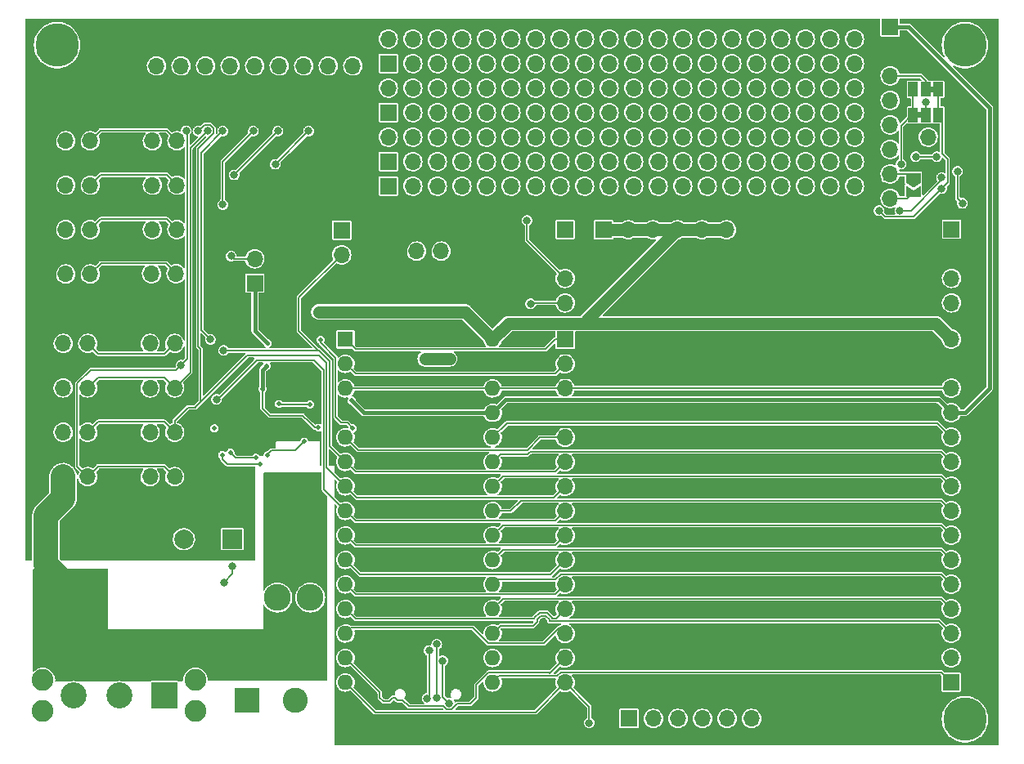
<source format=gbr>
%TF.GenerationSoftware,KiCad,Pcbnew,(6.0.1)*%
%TF.CreationDate,2022-03-16T14:28:33-04:00*%
%TF.ProjectId,2_679_PCB,325f3637-395f-4504-9342-2e6b69636164,rev?*%
%TF.SameCoordinates,Original*%
%TF.FileFunction,Copper,L2,Bot*%
%TF.FilePolarity,Positive*%
%FSLAX46Y46*%
G04 Gerber Fmt 4.6, Leading zero omitted, Abs format (unit mm)*
G04 Created by KiCad (PCBNEW (6.0.1)) date 2022-03-16 14:28:33*
%MOMM*%
%LPD*%
G01*
G04 APERTURE LIST*
G04 Aperture macros list*
%AMFreePoly0*
4,1,6,1.000000,0.000000,0.500000,-0.750000,-0.500000,-0.750000,-0.500000,0.750000,0.500000,0.750000,1.000000,0.000000,1.000000,0.000000,$1*%
%AMFreePoly1*
4,1,6,0.500000,-0.750000,-0.650000,-0.750000,-0.150000,0.000000,-0.650000,0.750000,0.500000,0.750000,0.500000,-0.750000,0.500000,-0.750000,$1*%
G04 Aperture macros list end*
%TA.AperFunction,ComponentPad*%
%ADD10R,1.700000X1.700000*%
%TD*%
%TA.AperFunction,ComponentPad*%
%ADD11O,1.700000X1.700000*%
%TD*%
%TA.AperFunction,ComponentPad*%
%ADD12R,2.700000X2.700000*%
%TD*%
%TA.AperFunction,ComponentPad*%
%ADD13C,2.700000*%
%TD*%
%TA.AperFunction,ComponentPad*%
%ADD14C,2.250000*%
%TD*%
%TA.AperFunction,ComponentPad*%
%ADD15R,2.600000X2.600000*%
%TD*%
%TA.AperFunction,ComponentPad*%
%ADD16C,2.600000*%
%TD*%
%TA.AperFunction,ComponentPad*%
%ADD17C,2.780000*%
%TD*%
%TA.AperFunction,ComponentPad*%
%ADD18R,1.600000X1.600000*%
%TD*%
%TA.AperFunction,ComponentPad*%
%ADD19O,1.600000X1.600000*%
%TD*%
%TA.AperFunction,ComponentPad*%
%ADD20R,2.000000X2.000000*%
%TD*%
%TA.AperFunction,ComponentPad*%
%ADD21C,2.000000*%
%TD*%
%TA.AperFunction,ComponentPad*%
%ADD22O,0.900000X2.000000*%
%TD*%
%TA.AperFunction,ComponentPad*%
%ADD23O,0.900000X1.700000*%
%TD*%
%TA.AperFunction,SMDPad,CuDef*%
%ADD24R,1.000000X1.500000*%
%TD*%
%TA.AperFunction,SMDPad,CuDef*%
%ADD25FreePoly0,270.000000*%
%TD*%
%TA.AperFunction,SMDPad,CuDef*%
%ADD26FreePoly1,270.000000*%
%TD*%
%TA.AperFunction,ViaPad*%
%ADD27C,4.500000*%
%TD*%
%TA.AperFunction,ViaPad*%
%ADD28C,0.800000*%
%TD*%
%TA.AperFunction,ViaPad*%
%ADD29C,0.500000*%
%TD*%
%TA.AperFunction,ViaPad*%
%ADD30C,1.000000*%
%TD*%
%TA.AperFunction,Conductor*%
%ADD31C,0.152400*%
%TD*%
%TA.AperFunction,Conductor*%
%ADD32C,0.381000*%
%TD*%
%TA.AperFunction,Conductor*%
%ADD33C,1.270000*%
%TD*%
%TA.AperFunction,Conductor*%
%ADD34C,2.540000*%
%TD*%
G04 APERTURE END LIST*
%TO.C,SW3*%
G36*
X196226000Y-84247000D02*
G01*
X195726000Y-84247000D01*
X195726000Y-83647000D01*
X196226000Y-83647000D01*
X196226000Y-84247000D01*
G37*
%TO.C,SW4*%
G36*
X194926000Y-86914000D02*
G01*
X194426000Y-86914000D01*
X194426000Y-86314000D01*
X194926000Y-86314000D01*
X194926000Y-86914000D01*
G37*
%TD*%
D10*
%TO.P,J14,1,Pin_1*%
%TO.N,/P5V*%
X162000000Y-98500000D03*
D11*
%TO.P,J14,2,Pin_2*%
X164540000Y-98500000D03*
%TO.P,J14,3,Pin_3*%
X167080000Y-98500000D03*
%TO.P,J14,4,Pin_4*%
X169620000Y-98500000D03*
%TO.P,J14,5,Pin_5*%
X172160000Y-98500000D03*
%TO.P,J14,6,Pin_6*%
X174700000Y-98500000D03*
%TD*%
D10*
%TO.P,J24,1,Pin_1*%
%TO.N,GND*%
X103775000Y-89275000D03*
D11*
%TO.P,J24,2,Pin_2*%
%TO.N,/P5V*%
X106315000Y-89275000D03*
%TO.P,J24,3,Pin_3*%
%TO.N,/D10*%
X108855000Y-89275000D03*
%TD*%
D10*
%TO.P,J20,1,Pin_1*%
%TO.N,GND*%
X103775000Y-103075000D03*
D11*
%TO.P,J20,2,Pin_2*%
%TO.N,/P5V*%
X106315000Y-103075000D03*
%TO.P,J20,3,Pin_3*%
%TO.N,/D7*%
X108855000Y-103075000D03*
%TD*%
D10*
%TO.P,REF\u002A\u002A,1*%
%TO.N,N/C*%
X139700000Y-91440000D03*
D11*
%TO.P,REF\u002A\u002A,2*%
X139700000Y-88900000D03*
%TO.P,REF\u002A\u002A,3*%
X142240000Y-91440000D03*
%TO.P,REF\u002A\u002A,4*%
X142240000Y-88900000D03*
%TO.P,REF\u002A\u002A,5*%
X144780000Y-91440000D03*
%TO.P,REF\u002A\u002A,6*%
X144780000Y-88900000D03*
%TO.P,REF\u002A\u002A,7*%
X147320000Y-91440000D03*
%TO.P,REF\u002A\u002A,8*%
X147320000Y-88900000D03*
%TO.P,REF\u002A\u002A,9*%
X149860000Y-91440000D03*
%TO.P,REF\u002A\u002A,10*%
X149860000Y-88900000D03*
%TO.P,REF\u002A\u002A,11*%
X152400000Y-91440000D03*
%TO.P,REF\u002A\u002A,12*%
X152400000Y-88900000D03*
%TO.P,REF\u002A\u002A,13*%
X154940000Y-91440000D03*
%TO.P,REF\u002A\u002A,14*%
X154940000Y-88900000D03*
%TO.P,REF\u002A\u002A,15*%
X157480000Y-91440000D03*
%TO.P,REF\u002A\u002A,16*%
X157480000Y-88900000D03*
%TO.P,REF\u002A\u002A,17*%
X160020000Y-91440000D03*
%TO.P,REF\u002A\u002A,18*%
X160020000Y-88900000D03*
%TO.P,REF\u002A\u002A,19*%
X162560000Y-91440000D03*
%TO.P,REF\u002A\u002A,20*%
X162560000Y-88900000D03*
%TO.P,REF\u002A\u002A,21*%
X165100000Y-91440000D03*
%TO.P,REF\u002A\u002A,22*%
X165100000Y-88900000D03*
%TO.P,REF\u002A\u002A,23*%
X167640000Y-91440000D03*
%TO.P,REF\u002A\u002A,24*%
X167640000Y-88900000D03*
%TO.P,REF\u002A\u002A,25*%
X170180000Y-91440000D03*
%TO.P,REF\u002A\u002A,26*%
X170180000Y-88900000D03*
%TO.P,REF\u002A\u002A,27*%
X172720000Y-91440000D03*
%TO.P,REF\u002A\u002A,28*%
X172720000Y-88900000D03*
%TO.P,REF\u002A\u002A,29*%
X175260000Y-91440000D03*
%TO.P,REF\u002A\u002A,30*%
X175260000Y-88900000D03*
%TO.P,REF\u002A\u002A,31*%
X177800000Y-91440000D03*
%TO.P,REF\u002A\u002A,32*%
X177800000Y-88900000D03*
%TO.P,REF\u002A\u002A,33*%
X180340000Y-91440000D03*
%TO.P,REF\u002A\u002A,34*%
X180340000Y-88900000D03*
%TO.P,REF\u002A\u002A,35*%
X182880000Y-91440000D03*
%TO.P,REF\u002A\u002A,36*%
X182880000Y-88900000D03*
%TO.P,REF\u002A\u002A,37*%
X185420000Y-91440000D03*
%TO.P,REF\u002A\u002A,38*%
X185420000Y-88900000D03*
%TO.P,REF\u002A\u002A,39*%
X187960000Y-91440000D03*
%TO.P,REF\u002A\u002A,40*%
X187960000Y-88900000D03*
%TD*%
D10*
%TO.P,REF\u002A\u002A,1*%
%TO.N,N/C*%
X139700000Y-81280000D03*
D11*
%TO.P,REF\u002A\u002A,2*%
X139700000Y-78740000D03*
%TO.P,REF\u002A\u002A,3*%
X142240000Y-81280000D03*
%TO.P,REF\u002A\u002A,4*%
X142240000Y-78740000D03*
%TO.P,REF\u002A\u002A,5*%
X144780000Y-81280000D03*
%TO.P,REF\u002A\u002A,6*%
X144780000Y-78740000D03*
%TO.P,REF\u002A\u002A,7*%
X147320000Y-81280000D03*
%TO.P,REF\u002A\u002A,8*%
X147320000Y-78740000D03*
%TO.P,REF\u002A\u002A,9*%
X149860000Y-81280000D03*
%TO.P,REF\u002A\u002A,10*%
X149860000Y-78740000D03*
%TO.P,REF\u002A\u002A,11*%
X152400000Y-81280000D03*
%TO.P,REF\u002A\u002A,12*%
X152400000Y-78740000D03*
%TO.P,REF\u002A\u002A,13*%
X154940000Y-81280000D03*
%TO.P,REF\u002A\u002A,14*%
X154940000Y-78740000D03*
%TO.P,REF\u002A\u002A,15*%
X157480000Y-81280000D03*
%TO.P,REF\u002A\u002A,16*%
X157480000Y-78740000D03*
%TO.P,REF\u002A\u002A,17*%
X160020000Y-81280000D03*
%TO.P,REF\u002A\u002A,18*%
X160020000Y-78740000D03*
%TO.P,REF\u002A\u002A,19*%
X162560000Y-81280000D03*
%TO.P,REF\u002A\u002A,20*%
X162560000Y-78740000D03*
%TO.P,REF\u002A\u002A,21*%
X165100000Y-81280000D03*
%TO.P,REF\u002A\u002A,22*%
X165100000Y-78740000D03*
%TO.P,REF\u002A\u002A,23*%
X167640000Y-81280000D03*
%TO.P,REF\u002A\u002A,24*%
X167640000Y-78740000D03*
%TO.P,REF\u002A\u002A,25*%
X170180000Y-81280000D03*
%TO.P,REF\u002A\u002A,26*%
X170180000Y-78740000D03*
%TO.P,REF\u002A\u002A,27*%
X172720000Y-81280000D03*
%TO.P,REF\u002A\u002A,28*%
X172720000Y-78740000D03*
%TO.P,REF\u002A\u002A,29*%
X175260000Y-81280000D03*
%TO.P,REF\u002A\u002A,30*%
X175260000Y-78740000D03*
%TO.P,REF\u002A\u002A,31*%
X177800000Y-81280000D03*
%TO.P,REF\u002A\u002A,32*%
X177800000Y-78740000D03*
%TO.P,REF\u002A\u002A,33*%
X180340000Y-81280000D03*
%TO.P,REF\u002A\u002A,34*%
X180340000Y-78740000D03*
%TO.P,REF\u002A\u002A,35*%
X182880000Y-81280000D03*
%TO.P,REF\u002A\u002A,36*%
X182880000Y-78740000D03*
%TO.P,REF\u002A\u002A,37*%
X185420000Y-81280000D03*
%TO.P,REF\u002A\u002A,38*%
X185420000Y-78740000D03*
%TO.P,REF\u002A\u002A,39*%
X187960000Y-81280000D03*
%TO.P,REF\u002A\u002A,40*%
X187960000Y-78740000D03*
%TD*%
D10*
%TO.P,J4,1,Pin_1*%
%TO.N,+5VD*%
X158000000Y-98460000D03*
D11*
%TO.P,J4,2,Pin_2*%
%TO.N,GND*%
X158000000Y-101000000D03*
%TO.P,J4,3,Pin_3*%
%TO.N,/A5*%
X158000000Y-103540000D03*
%TO.P,J4,4,Pin_4*%
%TO.N,/A4*%
X158000000Y-106080000D03*
%TD*%
D10*
%TO.P,J12,1,Pin_1*%
%TO.N,GND*%
X112500000Y-124075000D03*
D11*
%TO.P,J12,2,Pin_2*%
%TO.N,VBUS*%
X115040000Y-124075000D03*
%TO.P,J12,3,Pin_3*%
%TO.N,/D3*%
X117580000Y-124075000D03*
%TD*%
D10*
%TO.P,R10,1*%
%TO.N,+5VD*%
X125875000Y-104040000D03*
D11*
%TO.P,R10,2*%
%TO.N,Net-(R10-Pad2)*%
X125875000Y-101500000D03*
%TD*%
D10*
%TO.P,REF\u002A\u002A,1*%
%TO.N,N/C*%
X139700000Y-93980000D03*
D11*
%TO.P,REF\u002A\u002A,2*%
X142240000Y-93980000D03*
%TO.P,REF\u002A\u002A,3*%
X144780000Y-93980000D03*
%TO.P,REF\u002A\u002A,4*%
X147320000Y-93980000D03*
%TO.P,REF\u002A\u002A,5*%
X149860000Y-93980000D03*
%TO.P,REF\u002A\u002A,6*%
X152400000Y-93980000D03*
%TO.P,REF\u002A\u002A,7*%
X154940000Y-93980000D03*
%TO.P,REF\u002A\u002A,8*%
X157480000Y-93980000D03*
%TO.P,REF\u002A\u002A,9*%
X160020000Y-93980000D03*
%TO.P,REF\u002A\u002A,10*%
X162560000Y-93980000D03*
%TO.P,REF\u002A\u002A,11*%
X165100000Y-93980000D03*
%TO.P,REF\u002A\u002A,12*%
X167640000Y-93980000D03*
%TO.P,REF\u002A\u002A,13*%
X170180000Y-93980000D03*
%TO.P,REF\u002A\u002A,14*%
X172720000Y-93980000D03*
%TO.P,REF\u002A\u002A,15*%
X175260000Y-93980000D03*
%TO.P,REF\u002A\u002A,16*%
X177800000Y-93980000D03*
%TO.P,REF\u002A\u002A,17*%
X180340000Y-93980000D03*
%TO.P,REF\u002A\u002A,18*%
X182880000Y-93980000D03*
%TO.P,REF\u002A\u002A,19*%
X185420000Y-93980000D03*
%TO.P,REF\u002A\u002A,20*%
X187960000Y-93980000D03*
%TD*%
D10*
%TO.P,JP1,1,A*%
%TO.N,Net-(D7-Pad2)*%
X134874000Y-98552000D03*
D11*
%TO.P,JP1,2,B*%
%TO.N,/D3*%
X134874000Y-101092000D03*
%TD*%
D12*
%TO.P,SW1,1,A*%
%TO.N,Net-(SW1-Pad1)*%
X116535200Y-146761200D03*
D13*
%TO.P,SW1,2,B*%
%TO.N,/!VUSB*%
X111835200Y-146761200D03*
%TO.P,SW1,3*%
%TO.N,N/C*%
X107135200Y-146761200D03*
D14*
%TO.P,SW1,MH1*%
X119735200Y-148361200D03*
%TO.P,SW1,MH2*%
X119735200Y-145161200D03*
%TO.P,SW1,MH3*%
X103935200Y-148361200D03*
%TO.P,SW1,MH4*%
X103935200Y-145161200D03*
%TD*%
D10*
%TO.P,J28,1,Pin_1*%
%TO.N,GND*%
X140096000Y-100711000D03*
D11*
%TO.P,J28,2,Pin_2*%
%TO.N,/D11*%
X142636000Y-100711000D03*
%TO.P,J28,3,Pin_3*%
%TO.N,Net-(J28-Pad3)*%
X145176000Y-100711000D03*
%TD*%
D10*
%TO.P,J10,1,Pin_1*%
%TO.N,GND*%
X112500000Y-114875000D03*
D11*
%TO.P,J10,2,Pin_2*%
%TO.N,VBUS*%
X115040000Y-114875000D03*
%TO.P,J10,3,Pin_3*%
%TO.N,/D5*%
X117580000Y-114875000D03*
%TD*%
D15*
%TO.P,J5,1,Pin_1*%
%TO.N,GND*%
X106984800Y-130810000D03*
D16*
%TO.P,J5,2,Pin_2*%
%TO.N,VBUS*%
X106984800Y-135890000D03*
%TD*%
D10*
%TO.P,J18,1,Pin_1*%
%TO.N,+3V3*%
X198000000Y-98450000D03*
D11*
%TO.P,J18,2,Pin_2*%
%TO.N,GND*%
X198000000Y-100990000D03*
%TO.P,J18,3,Pin_3*%
%TO.N,/SCL_3V3*%
X198000000Y-103530000D03*
%TO.P,J18,4,Pin_4*%
%TO.N,/SDA_3V3*%
X198000000Y-106070000D03*
%TD*%
D10*
%TO.P,J2,1,Pin_1*%
%TO.N,/TXD*%
X158000000Y-109855000D03*
D11*
%TO.P,J2,2,Pin_2*%
%TO.N,/RXD*%
X158000000Y-112395000D03*
%TO.P,J2,3,Pin_3*%
%TO.N,/RST*%
X158000000Y-114935000D03*
%TO.P,J2,4,Pin_4*%
%TO.N,GND*%
X158000000Y-117475000D03*
%TO.P,J2,5,Pin_5*%
%TO.N,/D2*%
X158000000Y-120015000D03*
%TO.P,J2,6,Pin_6*%
%TO.N,/D3*%
X158000000Y-122555000D03*
%TO.P,J2,7,Pin_7*%
%TO.N,/D4*%
X158000000Y-125095000D03*
%TO.P,J2,8,Pin_8*%
%TO.N,/D5*%
X158000000Y-127635000D03*
%TO.P,J2,9,Pin_9*%
%TO.N,/D6*%
X158000000Y-130175000D03*
%TO.P,J2,10,Pin_10*%
%TO.N,/D7*%
X158000000Y-132715000D03*
%TO.P,J2,11,Pin_11*%
%TO.N,/D8*%
X158000000Y-135255000D03*
%TO.P,J2,12,Pin_12*%
%TO.N,/D9*%
X158000000Y-137795000D03*
%TO.P,J2,13,Pin_13*%
%TO.N,/D10*%
X158000000Y-140335000D03*
%TO.P,J2,14,Pin_14*%
%TO.N,/D11*%
X158000000Y-142875000D03*
%TO.P,J2,15,Pin_15*%
%TO.N,/D12*%
X158000000Y-145415000D03*
%TD*%
D10*
%TO.P,J22,1,Pin_1*%
%TO.N,GND*%
X112735000Y-89275000D03*
D11*
%TO.P,J22,2,Pin_2*%
%TO.N,/P5V*%
X115275000Y-89275000D03*
%TO.P,J22,3,Pin_3*%
%TO.N,/D10*%
X117815000Y-89275000D03*
%TD*%
D10*
%TO.P,J25,1,Pin_1*%
%TO.N,GND*%
X112735000Y-93875000D03*
D11*
%TO.P,J25,2,Pin_2*%
%TO.N,/P5V*%
X115275000Y-93875000D03*
%TO.P,J25,3,Pin_3*%
%TO.N,/D9*%
X117815000Y-93875000D03*
%TD*%
D10*
%TO.P,J7,1,Pin_1*%
%TO.N,GND*%
X103500000Y-119475000D03*
D11*
%TO.P,J7,2,Pin_2*%
%TO.N,VBUS*%
X106040000Y-119475000D03*
%TO.P,J7,3,Pin_3*%
%TO.N,/D4*%
X108580000Y-119475000D03*
%TD*%
D10*
%TO.P,REF\u002A\u002A,1*%
%TO.N,N/C*%
X139700000Y-86360000D03*
D11*
%TO.P,REF\u002A\u002A,2*%
X139700000Y-83820000D03*
%TO.P,REF\u002A\u002A,3*%
X142240000Y-86360000D03*
%TO.P,REF\u002A\u002A,4*%
X142240000Y-83820000D03*
%TO.P,REF\u002A\u002A,5*%
X144780000Y-86360000D03*
%TO.P,REF\u002A\u002A,6*%
X144780000Y-83820000D03*
%TO.P,REF\u002A\u002A,7*%
X147320000Y-86360000D03*
%TO.P,REF\u002A\u002A,8*%
X147320000Y-83820000D03*
%TO.P,REF\u002A\u002A,9*%
X149860000Y-86360000D03*
%TO.P,REF\u002A\u002A,10*%
X149860000Y-83820000D03*
%TO.P,REF\u002A\u002A,11*%
X152400000Y-86360000D03*
%TO.P,REF\u002A\u002A,12*%
X152400000Y-83820000D03*
%TO.P,REF\u002A\u002A,13*%
X154940000Y-86360000D03*
%TO.P,REF\u002A\u002A,14*%
X154940000Y-83820000D03*
%TO.P,REF\u002A\u002A,15*%
X157480000Y-86360000D03*
%TO.P,REF\u002A\u002A,16*%
X157480000Y-83820000D03*
%TO.P,REF\u002A\u002A,17*%
X160020000Y-86360000D03*
%TO.P,REF\u002A\u002A,18*%
X160020000Y-83820000D03*
%TO.P,REF\u002A\u002A,19*%
X162560000Y-86360000D03*
%TO.P,REF\u002A\u002A,20*%
X162560000Y-83820000D03*
%TO.P,REF\u002A\u002A,21*%
X165100000Y-86360000D03*
%TO.P,REF\u002A\u002A,22*%
X165100000Y-83820000D03*
%TO.P,REF\u002A\u002A,23*%
X167640000Y-86360000D03*
%TO.P,REF\u002A\u002A,24*%
X167640000Y-83820000D03*
%TO.P,REF\u002A\u002A,25*%
X170180000Y-86360000D03*
%TO.P,REF\u002A\u002A,26*%
X170180000Y-83820000D03*
%TO.P,REF\u002A\u002A,27*%
X172720000Y-86360000D03*
%TO.P,REF\u002A\u002A,28*%
X172720000Y-83820000D03*
%TO.P,REF\u002A\u002A,29*%
X175260000Y-86360000D03*
%TO.P,REF\u002A\u002A,30*%
X175260000Y-83820000D03*
%TO.P,REF\u002A\u002A,31*%
X177800000Y-86360000D03*
%TO.P,REF\u002A\u002A,32*%
X177800000Y-83820000D03*
%TO.P,REF\u002A\u002A,33*%
X180340000Y-86360000D03*
%TO.P,REF\u002A\u002A,34*%
X180340000Y-83820000D03*
%TO.P,REF\u002A\u002A,35*%
X182880000Y-86360000D03*
%TO.P,REF\u002A\u002A,36*%
X182880000Y-83820000D03*
%TO.P,REF\u002A\u002A,37*%
X185420000Y-86360000D03*
%TO.P,REF\u002A\u002A,38*%
X185420000Y-83820000D03*
%TO.P,REF\u002A\u002A,39*%
X187960000Y-86360000D03*
%TO.P,REF\u002A\u002A,40*%
X187960000Y-83820000D03*
%TD*%
D17*
%TO.P,F1,1*%
%TO.N,Net-(D9-Pad1)*%
X128219200Y-136615200D03*
X131619200Y-136615200D03*
%TO.P,F1,2*%
%TO.N,VBUS*%
X128219200Y-126695200D03*
X131619200Y-126695200D03*
%TD*%
D10*
%TO.P,J27,1,Pin_1*%
%TO.N,GND*%
X113161600Y-81509000D03*
D11*
%TO.P,J27,2,Pin_2*%
%TO.N,/P5V*%
X115701600Y-81509000D03*
%TO.P,J27,3,Pin_3*%
%TO.N,Net-(J27-Pad3)*%
X118241600Y-81509000D03*
%TO.P,J27,4,Pin_4*%
%TO.N,Net-(J27-Pad4)*%
X120781600Y-81509000D03*
%TO.P,J27,5,Pin_5*%
%TO.N,Net-(J27-Pad5)*%
X123321600Y-81509000D03*
%TO.P,J27,6,Pin_6*%
%TO.N,Net-(J27-Pad6)*%
X125861600Y-81509000D03*
%TO.P,J27,7,Pin_7*%
%TO.N,Net-(J27-Pad7)*%
X128401600Y-81509000D03*
%TO.P,J27,8,Pin_8*%
%TO.N,Net-(J27-Pad8)*%
X130941600Y-81509000D03*
%TO.P,J27,9,Pin_9*%
%TO.N,Net-(J27-Pad9)*%
X133481600Y-81509000D03*
%TO.P,J27,10,Pin_10*%
%TO.N,Net-(J27-Pad10)*%
X136021600Y-81509000D03*
%TD*%
D10*
%TO.P,J9,1,Pin_1*%
%TO.N,GND*%
X103500000Y-124075000D03*
D11*
%TO.P,J9,2,Pin_2*%
%TO.N,VBUS*%
X106040000Y-124075000D03*
%TO.P,J9,3,Pin_3*%
%TO.N,/D3*%
X108580000Y-124075000D03*
%TD*%
D10*
%TO.P,J16,1,Pin_1*%
%TO.N,GND*%
X180594000Y-98475000D03*
D11*
%TO.P,J16,2,Pin_2*%
X183134000Y-98475000D03*
%TO.P,J16,3,Pin_3*%
X185674000Y-98475000D03*
%TO.P,J16,4,Pin_4*%
X188214000Y-98475000D03*
%TO.P,J16,5,Pin_5*%
X190754000Y-98475000D03*
%TO.P,J16,6,Pin_6*%
X193294000Y-98475000D03*
%TD*%
D10*
%TO.P,J13,1,Pin_1*%
%TO.N,GND*%
X112500000Y-110275000D03*
D11*
%TO.P,J13,2,Pin_2*%
%TO.N,VBUS*%
X115040000Y-110275000D03*
%TO.P,J13,3,Pin_3*%
%TO.N,/D6*%
X117580000Y-110275000D03*
%TD*%
D15*
%TO.P,J1,1,Pin_1*%
%TO.N,Net-(BZ2-Pad1)*%
X125069600Y-147218400D03*
D16*
%TO.P,J1,2,Pin_2*%
%TO.N,Net-(D9-Pad1)*%
X130069600Y-147218400D03*
%TD*%
D18*
%TO.P,A1,1,D1/TX*%
%TO.N,/TXD*%
X135265000Y-109855000D03*
D19*
%TO.P,A1,2,D0/RX*%
%TO.N,/RXD*%
X135265000Y-112395000D03*
%TO.P,A1,3,~{RESET}*%
%TO.N,/RST*%
X135265000Y-114935000D03*
%TO.P,A1,4,GND*%
%TO.N,GND*%
X135265000Y-117475000D03*
%TO.P,A1,5,D2*%
%TO.N,/D2*%
X135265000Y-120015000D03*
%TO.P,A1,6,D3*%
%TO.N,/D3*%
X135265000Y-122555000D03*
%TO.P,A1,7,D4*%
%TO.N,/D4*%
X135265000Y-125095000D03*
%TO.P,A1,8,D5*%
%TO.N,/D5*%
X135265000Y-127635000D03*
%TO.P,A1,9,D6*%
%TO.N,/D6*%
X135265000Y-130175000D03*
%TO.P,A1,10,D7*%
%TO.N,/D7*%
X135265000Y-132715000D03*
%TO.P,A1,11,D8*%
%TO.N,/D8*%
X135265000Y-135255000D03*
%TO.P,A1,12,D9*%
%TO.N,/D9*%
X135265000Y-137795000D03*
%TO.P,A1,13,D10*%
%TO.N,/D10*%
X135265000Y-140335000D03*
%TO.P,A1,14,D11*%
%TO.N,/D11*%
X135265000Y-142875000D03*
%TO.P,A1,15,D12*%
%TO.N,/D12*%
X135265000Y-145415000D03*
%TO.P,A1,16,D13*%
%TO.N,/D13*%
X150505000Y-145415000D03*
%TO.P,A1,17,3V3*%
%TO.N,+3V3*%
X150505000Y-142875000D03*
%TO.P,A1,18,AREF*%
%TO.N,/AREF*%
X150505000Y-140335000D03*
%TO.P,A1,19,A0*%
%TO.N,/A0*%
X150505000Y-137795000D03*
%TO.P,A1,20,A1*%
%TO.N,/A1*%
X150505000Y-135255000D03*
%TO.P,A1,21,A2*%
%TO.N,/A2*%
X150505000Y-132715000D03*
%TO.P,A1,22,A3*%
%TO.N,/A3*%
X150505000Y-130175000D03*
%TO.P,A1,23,A4*%
%TO.N,/A4*%
X150505000Y-127635000D03*
%TO.P,A1,24,A5*%
%TO.N,/A5*%
X150505000Y-125095000D03*
%TO.P,A1,25,A6*%
%TO.N,/A6*%
X150505000Y-122555000D03*
%TO.P,A1,26,A7*%
%TO.N,/A7*%
X150505000Y-120015000D03*
%TO.P,A1,27,+5V*%
%TO.N,+5VD*%
X150505000Y-117475000D03*
%TO.P,A1,28,~{RESET}*%
%TO.N,/RST*%
X150505000Y-114935000D03*
%TO.P,A1,29,GND*%
%TO.N,GND*%
X150505000Y-112395000D03*
%TO.P,A1,30,VIN*%
%TO.N,/P5V*%
X150505000Y-109855000D03*
%TD*%
D20*
%TO.P,BZ2,1,-*%
%TO.N,Net-(BZ2-Pad1)*%
X123545600Y-130556000D03*
D21*
%TO.P,BZ2,2,+*%
%TO.N,Net-(BZ2-Pad2)*%
X118545600Y-130556000D03*
%TD*%
D10*
%TO.P,J8,1,Pin_1*%
%TO.N,GND*%
X103500000Y-110275000D03*
D11*
%TO.P,J8,2,Pin_2*%
%TO.N,VBUS*%
X106040000Y-110275000D03*
%TO.P,J8,3,Pin_3*%
%TO.N,/D6*%
X108580000Y-110275000D03*
%TD*%
D10*
%TO.P,J6,1,Pin_1*%
%TO.N,GND*%
X103500000Y-114875000D03*
D11*
%TO.P,J6,2,Pin_2*%
%TO.N,VBUS*%
X106040000Y-114875000D03*
%TO.P,J6,3,Pin_3*%
%TO.N,/D5*%
X108580000Y-114875000D03*
%TD*%
D10*
%TO.P,JP2,1,A*%
%TO.N,GND*%
X198125000Y-88900000D03*
D11*
%TO.P,JP2,2,B*%
%TO.N,Net-(JP2-Pad2)*%
X195585000Y-88900000D03*
%TD*%
D10*
%TO.P,J17,1,Pin_1*%
%TO.N,GND*%
X181460000Y-149000000D03*
D11*
%TO.P,J17,2,Pin_2*%
X184000000Y-149000000D03*
%TO.P,J17,3,Pin_3*%
X186540000Y-149000000D03*
%TO.P,J17,4,Pin_4*%
X189080000Y-149000000D03*
%TO.P,J17,5,Pin_5*%
X191620000Y-149000000D03*
%TO.P,J17,6,Pin_6*%
X194160000Y-149000000D03*
%TD*%
D10*
%TO.P,J11,1,Pin_1*%
%TO.N,GND*%
X112500000Y-119475000D03*
D11*
%TO.P,J11,2,Pin_2*%
%TO.N,VBUS*%
X115040000Y-119475000D03*
%TO.P,J11,3,Pin_3*%
%TO.N,/D4*%
X117580000Y-119475000D03*
%TD*%
D10*
%TO.P,J21,1,Pin_1*%
%TO.N,GND*%
X103775000Y-93875000D03*
D11*
%TO.P,J21,2,Pin_2*%
%TO.N,/P5V*%
X106315000Y-93875000D03*
%TO.P,J21,3,Pin_3*%
%TO.N,/D9*%
X108855000Y-93875000D03*
%TD*%
D10*
%TO.P,J23,1,Pin_1*%
%TO.N,GND*%
X112735000Y-98475000D03*
D11*
%TO.P,J23,2,Pin_2*%
%TO.N,/P5V*%
X115275000Y-98475000D03*
%TO.P,J23,3,Pin_3*%
%TO.N,/D8*%
X117815000Y-98475000D03*
%TD*%
D10*
%TO.P,J29,1,Pin_1*%
%TO.N,+5VD*%
X191643000Y-77470000D03*
D11*
%TO.P,J29,2,Pin_2*%
%TO.N,GND*%
X191643000Y-80010000D03*
%TO.P,J29,3,Pin_3*%
%TO.N,Net-(J29-Pad3)*%
X191643000Y-82550000D03*
%TO.P,J29,4,Pin_4*%
%TO.N,Net-(J29-Pad4)*%
X191643000Y-85090000D03*
%TO.P,J29,5,Pin_5*%
%TO.N,unconnected-(J29-Pad5)*%
X191643000Y-87630000D03*
%TO.P,J29,6,Pin_6*%
%TO.N,unconnected-(J29-Pad6)*%
X191643000Y-90170000D03*
%TO.P,J29,7,Pin_7*%
%TO.N,Net-(J29-Pad7)*%
X191643000Y-92710000D03*
%TO.P,J29,8,Pin_8*%
%TO.N,/D2*%
X191643000Y-95250000D03*
%TD*%
D10*
%TO.P,J15,1,Pin_1*%
%TO.N,+5VD*%
X164601600Y-149130000D03*
D11*
%TO.P,J15,2,Pin_2*%
X167141600Y-149130000D03*
%TO.P,J15,3,Pin_3*%
X169681600Y-149130000D03*
%TO.P,J15,4,Pin_4*%
X172221600Y-149130000D03*
%TO.P,J15,5,Pin_5*%
X174761600Y-149130000D03*
%TO.P,J15,6,Pin_6*%
X177301600Y-149130000D03*
%TD*%
D22*
%TO.P,J30,S1,SHIELD*%
%TO.N,GND*%
X139494800Y-146140600D03*
D23*
X139494800Y-150310600D03*
D22*
X148134800Y-146140600D03*
D23*
X148134800Y-150310600D03*
%TD*%
D10*
%TO.P,J3,1,Pin_1*%
%TO.N,/D13*%
X197975000Y-145385000D03*
D11*
%TO.P,J3,2,Pin_2*%
%TO.N,+3V3*%
X197975000Y-142845000D03*
%TO.P,J3,3,Pin_3*%
%TO.N,/AREF*%
X197975000Y-140305000D03*
%TO.P,J3,4,Pin_4*%
%TO.N,/A0*%
X197975000Y-137765000D03*
%TO.P,J3,5,Pin_5*%
%TO.N,/A1*%
X197975000Y-135225000D03*
%TO.P,J3,6,Pin_6*%
%TO.N,/A2*%
X197975000Y-132685000D03*
%TO.P,J3,7,Pin_7*%
%TO.N,/A3*%
X197975000Y-130145000D03*
%TO.P,J3,8,Pin_8*%
%TO.N,/A4*%
X197975000Y-127605000D03*
%TO.P,J3,9,Pin_9*%
%TO.N,/A5*%
X197975000Y-125065000D03*
%TO.P,J3,10,Pin_10*%
%TO.N,/A6*%
X197975000Y-122525000D03*
%TO.P,J3,11,Pin_11*%
%TO.N,/A7*%
X197975000Y-119985000D03*
%TO.P,J3,12,Pin_12*%
%TO.N,+5VD*%
X197975000Y-117445000D03*
%TO.P,J3,13,Pin_13*%
%TO.N,/RST*%
X197975000Y-114905000D03*
%TO.P,J3,14,Pin_14*%
%TO.N,GND*%
X197975000Y-112365000D03*
%TO.P,J3,15,Pin_15*%
%TO.N,/P5V*%
X197975000Y-109825000D03*
%TD*%
D10*
%TO.P,J26,1,Pin_1*%
%TO.N,GND*%
X103775000Y-98475000D03*
D11*
%TO.P,J26,2,Pin_2*%
%TO.N,/P5V*%
X106315000Y-98475000D03*
%TO.P,J26,3,Pin_3*%
%TO.N,/D8*%
X108855000Y-98475000D03*
%TD*%
D10*
%TO.P,J19,1,Pin_1*%
%TO.N,GND*%
X112650000Y-103050000D03*
D11*
%TO.P,J19,2,Pin_2*%
%TO.N,/P5V*%
X115190000Y-103050000D03*
%TO.P,J19,3,Pin_3*%
%TO.N,/D7*%
X117730000Y-103050000D03*
%TD*%
D24*
%TO.P,SW3,1,A*%
%TO.N,/A5*%
X196626000Y-83947000D03*
%TO.P,SW3,2,B*%
%TO.N,Net-(J29-Pad3)*%
X195326000Y-83947000D03*
%TO.P,SW3,3,C*%
%TO.N,/A4*%
X194026000Y-83947000D03*
%TD*%
%TO.P,SW4,1,A*%
%TO.N,/A4*%
X194026000Y-86614000D03*
%TO.P,SW4,2,B*%
%TO.N,Net-(J29-Pad4)*%
X195326000Y-86614000D03*
%TO.P,SW4,3,C*%
%TO.N,/A5*%
X196626000Y-86614000D03*
%TD*%
D25*
%TO.P,SW5,1,A*%
%TO.N,Net-(J29-Pad7)*%
X194056000Y-93128000D03*
D26*
%TO.P,SW5,2,B*%
%TO.N,/D2*%
X194056000Y-94578000D03*
%TD*%
D27*
%TO.N,*%
X105410000Y-79375000D03*
X199390000Y-79375000D03*
X199390000Y-149225000D03*
D28*
%TO.N,GND*%
X141750000Y-119500000D03*
D29*
X126593600Y-119178800D03*
D28*
X119750000Y-124750000D03*
X143750000Y-119500000D03*
X139750000Y-119500000D03*
X156250000Y-122750000D03*
X141000000Y-116000000D03*
D29*
X124866400Y-119178800D03*
X128000000Y-119178800D03*
D28*
X156250000Y-125250000D03*
D29*
X124000000Y-120250000D03*
D28*
X156000000Y-127500000D03*
X135250000Y-105250000D03*
X141000000Y-122500000D03*
D29*
X124000000Y-119229600D03*
D28*
X141000000Y-105250000D03*
X140750000Y-127500000D03*
X156287797Y-137580752D03*
X123250000Y-116000000D03*
D29*
X127965200Y-118264400D03*
X128750000Y-120144000D03*
D28*
X154500000Y-110000000D03*
D29*
X127254000Y-120144000D03*
D28*
X120100100Y-120142000D03*
X152095200Y-110032800D03*
D29*
X130500000Y-119250000D03*
D28*
X119750000Y-123250000D03*
X145500000Y-122250000D03*
X145000000Y-127500000D03*
X155750000Y-139122700D03*
D29*
X126542800Y-118315200D03*
D28*
X146000000Y-119500000D03*
D29*
X128000000Y-120250000D03*
D28*
X127635000Y-115114800D03*
X193548000Y-88900000D03*
X123981366Y-111731366D03*
X156250000Y-130000000D03*
D29*
X125750000Y-119178800D03*
X124866400Y-118264400D03*
X124000000Y-118250000D03*
X126500000Y-120250000D03*
D28*
X139700000Y-105250000D03*
X144500000Y-116000000D03*
D29*
X129500000Y-119250000D03*
X130500000Y-118250000D03*
D28*
X136250000Y-105250000D03*
D29*
X125750000Y-118250000D03*
D28*
X147750000Y-119750000D03*
X121005600Y-96266000D03*
D29*
X128750000Y-118250000D03*
D28*
X145000000Y-124750000D03*
D29*
X124968000Y-120250000D03*
X125750000Y-120250000D03*
X130251200Y-120144000D03*
D28*
X140750000Y-125000000D03*
X156256634Y-145506634D03*
X156000000Y-135500000D03*
D29*
X129500000Y-118250000D03*
D28*
%TO.N,/D3*%
X122657081Y-111000000D03*
X118764609Y-88243704D03*
X118237000Y-112522000D03*
%TO.N,/D4*%
X120015000Y-88265000D03*
%TO.N,/D5*%
X120966903Y-88265000D03*
X121920000Y-116078000D03*
%TO.N,/D6*%
X121285000Y-109855000D03*
D29*
X132700000Y-109900000D03*
X136017694Y-119077973D03*
D28*
X122555000Y-88265000D03*
%TO.N,/D7*%
X122555000Y-95885000D03*
X125730000Y-88265000D03*
%TO.N,/D8*%
X123735000Y-92800000D03*
X128270000Y-88265000D03*
%TO.N,/D9*%
X128010000Y-91700000D03*
X131445000Y-88265000D03*
%TO.N,/D12*%
X160488000Y-149583600D03*
%TO.N,+3V3*%
X198628000Y-92456000D03*
X199136000Y-95758000D03*
%TO.N,/A4*%
X196977000Y-93091000D03*
X192786000Y-91694000D03*
X192659000Y-96520000D03*
X154432000Y-106172000D03*
%TO.N,/A5*%
X154051000Y-97536000D03*
X190500000Y-96520000D03*
X196977000Y-94234000D03*
D29*
%TO.N,+5VD*%
X126695200Y-114962400D03*
X127200000Y-110278100D03*
D28*
X196469000Y-90932000D03*
X194310000Y-90932000D03*
D29*
X135900000Y-116200000D03*
X127100000Y-112600000D03*
X132475700Y-119000000D03*
D30*
%TO.N,/P5V*%
X132500000Y-107000000D03*
D29*
%TO.N,/COMP*%
X126390400Y-122785600D03*
X122500000Y-121825803D03*
%TO.N,/BUCK_ENA*%
X131013200Y-120448800D03*
X127203200Y-121869200D03*
%TO.N,VBUS*%
X110337600Y-133959600D03*
D28*
X103581200Y-139242800D03*
D29*
%TO.N,Net-(R1-Pad1)*%
X131572000Y-116588000D03*
X128392566Y-116542900D03*
D28*
%TO.N,Net-(BZ2-Pad1)*%
X122682000Y-135026400D03*
X123545600Y-133400800D03*
%TO.N,Net-(R10-Pad2)*%
X123444000Y-101219000D03*
%TO.N,Net-(J28-Pad3)*%
X146050000Y-111887000D03*
X143510000Y-111887000D03*
D29*
%TO.N,Net-(C5-Pad2)*%
X121705646Y-119079010D03*
X125984000Y-122125200D03*
X123342400Y-121566400D03*
D28*
%TO.N,Net-(J29-Pad4)*%
X195326000Y-85248902D03*
%TO.N,/CC1*%
X143916400Y-142087600D03*
X143713200Y-147066000D03*
%TO.N,/CC2*%
X144710700Y-141427200D03*
X144726705Y-147039116D03*
%TO.N,/!VUSB*%
X146008470Y-147563064D03*
X145338800Y-143154400D03*
%TD*%
D31*
%TO.N,/TXD*%
X136293111Y-110883111D02*
X135265000Y-109855000D01*
X156997600Y-109855000D02*
X155969489Y-110883111D01*
X158000000Y-109855000D02*
X156997600Y-109855000D01*
X155969489Y-110883111D02*
X136293111Y-110883111D01*
%TO.N,/RXD*%
X135265000Y-112395000D02*
X136293111Y-113423111D01*
X136293111Y-113423111D02*
X156971889Y-113423111D01*
X156971889Y-113423111D02*
X158000000Y-112395000D01*
%TO.N,/RST*%
X197975000Y-114905000D02*
X158030000Y-114905000D01*
X135265000Y-114935000D02*
X158000000Y-114935000D01*
X158030000Y-114905000D02*
X158000000Y-114935000D01*
%TO.N,GND*%
X196926889Y-111316889D02*
X197975000Y-112365000D01*
X152614640Y-117475000D02*
X151586529Y-118503111D01*
X136293111Y-118503111D02*
X135265000Y-117475000D01*
X151583111Y-111316889D02*
X196926889Y-111316889D01*
X150505000Y-112395000D02*
X151583111Y-111316889D01*
X158000000Y-117475000D02*
X152614640Y-117475000D01*
X151586529Y-118503111D02*
X136293111Y-118503111D01*
%TO.N,/D2*%
X136554310Y-121304310D02*
X154126050Y-121304310D01*
X154126050Y-121304310D02*
X155415360Y-120015000D01*
X193384000Y-95250000D02*
X191643000Y-95250000D01*
X155415360Y-120015000D02*
X158000000Y-120015000D01*
X135265000Y-120015000D02*
X136554310Y-121304310D01*
X194056000Y-94578000D02*
X193384000Y-95250000D01*
%TO.N,/D3*%
X118893111Y-88372206D02*
X118893111Y-111865889D01*
X118764609Y-88243704D02*
X118893111Y-88372206D01*
X108900320Y-113030000D02*
X117729000Y-113030000D01*
X108580000Y-124075000D02*
X109658111Y-122996889D01*
X158000000Y-122555000D02*
X156971889Y-123583111D01*
X118237000Y-112522000D02*
X118893111Y-111865889D01*
X130429000Y-108966000D02*
X130429000Y-105537000D01*
X107501889Y-114428431D02*
X108900320Y-113030000D01*
X130429000Y-105537000D02*
X134874000Y-101092000D01*
X117729000Y-113030000D02*
X118237000Y-112522000D01*
X133628269Y-120918269D02*
X133628269Y-112128269D01*
X136293111Y-123583111D02*
X135265000Y-122555000D01*
X108580000Y-124075000D02*
X107501889Y-122996889D01*
X133628269Y-112128269D02*
X132500000Y-111000000D01*
X132463000Y-111000000D02*
X130429000Y-108966000D01*
X107501889Y-122996889D02*
X107501889Y-114428431D01*
X132500000Y-111000000D02*
X122657081Y-111000000D01*
X132500000Y-111000000D02*
X132463000Y-111000000D01*
X109658111Y-122996889D02*
X116501889Y-122996889D01*
X156971889Y-123583111D02*
X136293111Y-123583111D01*
X135265000Y-122555000D02*
X133628269Y-120918269D01*
X116501889Y-122996889D02*
X117580000Y-124075000D01*
%TO.N,/D4*%
X120015000Y-88328607D02*
X120706727Y-87636880D01*
X109658111Y-118396889D02*
X116501889Y-118396889D01*
X133323959Y-112323959D02*
X132500000Y-111500000D01*
X119745617Y-116855383D02*
X119745617Y-116907599D01*
X136422578Y-126252578D02*
X156842422Y-126252578D01*
X120015000Y-90105199D02*
X120015000Y-110592566D01*
X135265000Y-125095000D02*
X136422578Y-126252578D01*
X121595023Y-88525176D02*
X120015000Y-90105199D01*
X118945320Y-116907599D02*
X117580000Y-118272919D01*
X125101000Y-111500000D02*
X119745617Y-116855383D01*
X108580000Y-119475000D02*
X109658111Y-118396889D01*
X132500000Y-111500000D02*
X125101000Y-111500000D01*
X120015000Y-110592566D02*
X120269000Y-110846566D01*
X120015000Y-88265000D02*
X120015000Y-88328607D01*
X119745617Y-116907599D02*
X118945320Y-116907599D01*
X121595023Y-88004824D02*
X121595023Y-88525176D01*
X120706727Y-87636880D02*
X121227079Y-87636880D01*
X135265000Y-125095000D02*
X133323959Y-123153959D01*
X121227079Y-87636880D02*
X121595023Y-88004824D01*
X117580000Y-118272919D02*
X117580000Y-119475000D01*
X120269000Y-110846566D02*
X120269000Y-116332000D01*
X156842422Y-126252578D02*
X158000000Y-125095000D01*
X133323959Y-123153959D02*
X133323959Y-112323959D01*
X116501889Y-118396889D02*
X117580000Y-119475000D01*
%TO.N,/D5*%
X116501889Y-113796889D02*
X109658111Y-113796889D01*
X133019649Y-113019649D02*
X132000000Y-112000000D01*
X117580000Y-114875000D02*
X116501889Y-113796889D01*
X119197422Y-113257578D02*
X117580000Y-114875000D01*
X133019649Y-125389649D02*
X133019649Y-113019649D01*
X126125000Y-112000000D02*
X122047000Y-116078000D01*
X109658111Y-113796889D02*
X108580000Y-114875000D01*
X156971889Y-128663111D02*
X136293111Y-128663111D01*
X126125000Y-112000000D02*
X125998000Y-112000000D01*
X135265000Y-127635000D02*
X133019649Y-125389649D01*
X136293111Y-128663111D02*
X135265000Y-127635000D01*
X132000000Y-112000000D02*
X126125000Y-112000000D01*
X122047000Y-116078000D02*
X121920000Y-116078000D01*
X158000000Y-127635000D02*
X156971889Y-128663111D01*
X119197422Y-90034481D02*
X119197422Y-113257578D01*
X120966903Y-88265000D02*
X119197422Y-90034481D01*
%TO.N,/D6*%
X135265000Y-130175000D02*
X136293111Y-131203111D01*
X108580000Y-110275000D02*
X109658111Y-111353111D01*
X120319311Y-108889311D02*
X121285000Y-109855000D01*
X109658111Y-111353111D02*
X116501889Y-111353111D01*
X136017694Y-119077973D02*
X135442832Y-118503111D01*
X116501889Y-111353111D02*
X117580000Y-110275000D01*
X134839141Y-118503111D02*
X134236889Y-117900859D01*
X134236889Y-111736889D02*
X132700000Y-110200000D01*
X156971889Y-131203111D02*
X158000000Y-130175000D01*
X132700000Y-110200000D02*
X132700000Y-109900000D01*
X136293111Y-131203111D02*
X156971889Y-131203111D01*
X134236889Y-117900859D02*
X134236889Y-111736889D01*
X135442832Y-118503111D02*
X134839141Y-118503111D01*
X122555000Y-88265000D02*
X120319311Y-90500689D01*
X120319311Y-90500689D02*
X120319311Y-108889311D01*
%TO.N,/D7*%
X116651889Y-101971889D02*
X109958111Y-101971889D01*
X156488111Y-134226889D02*
X136776889Y-134226889D01*
X122555000Y-91440000D02*
X122555000Y-95885000D01*
X136776889Y-134226889D02*
X135265000Y-132715000D01*
X158000000Y-132715000D02*
X156488111Y-134226889D01*
X125730000Y-88265000D02*
X122555000Y-91440000D01*
X117730000Y-103050000D02*
X116651889Y-101971889D01*
X109958111Y-101971889D02*
X108855000Y-103075000D01*
%TO.N,/D8*%
X136293111Y-136283111D02*
X156971889Y-136283111D01*
X116736889Y-97396889D02*
X117815000Y-98475000D01*
X156971889Y-136283111D02*
X158000000Y-135255000D01*
X128270000Y-88265000D02*
X123735000Y-92800000D01*
X109933111Y-97396889D02*
X116736889Y-97396889D01*
X135265000Y-135255000D02*
X136293111Y-136283111D01*
X108855000Y-98475000D02*
X109933111Y-97396889D01*
%TO.N,/D9*%
X109933111Y-92796889D02*
X108855000Y-93875000D01*
X131445000Y-88265000D02*
X128010000Y-91700000D01*
X155363781Y-138190289D02*
X154817588Y-138736482D01*
X156136218Y-138190288D02*
X155363781Y-138190289D01*
X116736889Y-92796889D02*
X109933111Y-92796889D01*
X154817588Y-138736482D02*
X154817588Y-138823111D01*
X136293111Y-138823111D02*
X135265000Y-137795000D01*
X154817588Y-138823111D02*
X136293111Y-138823111D01*
X157045912Y-138749088D02*
X156682411Y-138749089D01*
X158000000Y-137795000D02*
X157045912Y-138749088D01*
X156682411Y-138749089D02*
X156682411Y-138736481D01*
X156682411Y-138736481D02*
X156136218Y-138190288D01*
X117815000Y-93875000D02*
X116736889Y-92796889D01*
%TO.N,/D10*%
X109933111Y-88196889D02*
X116736889Y-88196889D01*
X148466830Y-139750800D02*
X135849200Y-139750800D01*
X116736889Y-88196889D02*
X117815000Y-89275000D01*
X108855000Y-89275000D02*
X109933111Y-88196889D01*
X157415800Y-139750800D02*
X155803489Y-141363111D01*
X135849200Y-139750800D02*
X135265000Y-140335000D01*
X150079141Y-141363111D02*
X148466830Y-139750800D01*
X155803489Y-141363111D02*
X150079141Y-141363111D01*
X158000000Y-140335000D02*
X157415800Y-139750800D01*
%TO.N,/D11*%
X146268639Y-148191165D02*
X145748301Y-148191165D01*
X139213914Y-147368720D02*
X138816680Y-146971486D01*
X145748301Y-148191165D02*
X145698118Y-148140982D01*
X141816462Y-147878800D02*
X141183983Y-147246321D01*
X148159606Y-147624800D02*
X146835004Y-147624800D01*
X150079141Y-144386889D02*
X148812920Y-145653110D01*
X140665617Y-147246321D02*
X140390782Y-146971486D01*
X141183983Y-147246321D02*
X140665617Y-147246321D01*
X140172920Y-146971486D02*
X139775686Y-147368720D01*
X156370529Y-144386889D02*
X150079141Y-144386889D01*
X158000000Y-142875000D02*
X156429320Y-144445680D01*
X148812920Y-145653110D02*
X148812920Y-146971486D01*
X156429320Y-144445680D02*
X156370529Y-144386889D01*
X138816680Y-146971486D02*
X138816680Y-146426680D01*
X145698118Y-148140982D02*
X145693289Y-148140982D01*
X145693289Y-148140982D02*
X145431107Y-147878800D01*
X145431107Y-147878800D02*
X141816462Y-147878800D01*
X148812920Y-146971486D02*
X148159606Y-147624800D01*
X140390782Y-146971486D02*
X140172920Y-146971486D01*
X138816680Y-146426680D02*
X135265000Y-142875000D01*
X139775686Y-147368720D02*
X139213914Y-147368720D01*
X146835004Y-147624800D02*
X146268639Y-148191165D01*
%TO.N,/D12*%
X160488000Y-149583600D02*
X160601600Y-149470000D01*
X154919524Y-148495476D02*
X158000000Y-145415000D01*
X138345476Y-148495476D02*
X154919524Y-148495476D01*
X160488000Y-147903000D02*
X158000000Y-145415000D01*
X160488000Y-149583600D02*
X160488000Y-147903000D01*
X135265000Y-145415000D02*
X138345476Y-148495476D01*
%TO.N,/D13*%
X150505000Y-145415000D02*
X151170000Y-144750000D01*
X151170000Y-144750000D02*
X157140320Y-144750000D01*
X157553431Y-144336889D02*
X196926889Y-144336889D01*
X157140320Y-144750000D02*
X157553431Y-144336889D01*
X196926889Y-144336889D02*
X197975000Y-145385000D01*
%TO.N,+3V3*%
X198628000Y-95250000D02*
X199136000Y-95758000D01*
X198628000Y-92456000D02*
X198628000Y-95250000D01*
%TO.N,/AREF*%
X156010169Y-138494599D02*
X156378101Y-138862531D01*
X155489831Y-138494599D02*
X156010169Y-138494599D01*
X155121899Y-139116531D02*
X155121899Y-138862531D01*
X154703429Y-139535001D02*
X155121899Y-139116531D01*
X150505000Y-140335000D02*
X151304999Y-139535001D01*
X151304999Y-139535001D02*
X154703429Y-139535001D01*
X196723399Y-139053399D02*
X197975000Y-140305000D01*
X155121899Y-138862531D02*
X155489831Y-138494599D01*
X156378101Y-139053399D02*
X196723399Y-139053399D01*
X156378101Y-138862531D02*
X156378101Y-139053399D01*
%TO.N,/A0*%
X196926889Y-136716889D02*
X151583111Y-136716889D01*
X151583111Y-136716889D02*
X150505000Y-137795000D01*
X197975000Y-137765000D02*
X196926889Y-136716889D01*
%TO.N,/A1*%
X151010000Y-134750000D02*
X156980320Y-134750000D01*
X196926889Y-134176889D02*
X197975000Y-135225000D01*
X157553431Y-134176889D02*
X196926889Y-134176889D01*
X156980320Y-134750000D02*
X157553431Y-134176889D01*
X150505000Y-135255000D02*
X151010000Y-134750000D01*
%TO.N,/A2*%
X151583111Y-131636889D02*
X196926889Y-131636889D01*
X150505000Y-132715000D02*
X151583111Y-131636889D01*
X196926889Y-131636889D02*
X197975000Y-132685000D01*
%TO.N,/A3*%
X196926889Y-129096889D02*
X151583111Y-129096889D01*
X151583111Y-129096889D02*
X150505000Y-130175000D01*
X197975000Y-130145000D02*
X196926889Y-129096889D01*
%TO.N,/A4*%
X154524000Y-106080000D02*
X158000000Y-106080000D01*
X196926889Y-126556889D02*
X197975000Y-127605000D01*
X192786000Y-87727000D02*
X192786000Y-91694000D01*
X154432000Y-106172000D02*
X154524000Y-106080000D01*
X196977000Y-93345000D02*
X196977000Y-93091000D01*
X152365000Y-127635000D02*
X153443111Y-126556889D01*
X192659000Y-96520000D02*
X193802000Y-96520000D01*
X153443111Y-126556889D02*
X196926889Y-126556889D01*
X194026000Y-86487000D02*
X194026000Y-83947000D01*
X150505000Y-127635000D02*
X152365000Y-127635000D01*
X194026000Y-86487000D02*
X192786000Y-87727000D01*
X193802000Y-96520000D02*
X196977000Y-93345000D01*
%TO.N,/A5*%
X197046889Y-86907889D02*
X197046889Y-90621619D01*
X194062899Y-97148101D02*
X196977000Y-94234000D01*
X196626000Y-86487000D02*
X197046889Y-86907889D01*
X190500000Y-96520000D02*
X191128101Y-97148101D01*
X191128101Y-97148101D02*
X194062899Y-97148101D01*
X151583111Y-124016889D02*
X150505000Y-125095000D01*
X196626000Y-86487000D02*
X196626000Y-83947000D01*
X196926889Y-124016889D02*
X151583111Y-124016889D01*
X154051000Y-99591000D02*
X158000000Y-103540000D01*
X197605101Y-93605899D02*
X196977000Y-94234000D01*
X197605101Y-91179831D02*
X197605101Y-93605899D01*
X154051000Y-97536000D02*
X154051000Y-99591000D01*
X197975000Y-125065000D02*
X196926889Y-124016889D01*
X197046889Y-90621619D02*
X197605101Y-91179831D01*
%TO.N,/A6*%
X154110720Y-121750000D02*
X154383831Y-121476889D01*
X151310000Y-121750000D02*
X154110720Y-121750000D01*
X196926889Y-121476889D02*
X197975000Y-122525000D01*
X154383831Y-121476889D02*
X196926889Y-121476889D01*
X150505000Y-122555000D02*
X151310000Y-121750000D01*
%TO.N,/A7*%
X151966889Y-118553111D02*
X150505000Y-120015000D01*
X196543111Y-118553111D02*
X151966889Y-118553111D01*
X197975000Y-119985000D02*
X196543111Y-118553111D01*
D32*
%TO.N,+5VD*%
X201930000Y-85852000D02*
X201930000Y-114935000D01*
X191643000Y-77470000D02*
X193548000Y-77470000D01*
X193548000Y-77470000D02*
X201930000Y-85852000D01*
X199420000Y-117445000D02*
X197975000Y-117445000D01*
D31*
X132475700Y-119000000D02*
X132106400Y-119000000D01*
X194310000Y-90932000D02*
X196469000Y-90932000D01*
X131470400Y-118364000D02*
X130860800Y-117754400D01*
X126695200Y-114962400D02*
X126695200Y-116890800D01*
X126695200Y-117043200D02*
X126695200Y-116890800D01*
D32*
X126695200Y-113004800D02*
X126695200Y-114962400D01*
X127100000Y-112600000D02*
X126695200Y-113004800D01*
X196657411Y-116127411D02*
X197975000Y-117445000D01*
X125875000Y-108953100D02*
X127200000Y-110278100D01*
X125875000Y-104040000D02*
X125875000Y-108953100D01*
X201930000Y-114935000D02*
X199420000Y-117445000D01*
D31*
X127406400Y-117754400D02*
X126695200Y-117043200D01*
D32*
X150505000Y-117475000D02*
X137175000Y-117475000D01*
X150505000Y-117475000D02*
X151852589Y-116127411D01*
X151852589Y-116127411D02*
X196657411Y-116127411D01*
X137175000Y-117475000D02*
X135900000Y-116200000D01*
D31*
X130860800Y-117754400D02*
X127406400Y-117754400D01*
X132106400Y-119000000D02*
X131470400Y-118364000D01*
D33*
%TO.N,/P5V*%
X174700000Y-98500000D02*
X162000000Y-98500000D01*
X152141911Y-108218089D02*
X150505000Y-109855000D01*
X169620000Y-98500000D02*
X160281911Y-107838089D01*
X147650000Y-107000000D02*
X132500000Y-107000000D01*
X197975000Y-109825000D02*
X196368089Y-108218089D01*
X160281911Y-107838089D02*
X160281911Y-108218089D01*
X196368089Y-108218089D02*
X160281911Y-108218089D01*
X150505000Y-109855000D02*
X147650000Y-107000000D01*
X160281911Y-108218089D02*
X152141911Y-108218089D01*
D31*
%TO.N,/COMP*%
X126390400Y-122785600D02*
X123037600Y-122785600D01*
X123037600Y-122785600D02*
X122500000Y-122248000D01*
X122500000Y-122248000D02*
X122500000Y-121825803D01*
%TO.N,/BUCK_ENA*%
X127203200Y-121769600D02*
X127203200Y-121869200D01*
X127609600Y-121363200D02*
X127203200Y-121769600D01*
X130098800Y-121363200D02*
X127609600Y-121363200D01*
X131013200Y-120448800D02*
X130098800Y-121363200D01*
D34*
%TO.N,VBUS*%
X106040000Y-126310978D02*
X104262889Y-128088089D01*
X104262889Y-128088089D02*
X104262889Y-133168089D01*
D31*
X110337600Y-133959600D02*
X108915200Y-133959600D01*
D34*
X106040000Y-124075000D02*
X106040000Y-126310978D01*
X104262889Y-133168089D02*
X106984800Y-135890000D01*
D31*
X108915200Y-133959600D02*
X106984800Y-135890000D01*
%TO.N,Net-(R1-Pad1)*%
X131572000Y-116588000D02*
X128437666Y-116588000D01*
X128437666Y-116588000D02*
X128392566Y-116542900D01*
%TO.N,Net-(BZ2-Pad1)*%
X123545600Y-134162800D02*
X122682000Y-135026400D01*
X123545600Y-133400800D02*
X123545600Y-134162800D01*
%TO.N,Net-(R10-Pad2)*%
X123444000Y-101219000D02*
X123725000Y-101500000D01*
X123725000Y-101500000D02*
X125875000Y-101500000D01*
D33*
%TO.N,Net-(J28-Pad3)*%
X143510000Y-111887000D02*
X146050000Y-111887000D01*
D31*
%TO.N,Net-(C5-Pad2)*%
X123901200Y-122125200D02*
X125984000Y-122125200D01*
X123342400Y-121566400D02*
X123901200Y-122125200D01*
%TO.N,Net-(J29-Pad4)*%
X191770000Y-85090000D02*
X191643000Y-85090000D01*
X195326000Y-86614000D02*
X195326000Y-85248902D01*
%TO.N,Net-(J29-Pad7)*%
X191643000Y-92710000D02*
X191008000Y-93345000D01*
X193638000Y-92710000D02*
X191643000Y-92710000D01*
X194056000Y-93128000D02*
X193638000Y-92710000D01*
%TO.N,Net-(J29-Pad3)*%
X195326000Y-83044600D02*
X194831400Y-82550000D01*
X194831400Y-82550000D02*
X191643000Y-82550000D01*
X195326000Y-83947000D02*
X195326000Y-83044600D01*
%TO.N,/CC1*%
X143916400Y-142087600D02*
X143916400Y-146862800D01*
X143916400Y-146862800D02*
X143713200Y-147066000D01*
%TO.N,/CC2*%
X144710700Y-147023111D02*
X144726705Y-147039116D01*
X144710700Y-141427200D02*
X144710700Y-147023111D01*
%TO.N,/!VUSB*%
X145338800Y-143154400D02*
X145338800Y-146893394D01*
X145338800Y-146893394D02*
X146008470Y-147563064D01*
%TD*%
%TA.AperFunction,Conductor*%
%TO.N,GND*%
G36*
X202874738Y-76617593D02*
G01*
X202900458Y-76662142D01*
X202901600Y-76675200D01*
X202901600Y-151816800D01*
X202884007Y-151865138D01*
X202839458Y-151890858D01*
X202826400Y-151892000D01*
X134187200Y-151892000D01*
X134138862Y-151874407D01*
X134113142Y-151829858D01*
X134112000Y-151816800D01*
X134112000Y-145401631D01*
X134307582Y-145401631D01*
X134307890Y-145405299D01*
X134307890Y-145405302D01*
X134321094Y-145562547D01*
X134323219Y-145587849D01*
X134374729Y-145767483D01*
X134376411Y-145770755D01*
X134376411Y-145770756D01*
X134385919Y-145789256D01*
X134460148Y-145933692D01*
X134576224Y-146080143D01*
X134718535Y-146201259D01*
X134721736Y-146203048D01*
X134721739Y-146203050D01*
X134761213Y-146225111D01*
X134881661Y-146292427D01*
X134885158Y-146293563D01*
X134885162Y-146293565D01*
X134931744Y-146308700D01*
X135059389Y-146350174D01*
X135196995Y-146366583D01*
X135241290Y-146371865D01*
X135241291Y-146371865D01*
X135244947Y-146372301D01*
X135431270Y-146357964D01*
X135539374Y-146327781D01*
X135607715Y-146308700D01*
X135607717Y-146308699D01*
X135611260Y-146307710D01*
X135680670Y-146272648D01*
X135710468Y-146257596D01*
X135761546Y-146251505D01*
X135797548Y-146271544D01*
X136989334Y-147463331D01*
X138177846Y-148651843D01*
X138180556Y-148654698D01*
X138207806Y-148684962D01*
X138215026Y-148688176D01*
X138215025Y-148688176D01*
X138230410Y-148695026D01*
X138240778Y-148700655D01*
X138261540Y-148714138D01*
X138269344Y-148715374D01*
X138269346Y-148715375D01*
X138270069Y-148715489D01*
X138288888Y-148721063D01*
X138296779Y-148724576D01*
X138321529Y-148724576D01*
X138333293Y-148725502D01*
X138349927Y-148728137D01*
X138349929Y-148728137D01*
X138357734Y-148729373D01*
X138365366Y-148727328D01*
X138365367Y-148727328D01*
X138366075Y-148727138D01*
X138385538Y-148724576D01*
X154911564Y-148724576D01*
X154915501Y-148724679D01*
X154956163Y-148726810D01*
X154979274Y-148717939D01*
X154990566Y-148714594D01*
X155014789Y-148709445D01*
X155021182Y-148704800D01*
X155021184Y-148704799D01*
X155021776Y-148704369D01*
X155039026Y-148695003D01*
X155039708Y-148694741D01*
X155039709Y-148694740D01*
X155047088Y-148691908D01*
X155064584Y-148674412D01*
X155073556Y-148666748D01*
X155087189Y-148656843D01*
X155093582Y-148652198D01*
X155097900Y-148644719D01*
X155109851Y-148629145D01*
X157430589Y-146308408D01*
X157477209Y-146286668D01*
X157520450Y-146295938D01*
X157527167Y-146299692D01*
X157596547Y-146338467D01*
X157600044Y-146339603D01*
X157600048Y-146339605D01*
X157672538Y-146363158D01*
X157783600Y-146399244D01*
X157890984Y-146412049D01*
X157975237Y-146422096D01*
X157975239Y-146422096D01*
X157978895Y-146422532D01*
X158174994Y-146407443D01*
X158302420Y-146371865D01*
X158360883Y-146355542D01*
X158360885Y-146355541D01*
X158364428Y-146354552D01*
X158439916Y-146316420D01*
X158482687Y-146294815D01*
X158533765Y-146288724D01*
X158569767Y-146308763D01*
X160236874Y-147975870D01*
X160258614Y-148022490D01*
X160258900Y-148029044D01*
X160258900Y-149029795D01*
X160241307Y-149078133D01*
X160217557Y-149095545D01*
X160217988Y-149096291D01*
X160213713Y-149098759D01*
X160209165Y-149100643D01*
X160205261Y-149103639D01*
X160205257Y-149103641D01*
X160098243Y-149185756D01*
X160093667Y-149189267D01*
X160090669Y-149193174D01*
X160008041Y-149300857D01*
X160008039Y-149300861D01*
X160005043Y-149304765D01*
X159949331Y-149439264D01*
X159930329Y-149583600D01*
X159949331Y-149727936D01*
X160005043Y-149862435D01*
X160008039Y-149866339D01*
X160008041Y-149866343D01*
X160079375Y-149959307D01*
X160093667Y-149977933D01*
X160209164Y-150066557D01*
X160216395Y-150069552D01*
X160339110Y-150120383D01*
X160339112Y-150120384D01*
X160343664Y-150122269D01*
X160488000Y-150141271D01*
X160632336Y-150122269D01*
X160636888Y-150120384D01*
X160636890Y-150120383D01*
X160759605Y-150069552D01*
X160766836Y-150066557D01*
X160882333Y-149977933D01*
X160896625Y-149959307D01*
X160967959Y-149866343D01*
X160967961Y-149866339D01*
X160970957Y-149862435D01*
X161026669Y-149727936D01*
X161045671Y-149583600D01*
X161026669Y-149439264D01*
X160970957Y-149304765D01*
X160967961Y-149300861D01*
X160967959Y-149300857D01*
X160885331Y-149193174D01*
X160882333Y-149189267D01*
X160766836Y-149100643D01*
X160762281Y-149098756D01*
X160758013Y-149096292D01*
X160758795Y-149094938D01*
X160725599Y-149064523D01*
X160717100Y-149029795D01*
X160717100Y-148264943D01*
X163598700Y-148264943D01*
X163598701Y-149995056D01*
X163607572Y-150039658D01*
X163641366Y-150090234D01*
X163647523Y-150094348D01*
X163685783Y-150119913D01*
X163685784Y-150119914D01*
X163691942Y-150124028D01*
X163736543Y-150132900D01*
X164601483Y-150132900D01*
X165466656Y-150132899D01*
X165511258Y-150124028D01*
X165561834Y-150090234D01*
X165586401Y-150053467D01*
X165591513Y-150045817D01*
X165591514Y-150045816D01*
X165595628Y-150039658D01*
X165604500Y-149995057D01*
X165604499Y-149115930D01*
X166133945Y-149115930D01*
X166134253Y-149119598D01*
X166134253Y-149119601D01*
X166149474Y-149300857D01*
X166150403Y-149311919D01*
X166204615Y-149500979D01*
X166294516Y-149675908D01*
X166416683Y-149830044D01*
X166419477Y-149832422D01*
X166419478Y-149832423D01*
X166454291Y-149862051D01*
X166566462Y-149957516D01*
X166569663Y-149959305D01*
X166569666Y-149959307D01*
X166608256Y-149980874D01*
X166738147Y-150053467D01*
X166741644Y-150054603D01*
X166741648Y-150054605D01*
X166832355Y-150084077D01*
X166925200Y-150114244D01*
X167032584Y-150127049D01*
X167116837Y-150137096D01*
X167116839Y-150137096D01*
X167120495Y-150137532D01*
X167316594Y-150122443D01*
X167431954Y-150090234D01*
X167502483Y-150070542D01*
X167502485Y-150070541D01*
X167506028Y-150069552D01*
X167646327Y-149998682D01*
X167678297Y-149982533D01*
X167678298Y-149982532D01*
X167681581Y-149980874D01*
X167759074Y-149920330D01*
X167833667Y-149862051D01*
X167836566Y-149859786D01*
X167965080Y-149710901D01*
X168034623Y-149588484D01*
X168060410Y-149543091D01*
X168060412Y-149543088D01*
X168062228Y-149539890D01*
X168124310Y-149353266D01*
X168148960Y-149158138D01*
X168149353Y-149130000D01*
X168149148Y-149127907D01*
X168147974Y-149115930D01*
X168673945Y-149115930D01*
X168674253Y-149119598D01*
X168674253Y-149119601D01*
X168689474Y-149300857D01*
X168690403Y-149311919D01*
X168744615Y-149500979D01*
X168834516Y-149675908D01*
X168956683Y-149830044D01*
X168959477Y-149832422D01*
X168959478Y-149832423D01*
X168994291Y-149862051D01*
X169106462Y-149957516D01*
X169109663Y-149959305D01*
X169109666Y-149959307D01*
X169148256Y-149980874D01*
X169278147Y-150053467D01*
X169281644Y-150054603D01*
X169281648Y-150054605D01*
X169372355Y-150084077D01*
X169465200Y-150114244D01*
X169572584Y-150127049D01*
X169656837Y-150137096D01*
X169656839Y-150137096D01*
X169660495Y-150137532D01*
X169856594Y-150122443D01*
X169971954Y-150090234D01*
X170042483Y-150070542D01*
X170042485Y-150070541D01*
X170046028Y-150069552D01*
X170186327Y-149998682D01*
X170218297Y-149982533D01*
X170218298Y-149982532D01*
X170221581Y-149980874D01*
X170299074Y-149920330D01*
X170373667Y-149862051D01*
X170376566Y-149859786D01*
X170505080Y-149710901D01*
X170574623Y-149588484D01*
X170600410Y-149543091D01*
X170600412Y-149543088D01*
X170602228Y-149539890D01*
X170664310Y-149353266D01*
X170688960Y-149158138D01*
X170689353Y-149130000D01*
X170689148Y-149127907D01*
X170687974Y-149115930D01*
X171213945Y-149115930D01*
X171214253Y-149119598D01*
X171214253Y-149119601D01*
X171229474Y-149300857D01*
X171230403Y-149311919D01*
X171284615Y-149500979D01*
X171374516Y-149675908D01*
X171496683Y-149830044D01*
X171499477Y-149832422D01*
X171499478Y-149832423D01*
X171534291Y-149862051D01*
X171646462Y-149957516D01*
X171649663Y-149959305D01*
X171649666Y-149959307D01*
X171688256Y-149980874D01*
X171818147Y-150053467D01*
X171821644Y-150054603D01*
X171821648Y-150054605D01*
X171912355Y-150084077D01*
X172005200Y-150114244D01*
X172112584Y-150127049D01*
X172196837Y-150137096D01*
X172196839Y-150137096D01*
X172200495Y-150137532D01*
X172396594Y-150122443D01*
X172511954Y-150090234D01*
X172582483Y-150070542D01*
X172582485Y-150070541D01*
X172586028Y-150069552D01*
X172726327Y-149998682D01*
X172758297Y-149982533D01*
X172758298Y-149982532D01*
X172761581Y-149980874D01*
X172839074Y-149920330D01*
X172913667Y-149862051D01*
X172916566Y-149859786D01*
X173045080Y-149710901D01*
X173114623Y-149588484D01*
X173140410Y-149543091D01*
X173140412Y-149543088D01*
X173142228Y-149539890D01*
X173204310Y-149353266D01*
X173228960Y-149158138D01*
X173229353Y-149130000D01*
X173229148Y-149127907D01*
X173227974Y-149115930D01*
X173753945Y-149115930D01*
X173754253Y-149119598D01*
X173754253Y-149119601D01*
X173769474Y-149300857D01*
X173770403Y-149311919D01*
X173824615Y-149500979D01*
X173914516Y-149675908D01*
X174036683Y-149830044D01*
X174039477Y-149832422D01*
X174039478Y-149832423D01*
X174074291Y-149862051D01*
X174186462Y-149957516D01*
X174189663Y-149959305D01*
X174189666Y-149959307D01*
X174228256Y-149980874D01*
X174358147Y-150053467D01*
X174361644Y-150054603D01*
X174361648Y-150054605D01*
X174452355Y-150084077D01*
X174545200Y-150114244D01*
X174652584Y-150127049D01*
X174736837Y-150137096D01*
X174736839Y-150137096D01*
X174740495Y-150137532D01*
X174936594Y-150122443D01*
X175051954Y-150090234D01*
X175122483Y-150070542D01*
X175122485Y-150070541D01*
X175126028Y-150069552D01*
X175266327Y-149998682D01*
X175298297Y-149982533D01*
X175298298Y-149982532D01*
X175301581Y-149980874D01*
X175379074Y-149920330D01*
X175453667Y-149862051D01*
X175456566Y-149859786D01*
X175585080Y-149710901D01*
X175654623Y-149588484D01*
X175680410Y-149543091D01*
X175680412Y-149543088D01*
X175682228Y-149539890D01*
X175744310Y-149353266D01*
X175768960Y-149158138D01*
X175769353Y-149130000D01*
X175769148Y-149127907D01*
X175767974Y-149115930D01*
X176293945Y-149115930D01*
X176294253Y-149119598D01*
X176294253Y-149119601D01*
X176309474Y-149300857D01*
X176310403Y-149311919D01*
X176364615Y-149500979D01*
X176454516Y-149675908D01*
X176576683Y-149830044D01*
X176579477Y-149832422D01*
X176579478Y-149832423D01*
X176614291Y-149862051D01*
X176726462Y-149957516D01*
X176729663Y-149959305D01*
X176729666Y-149959307D01*
X176768256Y-149980874D01*
X176898147Y-150053467D01*
X176901644Y-150054603D01*
X176901648Y-150054605D01*
X176992355Y-150084077D01*
X177085200Y-150114244D01*
X177192584Y-150127049D01*
X177276837Y-150137096D01*
X177276839Y-150137096D01*
X177280495Y-150137532D01*
X177476594Y-150122443D01*
X177591954Y-150090234D01*
X177662483Y-150070542D01*
X177662485Y-150070541D01*
X177666028Y-150069552D01*
X177806327Y-149998682D01*
X177838297Y-149982533D01*
X177838298Y-149982532D01*
X177841581Y-149980874D01*
X177919074Y-149920330D01*
X177993667Y-149862051D01*
X177996566Y-149859786D01*
X178125080Y-149710901D01*
X178194623Y-149588484D01*
X178220410Y-149543091D01*
X178220412Y-149543088D01*
X178222228Y-149539890D01*
X178284310Y-149353266D01*
X178300514Y-149225000D01*
X196982349Y-149225000D01*
X197001334Y-149526759D01*
X197028380Y-149668536D01*
X197057545Y-149821428D01*
X197057547Y-149821436D01*
X197057990Y-149823758D01*
X197151423Y-150111315D01*
X197152429Y-150113452D01*
X197152431Y-150113458D01*
X197165519Y-150141271D01*
X197280159Y-150384895D01*
X197442169Y-150640182D01*
X197443673Y-150642000D01*
X197633395Y-150871335D01*
X197633401Y-150871341D01*
X197634898Y-150873151D01*
X197636612Y-150874760D01*
X197636618Y-150874767D01*
X197795108Y-151023598D01*
X197855305Y-151080127D01*
X198099916Y-151257847D01*
X198101990Y-151258987D01*
X198362796Y-151402367D01*
X198362800Y-151402369D01*
X198364872Y-151403508D01*
X198367072Y-151404379D01*
X198367074Y-151404380D01*
X198643792Y-151513940D01*
X198643795Y-151513941D01*
X198645995Y-151514812D01*
X198938851Y-151590005D01*
X198941198Y-151590302D01*
X198941206Y-151590303D01*
X199235991Y-151627542D01*
X199238822Y-151627900D01*
X199541178Y-151627900D01*
X199544009Y-151627542D01*
X199838794Y-151590303D01*
X199838802Y-151590302D01*
X199841149Y-151590005D01*
X200134005Y-151514812D01*
X200136205Y-151513941D01*
X200136208Y-151513940D01*
X200412926Y-151404380D01*
X200412928Y-151404379D01*
X200415128Y-151403508D01*
X200417200Y-151402369D01*
X200417204Y-151402367D01*
X200678010Y-151258987D01*
X200680084Y-151257847D01*
X200924695Y-151080127D01*
X200984892Y-151023598D01*
X201143382Y-150874767D01*
X201143388Y-150874760D01*
X201145102Y-150873151D01*
X201146599Y-150871341D01*
X201146605Y-150871335D01*
X201336327Y-150642000D01*
X201337831Y-150640182D01*
X201499841Y-150384895D01*
X201614481Y-150141271D01*
X201627569Y-150113458D01*
X201627571Y-150113452D01*
X201628577Y-150111315D01*
X201722010Y-149823758D01*
X201722453Y-149821436D01*
X201722455Y-149821428D01*
X201751620Y-149668536D01*
X201778666Y-149526759D01*
X201797651Y-149225000D01*
X201778666Y-148923241D01*
X201745522Y-148749496D01*
X201722455Y-148628572D01*
X201722453Y-148628564D01*
X201722010Y-148626242D01*
X201628577Y-148338685D01*
X201605222Y-148289051D01*
X201500846Y-148067240D01*
X201500844Y-148067236D01*
X201499841Y-148065105D01*
X201482648Y-148038012D01*
X201339098Y-147811814D01*
X201339096Y-147811811D01*
X201337831Y-147809818D01*
X201315493Y-147782816D01*
X201146605Y-147578665D01*
X201146599Y-147578659D01*
X201145102Y-147576849D01*
X201143388Y-147575240D01*
X201143382Y-147575233D01*
X200966803Y-147409415D01*
X200924695Y-147369873D01*
X200680084Y-147192153D01*
X200558876Y-147125518D01*
X200417204Y-147047633D01*
X200417200Y-147047631D01*
X200415128Y-147046492D01*
X200411350Y-147044996D01*
X200136208Y-146936060D01*
X200136205Y-146936059D01*
X200134005Y-146935188D01*
X199841149Y-146859995D01*
X199838802Y-146859698D01*
X199838794Y-146859697D01*
X199543529Y-146822397D01*
X199541178Y-146822100D01*
X199238822Y-146822100D01*
X199236471Y-146822397D01*
X198941206Y-146859697D01*
X198941198Y-146859698D01*
X198938851Y-146859995D01*
X198645995Y-146935188D01*
X198643795Y-146936059D01*
X198643792Y-146936060D01*
X198368650Y-147044996D01*
X198364872Y-147046492D01*
X198362800Y-147047631D01*
X198362796Y-147047633D01*
X198221124Y-147125518D01*
X198099916Y-147192153D01*
X197855305Y-147369873D01*
X197813197Y-147409415D01*
X197636618Y-147575233D01*
X197636612Y-147575240D01*
X197634898Y-147576849D01*
X197633401Y-147578659D01*
X197633395Y-147578665D01*
X197464507Y-147782816D01*
X197442169Y-147809818D01*
X197440904Y-147811811D01*
X197440902Y-147811814D01*
X197297353Y-148038012D01*
X197280159Y-148065105D01*
X197279156Y-148067236D01*
X197279154Y-148067240D01*
X197174779Y-148289051D01*
X197151423Y-148338685D01*
X197057990Y-148626242D01*
X197057547Y-148628564D01*
X197057545Y-148628572D01*
X197034478Y-148749496D01*
X197001334Y-148923241D01*
X196982349Y-149225000D01*
X178300514Y-149225000D01*
X178308960Y-149158138D01*
X178309353Y-149130000D01*
X178309148Y-149127907D01*
X178290521Y-148937927D01*
X178290520Y-148937922D01*
X178290161Y-148934260D01*
X178233314Y-148745975D01*
X178140979Y-148572318D01*
X178016672Y-148419903D01*
X177865128Y-148294535D01*
X177692120Y-148200990D01*
X177504237Y-148142830D01*
X177361432Y-148127821D01*
X177312290Y-148122656D01*
X177312289Y-148122656D01*
X177308635Y-148122272D01*
X177210701Y-148131184D01*
X177116424Y-148139764D01*
X177116423Y-148139764D01*
X177112766Y-148140097D01*
X177109241Y-148141134D01*
X177109238Y-148141135D01*
X176991040Y-148175923D01*
X176924089Y-148195628D01*
X176749792Y-148286748D01*
X176596512Y-148409988D01*
X176470089Y-148560653D01*
X176468318Y-148563875D01*
X176468317Y-148563876D01*
X176384968Y-148715489D01*
X176375339Y-148733004D01*
X176315869Y-148920476D01*
X176293945Y-149115930D01*
X175767974Y-149115930D01*
X175750521Y-148937927D01*
X175750520Y-148937922D01*
X175750161Y-148934260D01*
X175693314Y-148745975D01*
X175600979Y-148572318D01*
X175476672Y-148419903D01*
X175325128Y-148294535D01*
X175152120Y-148200990D01*
X174964237Y-148142830D01*
X174821432Y-148127821D01*
X174772290Y-148122656D01*
X174772289Y-148122656D01*
X174768635Y-148122272D01*
X174670701Y-148131184D01*
X174576424Y-148139764D01*
X174576423Y-148139764D01*
X174572766Y-148140097D01*
X174569241Y-148141134D01*
X174569238Y-148141135D01*
X174451040Y-148175923D01*
X174384089Y-148195628D01*
X174209792Y-148286748D01*
X174056512Y-148409988D01*
X173930089Y-148560653D01*
X173928318Y-148563875D01*
X173928317Y-148563876D01*
X173844968Y-148715489D01*
X173835339Y-148733004D01*
X173775869Y-148920476D01*
X173753945Y-149115930D01*
X173227974Y-149115930D01*
X173210521Y-148937927D01*
X173210520Y-148937922D01*
X173210161Y-148934260D01*
X173153314Y-148745975D01*
X173060979Y-148572318D01*
X172936672Y-148419903D01*
X172785128Y-148294535D01*
X172612120Y-148200990D01*
X172424237Y-148142830D01*
X172281432Y-148127821D01*
X172232290Y-148122656D01*
X172232289Y-148122656D01*
X172228635Y-148122272D01*
X172130701Y-148131184D01*
X172036424Y-148139764D01*
X172036423Y-148139764D01*
X172032766Y-148140097D01*
X172029241Y-148141134D01*
X172029238Y-148141135D01*
X171911040Y-148175923D01*
X171844089Y-148195628D01*
X171669792Y-148286748D01*
X171516512Y-148409988D01*
X171390089Y-148560653D01*
X171388318Y-148563875D01*
X171388317Y-148563876D01*
X171304968Y-148715489D01*
X171295339Y-148733004D01*
X171235869Y-148920476D01*
X171213945Y-149115930D01*
X170687974Y-149115930D01*
X170670521Y-148937927D01*
X170670520Y-148937922D01*
X170670161Y-148934260D01*
X170613314Y-148745975D01*
X170520979Y-148572318D01*
X170396672Y-148419903D01*
X170245128Y-148294535D01*
X170072120Y-148200990D01*
X169884237Y-148142830D01*
X169741432Y-148127821D01*
X169692290Y-148122656D01*
X169692289Y-148122656D01*
X169688635Y-148122272D01*
X169590701Y-148131184D01*
X169496424Y-148139764D01*
X169496423Y-148139764D01*
X169492766Y-148140097D01*
X169489241Y-148141134D01*
X169489238Y-148141135D01*
X169371040Y-148175923D01*
X169304089Y-148195628D01*
X169129792Y-148286748D01*
X168976512Y-148409988D01*
X168850089Y-148560653D01*
X168848318Y-148563875D01*
X168848317Y-148563876D01*
X168764968Y-148715489D01*
X168755339Y-148733004D01*
X168695869Y-148920476D01*
X168673945Y-149115930D01*
X168147974Y-149115930D01*
X168130521Y-148937927D01*
X168130520Y-148937922D01*
X168130161Y-148934260D01*
X168073314Y-148745975D01*
X167980979Y-148572318D01*
X167856672Y-148419903D01*
X167705128Y-148294535D01*
X167532120Y-148200990D01*
X167344237Y-148142830D01*
X167201432Y-148127821D01*
X167152290Y-148122656D01*
X167152289Y-148122656D01*
X167148635Y-148122272D01*
X167050701Y-148131184D01*
X166956424Y-148139764D01*
X166956423Y-148139764D01*
X166952766Y-148140097D01*
X166949241Y-148141134D01*
X166949238Y-148141135D01*
X166831040Y-148175923D01*
X166764089Y-148195628D01*
X166589792Y-148286748D01*
X166436512Y-148409988D01*
X166310089Y-148560653D01*
X166308318Y-148563875D01*
X166308317Y-148563876D01*
X166224968Y-148715489D01*
X166215339Y-148733004D01*
X166155869Y-148920476D01*
X166133945Y-149115930D01*
X165604499Y-149115930D01*
X165604499Y-148264944D01*
X165595628Y-148220342D01*
X165561834Y-148169766D01*
X165537604Y-148153576D01*
X165517417Y-148140087D01*
X165517416Y-148140086D01*
X165511258Y-148135972D01*
X165466657Y-148127100D01*
X164601718Y-148127100D01*
X163736544Y-148127101D01*
X163691942Y-148135972D01*
X163641366Y-148169766D01*
X163637252Y-148175923D01*
X163619335Y-148202738D01*
X163607572Y-148220342D01*
X163606127Y-148227606D01*
X163600633Y-148255228D01*
X163598700Y-148264943D01*
X160717100Y-148264943D01*
X160717100Y-147910960D01*
X160717203Y-147907025D01*
X160717499Y-147901384D01*
X160719334Y-147866360D01*
X160710467Y-147843261D01*
X160707114Y-147831943D01*
X160706106Y-147827197D01*
X160701969Y-147807735D01*
X160697323Y-147801340D01*
X160696893Y-147800748D01*
X160687527Y-147783498D01*
X160687265Y-147782816D01*
X160687264Y-147782815D01*
X160684432Y-147775436D01*
X160666936Y-147757940D01*
X160659272Y-147748968D01*
X160649367Y-147735335D01*
X160644722Y-147728942D01*
X160637243Y-147724624D01*
X160621669Y-147712673D01*
X158893484Y-145984487D01*
X158871744Y-145937867D01*
X158881272Y-145894169D01*
X158918810Y-145828091D01*
X158918812Y-145828088D01*
X158920628Y-145824890D01*
X158953531Y-145725980D01*
X158981548Y-145641760D01*
X158981549Y-145641757D01*
X158982710Y-145638266D01*
X159007360Y-145443138D01*
X159007753Y-145415000D01*
X159006802Y-145405302D01*
X158988921Y-145222927D01*
X158988920Y-145222922D01*
X158988561Y-145219260D01*
X158931714Y-145030975D01*
X158839379Y-144857318D01*
X158715072Y-144704903D01*
X158708096Y-144699132D01*
X158682065Y-144654764D01*
X158690644Y-144604045D01*
X158729817Y-144570706D01*
X158756030Y-144565989D01*
X196800845Y-144565989D01*
X196849183Y-144583582D01*
X196854019Y-144588015D01*
X196950074Y-144684070D01*
X196971814Y-144730690D01*
X196972100Y-144737244D01*
X196972101Y-145510152D01*
X196972101Y-146250056D01*
X196980972Y-146294658D01*
X197014766Y-146345234D01*
X197020923Y-146349348D01*
X197059183Y-146374913D01*
X197059184Y-146374914D01*
X197065342Y-146379028D01*
X197109943Y-146387900D01*
X197974883Y-146387900D01*
X198840056Y-146387899D01*
X198884658Y-146379028D01*
X198935234Y-146345234D01*
X198954487Y-146316420D01*
X198964913Y-146300817D01*
X198964914Y-146300816D01*
X198969028Y-146294658D01*
X198977900Y-146250057D01*
X198977899Y-144519944D01*
X198969028Y-144475342D01*
X198935234Y-144424766D01*
X198910292Y-144408100D01*
X198890817Y-144395087D01*
X198890816Y-144395086D01*
X198884658Y-144390972D01*
X198840057Y-144382100D01*
X198676285Y-144382100D01*
X197327246Y-144382101D01*
X197278908Y-144364508D01*
X197274072Y-144360075D01*
X197094519Y-144180522D01*
X197091809Y-144177667D01*
X197069847Y-144153276D01*
X197064559Y-144147403D01*
X197041942Y-144137333D01*
X197031586Y-144131710D01*
X197010825Y-144118228D01*
X197002301Y-144116878D01*
X196983476Y-144111302D01*
X196982809Y-144111005D01*
X196975586Y-144107789D01*
X196950835Y-144107789D01*
X196939071Y-144106863D01*
X196922437Y-144104228D01*
X196922435Y-144104228D01*
X196914631Y-144102992D01*
X196906999Y-144105037D01*
X196906998Y-144105037D01*
X196906290Y-144105227D01*
X196886827Y-144107789D01*
X157561391Y-144107789D01*
X157557456Y-144107686D01*
X157551815Y-144107390D01*
X157516791Y-144105555D01*
X157501820Y-144111302D01*
X157493692Y-144114422D01*
X157482378Y-144117774D01*
X157458166Y-144122920D01*
X157451773Y-144127565D01*
X157451771Y-144127566D01*
X157451179Y-144127996D01*
X157433929Y-144137362D01*
X157433247Y-144137624D01*
X157433246Y-144137625D01*
X157425867Y-144140457D01*
X157408371Y-144157953D01*
X157399399Y-144165617D01*
X157389348Y-144172920D01*
X157379373Y-144180167D01*
X157375423Y-144187009D01*
X157375422Y-144187010D01*
X157375056Y-144187645D01*
X157363105Y-144203219D01*
X157067448Y-144498875D01*
X157020828Y-144520614D01*
X157014274Y-144520900D01*
X156859644Y-144520900D01*
X156811306Y-144503307D01*
X156785586Y-144458758D01*
X156794519Y-144408100D01*
X156806470Y-144392526D01*
X157430588Y-143768408D01*
X157477208Y-143746668D01*
X157520449Y-143755938D01*
X157542762Y-143768408D01*
X157596547Y-143798467D01*
X157600044Y-143799603D01*
X157600048Y-143799605D01*
X157687770Y-143828107D01*
X157783600Y-143859244D01*
X157890984Y-143872049D01*
X157975237Y-143882096D01*
X157975239Y-143882096D01*
X157978895Y-143882532D01*
X158174994Y-143867443D01*
X158352208Y-143817964D01*
X158360883Y-143815542D01*
X158360885Y-143815541D01*
X158364428Y-143814552D01*
X158487415Y-143752427D01*
X158536697Y-143727533D01*
X158536698Y-143727532D01*
X158539981Y-143725874D01*
X158694966Y-143604786D01*
X158823480Y-143455901D01*
X158840522Y-143425901D01*
X158918810Y-143288091D01*
X158918812Y-143288088D01*
X158920628Y-143284890D01*
X158982710Y-143098266D01*
X159007360Y-142903138D01*
X159007753Y-142875000D01*
X159006802Y-142865302D01*
X159003432Y-142830930D01*
X196967345Y-142830930D01*
X196967653Y-142834598D01*
X196967653Y-142834601D01*
X196973466Y-142903824D01*
X196983803Y-143026919D01*
X197038015Y-143215979D01*
X197127916Y-143390908D01*
X197130201Y-143393791D01*
X197170480Y-143444610D01*
X197250083Y-143545044D01*
X197252877Y-143547422D01*
X197252878Y-143547423D01*
X197322941Y-143607051D01*
X197399862Y-143672516D01*
X197403063Y-143674305D01*
X197403066Y-143674307D01*
X197441656Y-143695874D01*
X197571547Y-143768467D01*
X197575044Y-143769603D01*
X197575048Y-143769605D01*
X197658353Y-143796672D01*
X197758600Y-143829244D01*
X197865984Y-143842049D01*
X197950237Y-143852096D01*
X197950239Y-143852096D01*
X197953895Y-143852532D01*
X198149994Y-143837443D01*
X198264061Y-143805595D01*
X198335883Y-143785542D01*
X198335885Y-143785541D01*
X198339428Y-143784552D01*
X198514981Y-143695874D01*
X198669966Y-143574786D01*
X198798480Y-143425901D01*
X198818359Y-143390908D01*
X198893810Y-143258091D01*
X198893812Y-143258088D01*
X198895628Y-143254890D01*
X198948945Y-143094615D01*
X198956548Y-143071760D01*
X198956549Y-143071757D01*
X198957710Y-143068266D01*
X198982360Y-142873138D01*
X198982753Y-142845000D01*
X198982548Y-142842907D01*
X198963921Y-142652927D01*
X198963920Y-142652922D01*
X198963561Y-142649260D01*
X198906714Y-142460975D01*
X198814379Y-142287318D01*
X198690072Y-142134903D01*
X198538528Y-142009535D01*
X198365520Y-141915990D01*
X198177637Y-141857830D01*
X198054766Y-141844916D01*
X197985690Y-141837656D01*
X197985689Y-141837656D01*
X197982035Y-141837272D01*
X197884100Y-141846185D01*
X197789824Y-141854764D01*
X197789823Y-141854764D01*
X197786166Y-141855097D01*
X197782641Y-141856134D01*
X197782638Y-141856135D01*
X197676254Y-141887446D01*
X197597489Y-141910628D01*
X197423192Y-142001748D01*
X197346552Y-142063368D01*
X197324390Y-142081187D01*
X197269912Y-142124988D01*
X197143489Y-142275653D01*
X197141718Y-142278875D01*
X197141717Y-142278876D01*
X197091433Y-142370343D01*
X197048739Y-142448004D01*
X196989269Y-142635476D01*
X196967345Y-142830930D01*
X159003432Y-142830930D01*
X158988921Y-142682927D01*
X158988920Y-142682922D01*
X158988561Y-142679260D01*
X158931714Y-142490975D01*
X158839379Y-142317318D01*
X158715072Y-142164903D01*
X158563528Y-142039535D01*
X158390520Y-141945990D01*
X158202637Y-141887830D01*
X158079766Y-141874916D01*
X158010690Y-141867656D01*
X158010689Y-141867656D01*
X158007035Y-141867272D01*
X157909101Y-141876184D01*
X157814824Y-141884764D01*
X157814823Y-141884764D01*
X157811166Y-141885097D01*
X157807641Y-141886134D01*
X157807638Y-141886135D01*
X157630966Y-141938133D01*
X157622489Y-141940628D01*
X157448192Y-142031748D01*
X157383789Y-142083529D01*
X157316346Y-142137755D01*
X157294912Y-142154988D01*
X157168489Y-142305653D01*
X157166718Y-142308875D01*
X157166717Y-142308876D01*
X157088302Y-142451513D01*
X157073739Y-142478004D01*
X157014269Y-142665476D01*
X156992345Y-142860930D01*
X156992653Y-142864598D01*
X156992653Y-142864601D01*
X156995889Y-142903138D01*
X157008803Y-143056919D01*
X157063015Y-143245979D01*
X157064699Y-143249255D01*
X157064699Y-143249256D01*
X157120103Y-143357063D01*
X157126550Y-143408097D01*
X157106393Y-143444610D01*
X156418884Y-144132119D01*
X156369643Y-144154042D01*
X156366078Y-144154229D01*
X156358271Y-144152992D01*
X156350639Y-144155037D01*
X156350638Y-144155037D01*
X156349930Y-144155227D01*
X156330467Y-144157789D01*
X150087101Y-144157789D01*
X150083165Y-144157686D01*
X150081759Y-144157612D01*
X150042502Y-144155555D01*
X150019391Y-144164426D01*
X150008099Y-144167771D01*
X149983876Y-144172920D01*
X149977483Y-144177565D01*
X149977481Y-144177566D01*
X149976889Y-144177996D01*
X149959639Y-144187362D01*
X149958957Y-144187624D01*
X149958956Y-144187625D01*
X149951577Y-144190457D01*
X149934081Y-144207953D01*
X149925109Y-144215617D01*
X149905083Y-144230167D01*
X149901131Y-144237012D01*
X149900765Y-144237646D01*
X149888814Y-144253220D01*
X148656553Y-145485480D01*
X148653698Y-145488190D01*
X148623434Y-145515440D01*
X148613364Y-145538057D01*
X148607742Y-145548411D01*
X148594259Y-145569174D01*
X148593023Y-145576981D01*
X148592909Y-145577698D01*
X148587333Y-145596523D01*
X148583820Y-145604413D01*
X148583820Y-145629164D01*
X148582894Y-145640928D01*
X148579023Y-145665368D01*
X148581068Y-145673000D01*
X148581068Y-145673001D01*
X148581258Y-145673709D01*
X148583820Y-145693172D01*
X148583820Y-146845442D01*
X148566227Y-146893780D01*
X148561794Y-146898616D01*
X148086735Y-147373674D01*
X148040115Y-147395414D01*
X148033561Y-147395700D01*
X146842964Y-147395700D01*
X146839028Y-147395597D01*
X146837622Y-147395523D01*
X146798365Y-147393466D01*
X146775254Y-147402337D01*
X146763962Y-147405682D01*
X146739739Y-147410831D01*
X146733346Y-147415476D01*
X146733344Y-147415477D01*
X146732752Y-147415907D01*
X146715502Y-147425273D01*
X146714820Y-147425535D01*
X146714819Y-147425536D01*
X146707440Y-147428368D01*
X146689944Y-147445864D01*
X146680972Y-147453528D01*
X146671133Y-147460677D01*
X146664716Y-147465339D01*
X146615269Y-147479518D01*
X146568276Y-147458596D01*
X146547876Y-147423965D01*
X146547783Y-147423616D01*
X146547139Y-147418728D01*
X146491427Y-147284229D01*
X146480663Y-147270201D01*
X146465196Y-147221142D01*
X146484881Y-147173618D01*
X146530509Y-147149866D01*
X146561304Y-147152209D01*
X146594358Y-147161812D01*
X146623625Y-147170315D01*
X146629576Y-147170752D01*
X146632951Y-147171000D01*
X146632955Y-147171000D01*
X146634315Y-147171100D01*
X146742585Y-147171100D01*
X146745124Y-147170752D01*
X146745127Y-147170752D01*
X146849152Y-147156502D01*
X146849153Y-147156502D01*
X146854232Y-147155806D01*
X146892297Y-147139334D01*
X146987948Y-147097942D01*
X146987949Y-147097942D01*
X146992655Y-147095905D01*
X147109870Y-147000986D01*
X147118022Y-146989516D01*
X147169478Y-146917110D01*
X147197242Y-146878042D01*
X147248333Y-146736132D01*
X147259380Y-146585709D01*
X147254027Y-146559159D01*
X147230581Y-146442886D01*
X147229567Y-146437857D01*
X147161093Y-146303468D01*
X147146310Y-146287391D01*
X147085436Y-146221192D01*
X147059001Y-146192444D01*
X146930814Y-146112965D01*
X146833520Y-146084698D01*
X146789765Y-146071986D01*
X146789764Y-146071986D01*
X146785975Y-146070885D01*
X146779911Y-146070440D01*
X146776649Y-146070200D01*
X146776645Y-146070200D01*
X146775285Y-146070100D01*
X146667015Y-146070100D01*
X146664476Y-146070448D01*
X146664473Y-146070448D01*
X146560448Y-146084698D01*
X146560447Y-146084698D01*
X146555368Y-146085394D01*
X146416945Y-146145295D01*
X146299730Y-146240214D01*
X146296763Y-146244389D01*
X146296762Y-146244390D01*
X146277465Y-146271544D01*
X146212358Y-146363158D01*
X146210621Y-146367984D01*
X146210620Y-146367985D01*
X146199366Y-146399244D01*
X146161267Y-146505068D01*
X146150220Y-146655491D01*
X146151234Y-146660519D01*
X146151234Y-146660522D01*
X146174097Y-146773903D01*
X146180033Y-146803343D01*
X146238491Y-146918075D01*
X146244760Y-146969129D01*
X146216744Y-147012270D01*
X146167551Y-147027310D01*
X146155073Y-147025334D01*
X146152806Y-147024395D01*
X146147924Y-147023752D01*
X146147923Y-147023752D01*
X146013354Y-147006036D01*
X146008470Y-147005393D01*
X145864134Y-147024395D01*
X145859579Y-147026282D01*
X145854819Y-147027557D01*
X145854413Y-147026044D01*
X145809443Y-147028016D01*
X145778869Y-147009466D01*
X145589926Y-146820523D01*
X145568186Y-146773903D01*
X145567900Y-146767349D01*
X145567900Y-143708205D01*
X145585493Y-143659867D01*
X145609244Y-143642454D01*
X145608813Y-143641708D01*
X145613081Y-143639244D01*
X145617636Y-143637357D01*
X145733133Y-143548733D01*
X145741933Y-143537265D01*
X145818759Y-143437143D01*
X145818761Y-143437139D01*
X145821757Y-143433235D01*
X145877469Y-143298736D01*
X145896471Y-143154400D01*
X145877469Y-143010064D01*
X145821757Y-142875565D01*
X145818761Y-142871661D01*
X145818759Y-142871657D01*
X145811066Y-142861631D01*
X149547582Y-142861631D01*
X149547890Y-142865299D01*
X149547890Y-142865302D01*
X149561461Y-143026919D01*
X149563219Y-143047849D01*
X149614729Y-143227483D01*
X149616411Y-143230755D01*
X149616411Y-143230756D01*
X149625919Y-143249256D01*
X149700148Y-143393692D01*
X149816224Y-143540143D01*
X149958535Y-143661259D01*
X149961736Y-143663048D01*
X149961739Y-143663050D01*
X150020471Y-143695874D01*
X150121661Y-143752427D01*
X150125158Y-143753563D01*
X150125162Y-143753565D01*
X150212921Y-143782079D01*
X150299389Y-143810174D01*
X150436995Y-143826583D01*
X150481290Y-143831865D01*
X150481291Y-143831865D01*
X150484947Y-143832301D01*
X150671270Y-143817964D01*
X150796888Y-143782891D01*
X150847715Y-143768700D01*
X150847717Y-143768699D01*
X150851260Y-143767710D01*
X151018060Y-143683453D01*
X151049511Y-143658881D01*
X151162425Y-143570664D01*
X151162429Y-143570660D01*
X151165318Y-143568403D01*
X151272173Y-143444610D01*
X151285020Y-143429727D01*
X151285023Y-143429723D01*
X151287425Y-143426940D01*
X151379730Y-143264455D01*
X151438716Y-143087135D01*
X151446787Y-143023252D01*
X151461874Y-142903824D01*
X151462138Y-142901735D01*
X151462511Y-142875000D01*
X151461560Y-142865302D01*
X151444635Y-142692686D01*
X151444634Y-142692683D01*
X151444275Y-142689018D01*
X151390263Y-142510121D01*
X151302531Y-142345122D01*
X151277535Y-142314473D01*
X151243477Y-142272714D01*
X151184422Y-142200305D01*
X151173036Y-142190885D01*
X151043264Y-142083529D01*
X151040433Y-142081187D01*
X150876050Y-141992306D01*
X150786792Y-141964676D01*
X150701046Y-141938133D01*
X150701045Y-141938133D01*
X150697534Y-141937046D01*
X150569933Y-141923634D01*
X150515340Y-141917896D01*
X150515338Y-141917896D01*
X150511685Y-141917512D01*
X150325580Y-141934449D01*
X150280428Y-141947738D01*
X150149839Y-141986172D01*
X150149836Y-141986173D01*
X150146310Y-141987211D01*
X150143052Y-141988914D01*
X150143050Y-141988915D01*
X149983965Y-142072083D01*
X149980702Y-142073789D01*
X149977834Y-142076095D01*
X149837936Y-142188576D01*
X149837932Y-142188580D01*
X149835065Y-142190885D01*
X149832697Y-142193707D01*
X149832696Y-142193708D01*
X149717309Y-142331220D01*
X149717306Y-142331224D01*
X149714945Y-142334038D01*
X149713174Y-142337260D01*
X149713173Y-142337261D01*
X149707066Y-142348369D01*
X149624918Y-142497796D01*
X149568413Y-142675922D01*
X149547582Y-142861631D01*
X145811066Y-142861631D01*
X145736131Y-142763974D01*
X145733133Y-142760067D01*
X145617636Y-142671443D01*
X145539636Y-142639134D01*
X145487690Y-142617617D01*
X145487688Y-142617616D01*
X145483136Y-142615731D01*
X145338800Y-142596729D01*
X145194464Y-142615731D01*
X145189912Y-142617616D01*
X145189910Y-142617617D01*
X145155262Y-142631969D01*
X145059965Y-142671443D01*
X145056058Y-142674441D01*
X145052601Y-142676437D01*
X145001943Y-142685371D01*
X144957394Y-142659652D01*
X144939800Y-142611313D01*
X144939800Y-141981005D01*
X144957393Y-141932667D01*
X144981144Y-141915254D01*
X144980713Y-141914508D01*
X144984981Y-141912044D01*
X144989536Y-141910157D01*
X145105033Y-141821533D01*
X145117829Y-141804857D01*
X145190659Y-141709943D01*
X145190661Y-141709939D01*
X145193657Y-141706035D01*
X145234414Y-141607641D01*
X145247483Y-141576090D01*
X145247484Y-141576088D01*
X145249369Y-141571536D01*
X145268371Y-141427200D01*
X145249369Y-141282864D01*
X145247340Y-141277964D01*
X145200260Y-141164307D01*
X145193657Y-141148365D01*
X145190661Y-141144461D01*
X145190659Y-141144457D01*
X145108031Y-141036774D01*
X145105033Y-141032867D01*
X144989536Y-140944243D01*
X144921113Y-140915901D01*
X144859590Y-140890417D01*
X144859588Y-140890416D01*
X144855036Y-140888531D01*
X144710700Y-140869529D01*
X144566364Y-140888531D01*
X144561812Y-140890416D01*
X144561810Y-140890417D01*
X144508018Y-140912699D01*
X144431865Y-140944243D01*
X144427961Y-140947239D01*
X144427957Y-140947241D01*
X144322185Y-141028403D01*
X144316367Y-141032867D01*
X144313369Y-141036774D01*
X144230741Y-141144457D01*
X144230739Y-141144461D01*
X144227743Y-141148365D01*
X144221140Y-141164307D01*
X144174061Y-141277964D01*
X144172031Y-141282864D01*
X144153029Y-141427200D01*
X144153672Y-141432083D01*
X144158417Y-141468124D01*
X144147283Y-141518345D01*
X144106473Y-141549659D01*
X144064696Y-141550571D01*
X144060736Y-141548931D01*
X143916400Y-141529929D01*
X143772064Y-141548931D01*
X143767512Y-141550816D01*
X143767510Y-141550817D01*
X143715323Y-141572434D01*
X143637565Y-141604643D01*
X143633661Y-141607639D01*
X143633657Y-141607641D01*
X143525974Y-141690269D01*
X143522067Y-141693267D01*
X143519069Y-141697174D01*
X143436441Y-141804857D01*
X143436439Y-141804861D01*
X143433443Y-141808765D01*
X143413278Y-141857446D01*
X143380307Y-141937046D01*
X143377731Y-141943264D01*
X143358729Y-142087600D01*
X143377731Y-142231936D01*
X143379616Y-142236488D01*
X143379617Y-142236490D01*
X143407100Y-142302838D01*
X143433443Y-142366435D01*
X143436439Y-142370339D01*
X143436441Y-142370343D01*
X143498725Y-142451513D01*
X143522067Y-142481933D01*
X143637564Y-142570557D01*
X143642119Y-142572444D01*
X143646387Y-142574908D01*
X143645605Y-142576262D01*
X143678801Y-142606677D01*
X143687300Y-142641405D01*
X143687300Y-146445790D01*
X143669707Y-146494128D01*
X143621915Y-146520347D01*
X143568864Y-146527331D01*
X143564312Y-146529216D01*
X143564310Y-146529217D01*
X143518586Y-146548157D01*
X143434365Y-146583043D01*
X143430461Y-146586039D01*
X143430457Y-146586041D01*
X143325225Y-146666788D01*
X143318867Y-146671667D01*
X143315869Y-146675574D01*
X143233241Y-146783257D01*
X143233239Y-146783261D01*
X143230243Y-146787165D01*
X143215649Y-146822397D01*
X143184079Y-146898614D01*
X143174531Y-146921664D01*
X143155529Y-147066000D01*
X143174531Y-147210336D01*
X143176416Y-147214888D01*
X143176417Y-147214890D01*
X143205139Y-147284229D01*
X143230243Y-147344835D01*
X143233239Y-147348739D01*
X143233241Y-147348743D01*
X143309618Y-147448280D01*
X143318867Y-147460333D01*
X143322774Y-147463331D01*
X143389902Y-147514840D01*
X143417540Y-147558224D01*
X143410826Y-147609223D01*
X143372901Y-147643976D01*
X143344123Y-147649700D01*
X141942506Y-147649700D01*
X141894168Y-147632107D01*
X141889332Y-147627674D01*
X141630651Y-147368992D01*
X141351613Y-147089954D01*
X141348901Y-147087097D01*
X141344375Y-147082070D01*
X141325107Y-147034375D01*
X141338963Y-146988191D01*
X141355091Y-146965497D01*
X141417242Y-146878042D01*
X141468333Y-146736132D01*
X141479380Y-146585709D01*
X141474027Y-146559159D01*
X141450581Y-146442886D01*
X141449567Y-146437857D01*
X141381093Y-146303468D01*
X141366310Y-146287391D01*
X141305436Y-146221192D01*
X141279001Y-146192444D01*
X141150814Y-146112965D01*
X141053520Y-146084698D01*
X141009765Y-146071986D01*
X141009764Y-146071986D01*
X141005975Y-146070885D01*
X140999911Y-146070440D01*
X140996649Y-146070200D01*
X140996645Y-146070200D01*
X140995285Y-146070100D01*
X140887015Y-146070100D01*
X140884476Y-146070448D01*
X140884473Y-146070448D01*
X140780448Y-146084698D01*
X140780447Y-146084698D01*
X140775368Y-146085394D01*
X140636945Y-146145295D01*
X140519730Y-146240214D01*
X140516763Y-146244389D01*
X140516762Y-146244390D01*
X140497465Y-146271544D01*
X140432358Y-146363158D01*
X140430621Y-146367984D01*
X140430620Y-146367985D01*
X140419366Y-146399244D01*
X140381267Y-146505068D01*
X140378103Y-146548157D01*
X140370596Y-146650374D01*
X140370220Y-146655491D01*
X140371234Y-146660518D01*
X140371356Y-146662461D01*
X140356835Y-146711809D01*
X140313991Y-146740277D01*
X140296305Y-146742386D01*
X140180887Y-146742386D01*
X140176952Y-146742283D01*
X140144172Y-146740565D01*
X140144170Y-146740565D01*
X140136281Y-146740152D01*
X140113170Y-146749023D01*
X140101878Y-146752368D01*
X140077655Y-146757517D01*
X140071262Y-146762162D01*
X140071260Y-146762163D01*
X140070668Y-146762593D01*
X140053418Y-146771959D01*
X140052736Y-146772221D01*
X140052735Y-146772222D01*
X140045356Y-146775054D01*
X140027860Y-146792550D01*
X140018888Y-146800214D01*
X139998862Y-146814764D01*
X139994912Y-146821606D01*
X139994911Y-146821607D01*
X139994545Y-146822242D01*
X139982594Y-146837816D01*
X139702814Y-147117595D01*
X139656194Y-147139334D01*
X139649640Y-147139620D01*
X139339959Y-147139620D01*
X139291621Y-147122027D01*
X139286784Y-147117594D01*
X139067805Y-146898614D01*
X139046066Y-146851994D01*
X139045780Y-146845440D01*
X139045780Y-146434640D01*
X139045883Y-146430704D01*
X139047154Y-146406454D01*
X139048014Y-146390041D01*
X139039143Y-146366930D01*
X139035798Y-146355638D01*
X139030649Y-146331415D01*
X139026003Y-146325020D01*
X139025573Y-146324428D01*
X139016207Y-146307178D01*
X139015945Y-146306496D01*
X139015944Y-146306495D01*
X139013112Y-146299116D01*
X138995616Y-146281620D01*
X138987952Y-146272648D01*
X138978047Y-146259015D01*
X138973402Y-146252622D01*
X138965923Y-146248304D01*
X138950349Y-146236353D01*
X136121811Y-143407815D01*
X136100071Y-143361195D01*
X136109599Y-143317497D01*
X136137913Y-143267655D01*
X136137916Y-143267648D01*
X136139730Y-143264455D01*
X136198716Y-143087135D01*
X136206787Y-143023252D01*
X136221874Y-142903824D01*
X136222138Y-142901735D01*
X136222511Y-142875000D01*
X136221560Y-142865302D01*
X136204635Y-142692686D01*
X136204634Y-142692683D01*
X136204275Y-142689018D01*
X136150263Y-142510121D01*
X136062531Y-142345122D01*
X136037535Y-142314473D01*
X136003477Y-142272714D01*
X135944422Y-142200305D01*
X135933036Y-142190885D01*
X135803264Y-142083529D01*
X135800433Y-142081187D01*
X135636050Y-141992306D01*
X135546792Y-141964676D01*
X135461046Y-141938133D01*
X135461045Y-141938133D01*
X135457534Y-141937046D01*
X135329933Y-141923634D01*
X135275340Y-141917896D01*
X135275338Y-141917896D01*
X135271685Y-141917512D01*
X135085580Y-141934449D01*
X135040428Y-141947738D01*
X134909839Y-141986172D01*
X134909836Y-141986173D01*
X134906310Y-141987211D01*
X134903052Y-141988914D01*
X134903050Y-141988915D01*
X134743965Y-142072083D01*
X134740702Y-142073789D01*
X134737834Y-142076095D01*
X134597936Y-142188576D01*
X134597932Y-142188580D01*
X134595065Y-142190885D01*
X134592697Y-142193707D01*
X134592696Y-142193708D01*
X134477309Y-142331220D01*
X134477306Y-142331224D01*
X134474945Y-142334038D01*
X134473174Y-142337260D01*
X134473173Y-142337261D01*
X134467066Y-142348369D01*
X134384918Y-142497796D01*
X134328413Y-142675922D01*
X134307582Y-142861631D01*
X134307890Y-142865299D01*
X134307890Y-142865302D01*
X134321461Y-143026919D01*
X134323219Y-143047849D01*
X134374729Y-143227483D01*
X134376411Y-143230755D01*
X134376411Y-143230756D01*
X134385919Y-143249256D01*
X134460148Y-143393692D01*
X134576224Y-143540143D01*
X134718535Y-143661259D01*
X134721736Y-143663048D01*
X134721739Y-143663050D01*
X134780471Y-143695874D01*
X134881661Y-143752427D01*
X134885158Y-143753563D01*
X134885162Y-143753565D01*
X134972921Y-143782079D01*
X135059389Y-143810174D01*
X135196995Y-143826583D01*
X135241290Y-143831865D01*
X135241291Y-143831865D01*
X135244947Y-143832301D01*
X135431270Y-143817964D01*
X135556888Y-143782891D01*
X135607715Y-143768700D01*
X135607717Y-143768699D01*
X135611260Y-143767710D01*
X135682856Y-143731544D01*
X135710468Y-143717596D01*
X135761546Y-143711505D01*
X135797548Y-143731544D01*
X138565554Y-146499551D01*
X138587294Y-146546171D01*
X138587580Y-146552725D01*
X138587580Y-146963526D01*
X138587477Y-146967462D01*
X138585346Y-147008125D01*
X138594217Y-147031236D01*
X138597562Y-147042528D01*
X138602711Y-147066751D01*
X138607356Y-147073144D01*
X138607357Y-147073146D01*
X138607787Y-147073738D01*
X138617153Y-147090988D01*
X138620248Y-147099050D01*
X138637744Y-147116546D01*
X138645408Y-147125518D01*
X138659958Y-147145544D01*
X138667438Y-147149863D01*
X138683010Y-147161812D01*
X139046293Y-147525096D01*
X139049002Y-147527951D01*
X139076244Y-147558206D01*
X139083464Y-147561420D01*
X139083463Y-147561420D01*
X139098848Y-147568270D01*
X139109216Y-147573899D01*
X139129978Y-147587382D01*
X139137782Y-147588618D01*
X139137785Y-147588619D01*
X139138510Y-147588734D01*
X139157330Y-147594309D01*
X139157991Y-147594603D01*
X139157993Y-147594603D01*
X139165217Y-147597820D01*
X139189968Y-147597820D01*
X139201731Y-147598746D01*
X139218366Y-147601381D01*
X139218368Y-147601381D01*
X139226173Y-147602617D01*
X139233805Y-147600572D01*
X139233806Y-147600572D01*
X139234514Y-147600382D01*
X139253977Y-147597820D01*
X139767726Y-147597820D01*
X139771663Y-147597923D01*
X139812325Y-147600054D01*
X139835436Y-147591183D01*
X139846728Y-147587838D01*
X139870951Y-147582689D01*
X139877344Y-147578044D01*
X139877346Y-147578043D01*
X139877938Y-147577613D01*
X139895188Y-147568247D01*
X139895870Y-147567985D01*
X139895871Y-147567984D01*
X139903250Y-147565152D01*
X139920746Y-147547656D01*
X139929718Y-147539992D01*
X139943351Y-147530087D01*
X139949744Y-147525442D01*
X139954063Y-147517962D01*
X139966012Y-147502390D01*
X140228678Y-147239725D01*
X140275298Y-147217986D01*
X140324985Y-147231300D01*
X140335026Y-147239726D01*
X140497978Y-147402678D01*
X140500688Y-147405533D01*
X140527947Y-147435807D01*
X140535166Y-147439021D01*
X140550556Y-147445873D01*
X140560927Y-147451505D01*
X140581680Y-147464982D01*
X140590205Y-147466332D01*
X140609031Y-147471908D01*
X140616920Y-147475421D01*
X140641671Y-147475421D01*
X140653435Y-147476347D01*
X140670069Y-147478982D01*
X140670071Y-147478982D01*
X140677875Y-147480218D01*
X140685507Y-147478173D01*
X140685508Y-147478173D01*
X140686216Y-147477983D01*
X140705679Y-147475421D01*
X141057939Y-147475421D01*
X141106277Y-147493014D01*
X141111113Y-147497447D01*
X141648823Y-148035157D01*
X141651533Y-148038012D01*
X141678792Y-148068286D01*
X141686011Y-148071500D01*
X141701401Y-148078352D01*
X141711772Y-148083984D01*
X141732525Y-148097461D01*
X141741050Y-148098811D01*
X141759876Y-148104387D01*
X141767765Y-148107900D01*
X141792516Y-148107900D01*
X141804280Y-148108826D01*
X141820914Y-148111461D01*
X141820916Y-148111461D01*
X141828720Y-148112697D01*
X141836352Y-148110652D01*
X141836353Y-148110652D01*
X141837061Y-148110462D01*
X141856524Y-148107900D01*
X145305063Y-148107900D01*
X145353401Y-148125493D01*
X145358237Y-148129926D01*
X145366313Y-148138002D01*
X145388053Y-148184622D01*
X145374739Y-148234309D01*
X145332602Y-148263814D01*
X145313139Y-148266376D01*
X138471520Y-148266376D01*
X138423182Y-148248783D01*
X138418346Y-148244350D01*
X136121811Y-145947815D01*
X136100071Y-145901195D01*
X136109599Y-145857497D01*
X136137913Y-145807655D01*
X136137916Y-145807648D01*
X136139730Y-145804455D01*
X136198716Y-145627135D01*
X136204962Y-145577698D01*
X136221874Y-145443824D01*
X136222138Y-145441735D01*
X136222511Y-145415000D01*
X136221560Y-145405302D01*
X136204635Y-145232686D01*
X136204634Y-145232683D01*
X136204275Y-145229018D01*
X136150263Y-145050121D01*
X136062531Y-144885122D01*
X136037535Y-144854473D01*
X135946747Y-144743156D01*
X135944422Y-144740305D01*
X135933036Y-144730885D01*
X135803264Y-144623529D01*
X135800433Y-144621187D01*
X135636050Y-144532306D01*
X135546792Y-144504676D01*
X135461046Y-144478133D01*
X135461045Y-144478133D01*
X135457534Y-144477046D01*
X135329933Y-144463634D01*
X135275340Y-144457896D01*
X135275338Y-144457896D01*
X135271685Y-144457512D01*
X135085580Y-144474449D01*
X135002588Y-144498875D01*
X134909839Y-144526172D01*
X134909836Y-144526173D01*
X134906310Y-144527211D01*
X134903052Y-144528914D01*
X134903050Y-144528915D01*
X134743965Y-144612083D01*
X134740702Y-144613789D01*
X134737834Y-144616095D01*
X134597936Y-144728576D01*
X134597932Y-144728580D01*
X134595065Y-144730885D01*
X134592697Y-144733707D01*
X134592696Y-144733708D01*
X134477309Y-144871220D01*
X134477306Y-144871224D01*
X134474945Y-144874038D01*
X134473174Y-144877260D01*
X134473173Y-144877261D01*
X134467066Y-144888369D01*
X134384918Y-145037796D01*
X134328413Y-145215922D01*
X134307582Y-145401631D01*
X134112000Y-145401631D01*
X134112000Y-126987545D01*
X134129593Y-126939207D01*
X134174142Y-126913487D01*
X134224800Y-126922420D01*
X134240374Y-126934371D01*
X134408449Y-127102446D01*
X134430189Y-127149066D01*
X134421173Y-127191848D01*
X134403225Y-127224496D01*
X134384918Y-127257796D01*
X134328413Y-127435922D01*
X134307582Y-127621631D01*
X134307890Y-127625299D01*
X134307890Y-127625302D01*
X134321237Y-127784243D01*
X134323219Y-127807849D01*
X134374729Y-127987483D01*
X134376411Y-127990755D01*
X134376411Y-127990756D01*
X134385919Y-128009256D01*
X134460148Y-128153692D01*
X134576224Y-128300143D01*
X134718535Y-128421259D01*
X134721736Y-128423048D01*
X134721739Y-128423050D01*
X134780471Y-128455874D01*
X134881661Y-128512427D01*
X134885158Y-128513563D01*
X134885162Y-128513565D01*
X134972921Y-128542079D01*
X135059389Y-128570174D01*
X135196995Y-128586583D01*
X135241290Y-128591865D01*
X135241291Y-128591865D01*
X135244947Y-128592301D01*
X135431270Y-128577964D01*
X135556888Y-128542891D01*
X135607715Y-128528700D01*
X135607717Y-128528699D01*
X135611260Y-128527710D01*
X135682856Y-128491544D01*
X135710468Y-128477596D01*
X135761546Y-128471505D01*
X135797548Y-128491544D01*
X136125472Y-128819468D01*
X136128182Y-128822323D01*
X136155441Y-128852597D01*
X136162660Y-128855811D01*
X136178048Y-128862662D01*
X136188419Y-128868294D01*
X136209175Y-128881773D01*
X136216983Y-128883009D01*
X136216987Y-128883011D01*
X136217707Y-128883125D01*
X136236527Y-128888700D01*
X136237188Y-128888994D01*
X136237190Y-128888994D01*
X136244414Y-128892211D01*
X136269165Y-128892211D01*
X136280928Y-128893137D01*
X136297563Y-128895772D01*
X136297565Y-128895772D01*
X136305370Y-128897008D01*
X136313002Y-128894963D01*
X136313003Y-128894963D01*
X136313711Y-128894773D01*
X136333174Y-128892211D01*
X151282245Y-128892211D01*
X151330583Y-128909804D01*
X151356303Y-128954353D01*
X151347370Y-129005011D01*
X151335423Y-129020581D01*
X151037477Y-129318526D01*
X150990859Y-129340264D01*
X150948539Y-129331500D01*
X150876050Y-129292306D01*
X150697534Y-129237046D01*
X150569933Y-129223634D01*
X150515340Y-129217896D01*
X150515338Y-129217896D01*
X150511685Y-129217512D01*
X150325580Y-129234449D01*
X150235945Y-129260830D01*
X150149839Y-129286172D01*
X150149836Y-129286173D01*
X150146310Y-129287211D01*
X150143052Y-129288914D01*
X150143050Y-129288915D01*
X149983965Y-129372083D01*
X149980702Y-129373789D01*
X149977834Y-129376095D01*
X149837936Y-129488576D01*
X149837932Y-129488580D01*
X149835065Y-129490885D01*
X149832697Y-129493707D01*
X149832696Y-129493708D01*
X149717309Y-129631220D01*
X149717306Y-129631224D01*
X149714945Y-129634038D01*
X149713174Y-129637260D01*
X149713173Y-129637261D01*
X149694342Y-129671515D01*
X149624918Y-129797796D01*
X149568413Y-129975922D01*
X149547582Y-130161631D01*
X149547890Y-130165299D01*
X149547890Y-130165302D01*
X149561461Y-130326919D01*
X149563219Y-130347849D01*
X149614729Y-130527483D01*
X149616411Y-130530755D01*
X149616411Y-130530756D01*
X149625919Y-130549256D01*
X149700148Y-130693692D01*
X149816224Y-130840143D01*
X149819018Y-130842521D01*
X149821581Y-130845175D01*
X149820516Y-130846203D01*
X149843277Y-130886270D01*
X149833991Y-130936865D01*
X149794356Y-130969654D01*
X149769130Y-130974011D01*
X136419155Y-130974011D01*
X136370817Y-130956418D01*
X136365981Y-130951985D01*
X136121811Y-130707815D01*
X136100071Y-130661195D01*
X136109599Y-130617497D01*
X136137913Y-130567655D01*
X136137916Y-130567648D01*
X136139730Y-130564455D01*
X136198716Y-130387135D01*
X136206787Y-130323252D01*
X136221874Y-130203824D01*
X136222138Y-130201735D01*
X136222511Y-130175000D01*
X136221560Y-130165302D01*
X136204635Y-129992686D01*
X136204634Y-129992683D01*
X136204275Y-129989018D01*
X136150263Y-129810121D01*
X136062531Y-129645122D01*
X136058161Y-129639763D01*
X135964039Y-129524358D01*
X135944422Y-129500305D01*
X135933036Y-129490885D01*
X135803264Y-129383529D01*
X135800433Y-129381187D01*
X135636050Y-129292306D01*
X135457534Y-129237046D01*
X135329933Y-129223634D01*
X135275340Y-129217896D01*
X135275338Y-129217896D01*
X135271685Y-129217512D01*
X135085580Y-129234449D01*
X134995945Y-129260830D01*
X134909839Y-129286172D01*
X134909836Y-129286173D01*
X134906310Y-129287211D01*
X134903052Y-129288914D01*
X134903050Y-129288915D01*
X134743965Y-129372083D01*
X134740702Y-129373789D01*
X134737834Y-129376095D01*
X134597936Y-129488576D01*
X134597932Y-129488580D01*
X134595065Y-129490885D01*
X134592697Y-129493707D01*
X134592696Y-129493708D01*
X134477309Y-129631220D01*
X134477306Y-129631224D01*
X134474945Y-129634038D01*
X134473174Y-129637260D01*
X134473173Y-129637261D01*
X134454342Y-129671515D01*
X134384918Y-129797796D01*
X134328413Y-129975922D01*
X134307582Y-130161631D01*
X134307890Y-130165299D01*
X134307890Y-130165302D01*
X134321461Y-130326919D01*
X134323219Y-130347849D01*
X134374729Y-130527483D01*
X134376411Y-130530755D01*
X134376411Y-130530756D01*
X134385919Y-130549256D01*
X134460148Y-130693692D01*
X134576224Y-130840143D01*
X134718535Y-130961259D01*
X134721736Y-130963048D01*
X134721739Y-130963050D01*
X134780471Y-130995874D01*
X134881661Y-131052427D01*
X134885158Y-131053563D01*
X134885162Y-131053565D01*
X134972921Y-131082079D01*
X135059389Y-131110174D01*
X135196995Y-131126583D01*
X135241290Y-131131865D01*
X135241291Y-131131865D01*
X135244947Y-131132301D01*
X135431270Y-131117964D01*
X135556888Y-131082891D01*
X135607715Y-131068700D01*
X135607717Y-131068699D01*
X135611260Y-131067710D01*
X135686033Y-131029939D01*
X135710468Y-131017596D01*
X135761546Y-131011505D01*
X135797548Y-131031544D01*
X136125472Y-131359468D01*
X136128182Y-131362323D01*
X136155441Y-131392597D01*
X136162660Y-131395811D01*
X136178048Y-131402662D01*
X136188419Y-131408294D01*
X136209175Y-131421773D01*
X136216983Y-131423009D01*
X136216987Y-131423011D01*
X136217707Y-131423125D01*
X136236527Y-131428700D01*
X136237188Y-131428994D01*
X136237190Y-131428994D01*
X136244414Y-131432211D01*
X136269165Y-131432211D01*
X136280928Y-131433137D01*
X136297563Y-131435772D01*
X136297565Y-131435772D01*
X136305370Y-131437008D01*
X136313002Y-131434963D01*
X136313003Y-131434963D01*
X136313711Y-131434773D01*
X136333174Y-131432211D01*
X151282245Y-131432211D01*
X151330583Y-131449804D01*
X151356303Y-131494353D01*
X151347370Y-131545011D01*
X151335423Y-131560581D01*
X151037477Y-131858526D01*
X150990859Y-131880264D01*
X150948539Y-131871500D01*
X150876050Y-131832306D01*
X150697534Y-131777046D01*
X150569933Y-131763634D01*
X150515340Y-131757896D01*
X150515338Y-131757896D01*
X150511685Y-131757512D01*
X150325580Y-131774449D01*
X150235945Y-131800830D01*
X150149839Y-131826172D01*
X150149836Y-131826173D01*
X150146310Y-131827211D01*
X150143052Y-131828914D01*
X150143050Y-131828915D01*
X149983965Y-131912083D01*
X149980702Y-131913789D01*
X149977834Y-131916095D01*
X149837936Y-132028576D01*
X149837932Y-132028580D01*
X149835065Y-132030885D01*
X149832697Y-132033707D01*
X149832696Y-132033708D01*
X149717309Y-132171220D01*
X149717306Y-132171224D01*
X149714945Y-132174038D01*
X149713174Y-132177260D01*
X149713173Y-132177261D01*
X149694342Y-132211515D01*
X149624918Y-132337796D01*
X149568413Y-132515922D01*
X149547582Y-132701631D01*
X149547890Y-132705299D01*
X149547890Y-132705302D01*
X149561461Y-132866919D01*
X149563219Y-132887849D01*
X149614729Y-133067483D01*
X149616411Y-133070755D01*
X149616411Y-133070756D01*
X149625919Y-133089256D01*
X149700148Y-133233692D01*
X149816224Y-133380143D01*
X149958535Y-133501259D01*
X149961736Y-133503048D01*
X149961739Y-133503050D01*
X150016864Y-133533858D01*
X150121661Y-133592427D01*
X150125158Y-133593563D01*
X150125162Y-133593565D01*
X150191648Y-133615167D01*
X150299389Y-133650174D01*
X150436995Y-133666583D01*
X150481290Y-133671865D01*
X150481291Y-133671865D01*
X150484947Y-133672301D01*
X150671270Y-133657964D01*
X150824552Y-133615167D01*
X150847715Y-133608700D01*
X150847717Y-133608699D01*
X150851260Y-133607710D01*
X151018060Y-133523453D01*
X151118750Y-133444786D01*
X151162425Y-133410664D01*
X151162429Y-133410660D01*
X151165318Y-133408403D01*
X151260021Y-133298688D01*
X151285020Y-133269727D01*
X151285023Y-133269723D01*
X151287425Y-133266940D01*
X151379730Y-133104455D01*
X151438716Y-132927135D01*
X151446787Y-132863252D01*
X151452876Y-132815052D01*
X151462138Y-132741735D01*
X151462511Y-132715000D01*
X151461560Y-132705302D01*
X151444635Y-132532686D01*
X151444634Y-132532683D01*
X151444275Y-132529018D01*
X151390263Y-132350121D01*
X151348213Y-132271036D01*
X151341054Y-132220098D01*
X151361437Y-132182559D01*
X151655981Y-131888015D01*
X151702601Y-131866275D01*
X151709155Y-131865989D01*
X157242882Y-131865989D01*
X157291220Y-131883582D01*
X157316940Y-131928131D01*
X157308007Y-131978789D01*
X157296319Y-131993857D01*
X157294912Y-131994988D01*
X157168489Y-132145653D01*
X157166718Y-132148875D01*
X157166717Y-132148876D01*
X157088302Y-132291513D01*
X157073739Y-132318004D01*
X157014269Y-132505476D01*
X156992345Y-132700930D01*
X156992653Y-132704598D01*
X156992653Y-132704601D01*
X156995828Y-132742407D01*
X157008803Y-132896919D01*
X157063015Y-133085979D01*
X157064699Y-133089255D01*
X157064699Y-133089256D01*
X157120103Y-133197063D01*
X157126550Y-133248097D01*
X157106393Y-133284610D01*
X156415240Y-133975763D01*
X156368620Y-133997503D01*
X156362066Y-133997789D01*
X136902933Y-133997789D01*
X136854595Y-133980196D01*
X136849759Y-133975763D01*
X136121811Y-133247815D01*
X136100071Y-133201195D01*
X136109599Y-133157497D01*
X136137913Y-133107655D01*
X136137916Y-133107648D01*
X136139730Y-133104455D01*
X136198716Y-132927135D01*
X136206787Y-132863252D01*
X136212876Y-132815052D01*
X136222138Y-132741735D01*
X136222511Y-132715000D01*
X136221560Y-132705302D01*
X136204635Y-132532686D01*
X136204634Y-132532683D01*
X136204275Y-132529018D01*
X136150263Y-132350121D01*
X136062531Y-132185122D01*
X136037535Y-132154473D01*
X135946747Y-132043156D01*
X135944422Y-132040305D01*
X135933036Y-132030885D01*
X135803264Y-131923529D01*
X135800433Y-131921187D01*
X135636050Y-131832306D01*
X135457534Y-131777046D01*
X135329933Y-131763634D01*
X135275340Y-131757896D01*
X135275338Y-131757896D01*
X135271685Y-131757512D01*
X135085580Y-131774449D01*
X134995945Y-131800830D01*
X134909839Y-131826172D01*
X134909836Y-131826173D01*
X134906310Y-131827211D01*
X134903052Y-131828914D01*
X134903050Y-131828915D01*
X134743965Y-131912083D01*
X134740702Y-131913789D01*
X134737834Y-131916095D01*
X134597936Y-132028576D01*
X134597932Y-132028580D01*
X134595065Y-132030885D01*
X134592697Y-132033707D01*
X134592696Y-132033708D01*
X134477309Y-132171220D01*
X134477306Y-132171224D01*
X134474945Y-132174038D01*
X134473174Y-132177260D01*
X134473173Y-132177261D01*
X134454342Y-132211515D01*
X134384918Y-132337796D01*
X134328413Y-132515922D01*
X134307582Y-132701631D01*
X134307890Y-132705299D01*
X134307890Y-132705302D01*
X134321461Y-132866919D01*
X134323219Y-132887849D01*
X134374729Y-133067483D01*
X134376411Y-133070755D01*
X134376411Y-133070756D01*
X134385919Y-133089256D01*
X134460148Y-133233692D01*
X134576224Y-133380143D01*
X134718535Y-133501259D01*
X134721736Y-133503048D01*
X134721739Y-133503050D01*
X134776864Y-133533858D01*
X134881661Y-133592427D01*
X134885158Y-133593563D01*
X134885162Y-133593565D01*
X134951648Y-133615167D01*
X135059389Y-133650174D01*
X135196995Y-133666583D01*
X135241290Y-133671865D01*
X135241291Y-133671865D01*
X135244947Y-133672301D01*
X135431270Y-133657964D01*
X135584552Y-133615167D01*
X135607715Y-133608700D01*
X135607717Y-133608699D01*
X135611260Y-133607710D01*
X135710469Y-133557596D01*
X135761546Y-133551506D01*
X135797548Y-133571545D01*
X136609259Y-134383256D01*
X136611969Y-134386111D01*
X136639219Y-134416375D01*
X136646439Y-134419589D01*
X136646438Y-134419589D01*
X136661823Y-134426439D01*
X136672191Y-134432068D01*
X136692953Y-134445551D01*
X136700757Y-134446787D01*
X136700759Y-134446788D01*
X136701482Y-134446902D01*
X136720301Y-134452476D01*
X136728192Y-134455989D01*
X136752942Y-134455989D01*
X136764706Y-134456915D01*
X136781340Y-134459550D01*
X136781342Y-134459550D01*
X136789147Y-134460786D01*
X136796779Y-134458741D01*
X136796780Y-134458741D01*
X136797488Y-134458551D01*
X136816951Y-134455989D01*
X149770207Y-134455989D01*
X149818545Y-134473582D01*
X149844265Y-134518131D01*
X149835332Y-134568789D01*
X149827817Y-134579523D01*
X149714945Y-134714038D01*
X149713174Y-134717260D01*
X149713173Y-134717261D01*
X149696513Y-134747565D01*
X149624918Y-134877796D01*
X149568413Y-135055922D01*
X149547582Y-135241631D01*
X149547890Y-135245299D01*
X149547890Y-135245302D01*
X149561461Y-135406919D01*
X149563219Y-135427849D01*
X149614729Y-135607483D01*
X149616411Y-135610755D01*
X149616411Y-135610756D01*
X149625919Y-135629256D01*
X149700148Y-135773692D01*
X149816224Y-135920143D01*
X149819018Y-135922521D01*
X149821581Y-135925175D01*
X149820516Y-135926203D01*
X149843277Y-135966270D01*
X149833991Y-136016865D01*
X149794356Y-136049654D01*
X149769130Y-136054011D01*
X136419155Y-136054011D01*
X136370817Y-136036418D01*
X136365981Y-136031985D01*
X136121811Y-135787815D01*
X136100071Y-135741195D01*
X136109599Y-135697497D01*
X136137913Y-135647655D01*
X136137916Y-135647648D01*
X136139730Y-135644455D01*
X136198716Y-135467135D01*
X136204649Y-135420176D01*
X136221874Y-135283824D01*
X136222138Y-135281735D01*
X136222511Y-135255000D01*
X136221560Y-135245302D01*
X136204635Y-135072686D01*
X136204634Y-135072683D01*
X136204275Y-135069018D01*
X136150263Y-134890121D01*
X136062531Y-134725122D01*
X136037535Y-134694473D01*
X135946747Y-134583156D01*
X135944422Y-134580305D01*
X135933036Y-134570885D01*
X135803264Y-134463529D01*
X135800433Y-134461187D01*
X135636050Y-134372306D01*
X135504263Y-134331511D01*
X135461046Y-134318133D01*
X135461045Y-134318133D01*
X135457534Y-134317046D01*
X135329933Y-134303634D01*
X135275340Y-134297896D01*
X135275338Y-134297896D01*
X135271685Y-134297512D01*
X135085580Y-134314449D01*
X134995945Y-134340830D01*
X134909839Y-134366172D01*
X134909836Y-134366173D01*
X134906310Y-134367211D01*
X134903052Y-134368914D01*
X134903050Y-134368915D01*
X134743965Y-134452083D01*
X134740702Y-134453789D01*
X134737834Y-134456095D01*
X134597936Y-134568576D01*
X134597932Y-134568580D01*
X134595065Y-134570885D01*
X134592697Y-134573707D01*
X134592696Y-134573708D01*
X134477309Y-134711220D01*
X134477306Y-134711224D01*
X134474945Y-134714038D01*
X134473174Y-134717260D01*
X134473173Y-134717261D01*
X134456513Y-134747565D01*
X134384918Y-134877796D01*
X134328413Y-135055922D01*
X134307582Y-135241631D01*
X134307890Y-135245299D01*
X134307890Y-135245302D01*
X134321461Y-135406919D01*
X134323219Y-135427849D01*
X134374729Y-135607483D01*
X134376411Y-135610755D01*
X134376411Y-135610756D01*
X134385919Y-135629256D01*
X134460148Y-135773692D01*
X134576224Y-135920143D01*
X134718535Y-136041259D01*
X134721736Y-136043048D01*
X134721739Y-136043050D01*
X134780471Y-136075874D01*
X134881661Y-136132427D01*
X134885158Y-136133563D01*
X134885162Y-136133565D01*
X134972921Y-136162079D01*
X135059389Y-136190174D01*
X135196995Y-136206583D01*
X135241290Y-136211865D01*
X135241291Y-136211865D01*
X135244947Y-136212301D01*
X135431270Y-136197964D01*
X135556888Y-136162891D01*
X135607715Y-136148700D01*
X135607717Y-136148699D01*
X135611260Y-136147710D01*
X135682856Y-136111544D01*
X135710468Y-136097596D01*
X135761546Y-136091505D01*
X135797548Y-136111544D01*
X136125472Y-136439468D01*
X136128182Y-136442323D01*
X136155441Y-136472597D01*
X136162660Y-136475811D01*
X136178048Y-136482662D01*
X136188419Y-136488294D01*
X136209175Y-136501773D01*
X136216983Y-136503009D01*
X136216987Y-136503011D01*
X136217707Y-136503125D01*
X136236527Y-136508700D01*
X136237188Y-136508994D01*
X136237190Y-136508994D01*
X136244414Y-136512211D01*
X136269165Y-136512211D01*
X136280928Y-136513137D01*
X136297563Y-136515772D01*
X136297565Y-136515772D01*
X136305370Y-136517008D01*
X136313002Y-136514963D01*
X136313003Y-136514963D01*
X136313711Y-136514773D01*
X136333174Y-136512211D01*
X151282245Y-136512211D01*
X151330583Y-136529804D01*
X151356303Y-136574353D01*
X151347370Y-136625011D01*
X151335423Y-136640581D01*
X151037477Y-136938526D01*
X150990859Y-136960264D01*
X150948539Y-136951500D01*
X150876050Y-136912306D01*
X150697534Y-136857046D01*
X150569933Y-136843634D01*
X150515340Y-136837896D01*
X150515338Y-136837896D01*
X150511685Y-136837512D01*
X150325580Y-136854449D01*
X150235945Y-136880830D01*
X150149839Y-136906172D01*
X150149836Y-136906173D01*
X150146310Y-136907211D01*
X150143052Y-136908914D01*
X150143050Y-136908915D01*
X149983965Y-136992083D01*
X149980702Y-136993789D01*
X149977834Y-136996095D01*
X149837936Y-137108576D01*
X149837932Y-137108580D01*
X149835065Y-137110885D01*
X149832697Y-137113707D01*
X149832696Y-137113708D01*
X149717309Y-137251220D01*
X149717306Y-137251224D01*
X149714945Y-137254038D01*
X149713174Y-137257260D01*
X149713173Y-137257261D01*
X149695179Y-137289992D01*
X149624918Y-137417796D01*
X149568413Y-137595922D01*
X149547582Y-137781631D01*
X149547890Y-137785299D01*
X149547890Y-137785302D01*
X149562472Y-137958954D01*
X149563219Y-137967849D01*
X149614729Y-138147483D01*
X149616411Y-138150755D01*
X149616411Y-138150756D01*
X149625919Y-138169256D01*
X149700148Y-138313692D01*
X149816224Y-138460143D01*
X149819018Y-138462521D01*
X149821581Y-138465175D01*
X149820516Y-138466203D01*
X149843277Y-138506270D01*
X149833991Y-138556865D01*
X149794356Y-138589654D01*
X149769130Y-138594011D01*
X136419155Y-138594011D01*
X136370817Y-138576418D01*
X136365981Y-138571985D01*
X136121811Y-138327815D01*
X136100071Y-138281195D01*
X136109599Y-138237497D01*
X136137913Y-138187655D01*
X136137916Y-138187648D01*
X136139730Y-138184455D01*
X136198716Y-138007135D01*
X136200394Y-137993857D01*
X136221874Y-137823824D01*
X136222138Y-137821735D01*
X136222511Y-137795000D01*
X136221560Y-137785302D01*
X136204635Y-137612686D01*
X136204634Y-137612683D01*
X136204275Y-137609018D01*
X136150263Y-137430121D01*
X136062531Y-137265122D01*
X136048051Y-137247367D01*
X135946747Y-137123156D01*
X135944422Y-137120305D01*
X135933036Y-137110885D01*
X135803264Y-137003529D01*
X135800433Y-137001187D01*
X135636050Y-136912306D01*
X135457534Y-136857046D01*
X135329933Y-136843634D01*
X135275340Y-136837896D01*
X135275338Y-136837896D01*
X135271685Y-136837512D01*
X135085580Y-136854449D01*
X134995945Y-136880830D01*
X134909839Y-136906172D01*
X134909836Y-136906173D01*
X134906310Y-136907211D01*
X134903052Y-136908914D01*
X134903050Y-136908915D01*
X134743965Y-136992083D01*
X134740702Y-136993789D01*
X134737834Y-136996095D01*
X134597936Y-137108576D01*
X134597932Y-137108580D01*
X134595065Y-137110885D01*
X134592697Y-137113707D01*
X134592696Y-137113708D01*
X134477309Y-137251220D01*
X134477306Y-137251224D01*
X134474945Y-137254038D01*
X134473174Y-137257260D01*
X134473173Y-137257261D01*
X134455179Y-137289992D01*
X134384918Y-137417796D01*
X134328413Y-137595922D01*
X134307582Y-137781631D01*
X134307890Y-137785299D01*
X134307890Y-137785302D01*
X134322472Y-137958954D01*
X134323219Y-137967849D01*
X134374729Y-138147483D01*
X134376411Y-138150755D01*
X134376411Y-138150756D01*
X134385919Y-138169256D01*
X134460148Y-138313692D01*
X134576224Y-138460143D01*
X134718535Y-138581259D01*
X134721736Y-138583048D01*
X134721739Y-138583050D01*
X134780471Y-138615874D01*
X134881661Y-138672427D01*
X134885158Y-138673563D01*
X134885162Y-138673565D01*
X134953981Y-138695925D01*
X135059389Y-138730174D01*
X135189800Y-138745725D01*
X135241290Y-138751865D01*
X135241291Y-138751865D01*
X135244947Y-138752301D01*
X135431270Y-138737964D01*
X135550939Y-138704552D01*
X135607715Y-138688700D01*
X135607717Y-138688699D01*
X135611260Y-138687710D01*
X135682856Y-138651544D01*
X135710468Y-138637596D01*
X135761546Y-138631505D01*
X135797548Y-138651544D01*
X136125472Y-138979468D01*
X136128182Y-138982323D01*
X136155441Y-139012597D01*
X136162660Y-139015811D01*
X136178048Y-139022662D01*
X136188419Y-139028294D01*
X136209175Y-139041773D01*
X136216983Y-139043009D01*
X136216987Y-139043011D01*
X136217707Y-139043125D01*
X136236527Y-139048700D01*
X136237188Y-139048994D01*
X136237190Y-139048994D01*
X136244414Y-139052211D01*
X136269165Y-139052211D01*
X136280928Y-139053137D01*
X136297563Y-139055772D01*
X136297565Y-139055772D01*
X136305370Y-139057008D01*
X136313002Y-139054963D01*
X136313003Y-139054963D01*
X136313711Y-139054773D01*
X136333174Y-139052211D01*
X154680674Y-139052211D01*
X154729012Y-139069804D01*
X154754732Y-139114353D01*
X154745799Y-139165011D01*
X154733848Y-139180585D01*
X154630558Y-139283875D01*
X154583938Y-139305615D01*
X154577384Y-139305901D01*
X151312959Y-139305901D01*
X151309024Y-139305798D01*
X151303383Y-139305502D01*
X151268359Y-139303667D01*
X151260979Y-139306500D01*
X151245260Y-139312534D01*
X151233946Y-139315886D01*
X151209734Y-139321032D01*
X151203341Y-139325677D01*
X151203339Y-139325678D01*
X151202747Y-139326108D01*
X151185497Y-139335474D01*
X151184815Y-139335736D01*
X151184814Y-139335737D01*
X151177435Y-139338569D01*
X151159939Y-139356065D01*
X151150967Y-139363729D01*
X151139128Y-139372331D01*
X151130941Y-139378279D01*
X151126989Y-139385124D01*
X151126623Y-139385758D01*
X151114672Y-139401332D01*
X151037479Y-139478525D01*
X150990859Y-139500265D01*
X150948538Y-139491500D01*
X150912246Y-139471877D01*
X150879286Y-139454055D01*
X150879280Y-139454053D01*
X150876050Y-139452306D01*
X150744263Y-139411511D01*
X150701046Y-139398133D01*
X150701045Y-139398133D01*
X150697534Y-139397046D01*
X150569933Y-139383634D01*
X150515340Y-139377896D01*
X150515338Y-139377896D01*
X150511685Y-139377512D01*
X150325580Y-139394449D01*
X150235945Y-139420830D01*
X150149839Y-139446172D01*
X150149836Y-139446173D01*
X150146310Y-139447211D01*
X150143052Y-139448914D01*
X150143050Y-139448915D01*
X150008101Y-139519465D01*
X149980702Y-139533789D01*
X149977834Y-139536095D01*
X149837936Y-139648576D01*
X149837932Y-139648580D01*
X149835065Y-139650885D01*
X149832697Y-139653707D01*
X149832696Y-139653708D01*
X149717309Y-139791220D01*
X149717306Y-139791224D01*
X149714945Y-139794038D01*
X149713174Y-139797260D01*
X149713173Y-139797261D01*
X149694342Y-139831515D01*
X149624918Y-139957796D01*
X149568413Y-140135922D01*
X149547582Y-140321631D01*
X149547890Y-140325305D01*
X149547862Y-140327343D01*
X149529596Y-140375430D01*
X149484693Y-140400526D01*
X149434164Y-140390888D01*
X149419495Y-140379468D01*
X148634460Y-139594433D01*
X148631750Y-139591578D01*
X148609788Y-139567187D01*
X148604500Y-139561314D01*
X148581883Y-139551244D01*
X148571527Y-139545621D01*
X148550766Y-139532139D01*
X148542242Y-139530789D01*
X148523417Y-139525213D01*
X148522750Y-139524916D01*
X148515527Y-139521700D01*
X148490776Y-139521700D01*
X148479012Y-139520774D01*
X148462378Y-139518139D01*
X148462376Y-139518139D01*
X148454572Y-139516903D01*
X148446940Y-139518948D01*
X148446939Y-139518948D01*
X148446231Y-139519138D01*
X148426768Y-139521700D01*
X135857180Y-139521700D01*
X135853245Y-139521597D01*
X135846833Y-139521261D01*
X135812561Y-139519465D01*
X135805183Y-139522297D01*
X135799625Y-139523177D01*
X135752097Y-139515052D01*
X135708538Y-139491500D01*
X135636050Y-139452306D01*
X135504263Y-139411511D01*
X135461046Y-139398133D01*
X135461045Y-139398133D01*
X135457534Y-139397046D01*
X135329933Y-139383634D01*
X135275340Y-139377896D01*
X135275338Y-139377896D01*
X135271685Y-139377512D01*
X135085580Y-139394449D01*
X134995945Y-139420830D01*
X134909839Y-139446172D01*
X134909836Y-139446173D01*
X134906310Y-139447211D01*
X134903052Y-139448914D01*
X134903050Y-139448915D01*
X134768101Y-139519465D01*
X134740702Y-139533789D01*
X134737834Y-139536095D01*
X134597936Y-139648576D01*
X134597932Y-139648580D01*
X134595065Y-139650885D01*
X134592697Y-139653707D01*
X134592696Y-139653708D01*
X134477309Y-139791220D01*
X134477306Y-139791224D01*
X134474945Y-139794038D01*
X134473174Y-139797260D01*
X134473173Y-139797261D01*
X134454342Y-139831515D01*
X134384918Y-139957796D01*
X134328413Y-140135922D01*
X134307582Y-140321631D01*
X134307890Y-140325299D01*
X134307890Y-140325302D01*
X134321260Y-140484515D01*
X134323219Y-140507849D01*
X134374729Y-140687483D01*
X134376411Y-140690755D01*
X134376411Y-140690756D01*
X134385917Y-140709252D01*
X134460148Y-140853692D01*
X134462433Y-140856575D01*
X134487761Y-140888531D01*
X134576224Y-141000143D01*
X134718535Y-141121259D01*
X134721736Y-141123048D01*
X134721739Y-141123050D01*
X134780471Y-141155874D01*
X134881661Y-141212427D01*
X134885158Y-141213563D01*
X134885162Y-141213565D01*
X134972921Y-141242079D01*
X135059389Y-141270174D01*
X135165808Y-141282864D01*
X135241290Y-141291865D01*
X135241291Y-141291865D01*
X135244947Y-141292301D01*
X135431270Y-141277964D01*
X135556888Y-141242891D01*
X135607715Y-141228700D01*
X135607717Y-141228699D01*
X135611260Y-141227710D01*
X135778060Y-141143453D01*
X135809511Y-141118881D01*
X135922425Y-141030664D01*
X135922429Y-141030660D01*
X135925318Y-141028403D01*
X136044424Y-140890417D01*
X136045020Y-140889727D01*
X136045023Y-140889723D01*
X136047425Y-140886940D01*
X136139730Y-140724455D01*
X136198716Y-140547135D01*
X136200962Y-140529361D01*
X136221874Y-140363824D01*
X136222138Y-140361735D01*
X136222511Y-140335000D01*
X136219775Y-140307099D01*
X136204635Y-140152686D01*
X136204634Y-140152683D01*
X136204275Y-140149018D01*
X136182481Y-140076833D01*
X136185353Y-140025475D01*
X136220566Y-139987977D01*
X136254472Y-139979900D01*
X148340786Y-139979900D01*
X148389124Y-139997493D01*
X148393960Y-140001926D01*
X149911511Y-141519478D01*
X149914221Y-141522333D01*
X149941471Y-141552597D01*
X149964088Y-141562667D01*
X149974442Y-141568289D01*
X149995205Y-141581772D01*
X150003670Y-141583113D01*
X150003729Y-141583122D01*
X150022555Y-141588698D01*
X150030444Y-141592211D01*
X150055195Y-141592211D01*
X150066959Y-141593137D01*
X150083593Y-141595772D01*
X150083595Y-141595772D01*
X150091399Y-141597008D01*
X150099031Y-141594963D01*
X150099032Y-141594963D01*
X150099740Y-141594773D01*
X150119203Y-141592211D01*
X155795529Y-141592211D01*
X155799466Y-141592314D01*
X155840128Y-141594445D01*
X155863239Y-141585574D01*
X155874531Y-141582229D01*
X155898754Y-141577080D01*
X155905147Y-141572435D01*
X155905149Y-141572434D01*
X155905741Y-141572004D01*
X155922991Y-141562638D01*
X155923673Y-141562376D01*
X155923674Y-141562375D01*
X155931053Y-141559543D01*
X155948549Y-141542047D01*
X155957521Y-141534383D01*
X155971154Y-141524478D01*
X155977547Y-141519833D01*
X155981865Y-141512354D01*
X155993816Y-141496780D01*
X156910703Y-140579894D01*
X156957323Y-140558154D01*
X157007010Y-140571468D01*
X157036164Y-140612340D01*
X157063015Y-140705979D01*
X157152916Y-140880908D01*
X157275083Y-141035044D01*
X157277877Y-141037422D01*
X157277878Y-141037423D01*
X157312691Y-141067051D01*
X157424862Y-141162516D01*
X157428063Y-141164305D01*
X157428066Y-141164307D01*
X157466656Y-141185874D01*
X157596547Y-141258467D01*
X157600044Y-141259603D01*
X157600048Y-141259605D01*
X157671633Y-141282864D01*
X157783600Y-141319244D01*
X157890984Y-141332049D01*
X157975237Y-141342096D01*
X157975239Y-141342096D01*
X157978895Y-141342532D01*
X158174994Y-141327443D01*
X158334658Y-141282864D01*
X158360883Y-141275542D01*
X158360885Y-141275541D01*
X158364428Y-141274552D01*
X158487415Y-141212427D01*
X158536697Y-141187533D01*
X158536698Y-141187532D01*
X158539981Y-141185874D01*
X158694966Y-141064786D01*
X158823480Y-140915901D01*
X158841721Y-140883791D01*
X158918810Y-140748091D01*
X158918812Y-140748088D01*
X158920628Y-140744890D01*
X158964722Y-140612340D01*
X158981548Y-140561760D01*
X158981549Y-140561757D01*
X158982710Y-140558266D01*
X159007360Y-140363138D01*
X159007753Y-140335000D01*
X159006083Y-140317969D01*
X158988921Y-140142927D01*
X158988920Y-140142922D01*
X158988561Y-140139260D01*
X158931714Y-139950975D01*
X158839379Y-139777318D01*
X158715072Y-139624903D01*
X158602940Y-139532139D01*
X158566359Y-139501877D01*
X158563528Y-139499535D01*
X158504813Y-139467788D01*
X158423550Y-139423849D01*
X158389398Y-139385382D01*
X158387962Y-139333962D01*
X158419913Y-139293649D01*
X158459317Y-139282499D01*
X196597355Y-139282499D01*
X196645693Y-139300092D01*
X196650529Y-139304525D01*
X197081631Y-139735627D01*
X197103371Y-139782247D01*
X197094355Y-139825027D01*
X197048739Y-139908004D01*
X196989269Y-140095476D01*
X196967345Y-140290930D01*
X196967653Y-140294598D01*
X196967653Y-140294601D01*
X196973466Y-140363824D01*
X196983803Y-140486919D01*
X197038015Y-140675979D01*
X197127916Y-140850908D01*
X197250083Y-141005044D01*
X197252877Y-141007422D01*
X197252878Y-141007423D01*
X197322941Y-141067051D01*
X197399862Y-141132516D01*
X197403063Y-141134305D01*
X197403066Y-141134307D01*
X197476586Y-141175396D01*
X197571547Y-141228467D01*
X197575044Y-141229603D01*
X197575048Y-141229605D01*
X197658353Y-141256672D01*
X197758600Y-141289244D01*
X197865984Y-141302049D01*
X197950237Y-141312096D01*
X197950239Y-141312096D01*
X197953895Y-141312532D01*
X198149994Y-141297443D01*
X198264061Y-141265595D01*
X198335883Y-141245542D01*
X198335885Y-141245541D01*
X198339428Y-141244552D01*
X198460075Y-141183609D01*
X198511697Y-141157533D01*
X198511698Y-141157532D01*
X198514981Y-141155874D01*
X198669966Y-141034786D01*
X198798480Y-140885901D01*
X198818359Y-140850908D01*
X198893810Y-140718091D01*
X198893812Y-140718088D01*
X198895628Y-140714890D01*
X198948945Y-140554615D01*
X198956548Y-140531760D01*
X198956549Y-140531757D01*
X198957710Y-140528266D01*
X198982360Y-140333138D01*
X198982753Y-140305000D01*
X198982548Y-140302907D01*
X198963921Y-140112927D01*
X198963920Y-140112922D01*
X198963561Y-140109260D01*
X198906714Y-139920975D01*
X198814379Y-139747318D01*
X198690072Y-139594903D01*
X198675428Y-139582788D01*
X198541359Y-139471877D01*
X198538528Y-139469535D01*
X198365520Y-139375990D01*
X198177637Y-139317830D01*
X198042881Y-139303667D01*
X197985690Y-139297656D01*
X197985689Y-139297656D01*
X197982035Y-139297272D01*
X197951048Y-139300092D01*
X197789824Y-139314764D01*
X197789823Y-139314764D01*
X197786166Y-139315097D01*
X197782641Y-139316134D01*
X197782638Y-139316135D01*
X197601019Y-139369589D01*
X197597489Y-139370628D01*
X197549936Y-139395488D01*
X197493522Y-139424980D01*
X197442534Y-139431783D01*
X197405508Y-139411511D01*
X196891029Y-138897032D01*
X196888319Y-138894177D01*
X196866357Y-138869786D01*
X196861069Y-138863913D01*
X196838452Y-138853843D01*
X196828096Y-138848220D01*
X196807335Y-138834738D01*
X196798811Y-138833388D01*
X196779986Y-138827812D01*
X196779319Y-138827515D01*
X196772096Y-138824299D01*
X196747345Y-138824299D01*
X196735581Y-138823373D01*
X196718947Y-138820738D01*
X196718945Y-138820738D01*
X196711141Y-138819502D01*
X196703509Y-138821547D01*
X196703508Y-138821547D01*
X196702800Y-138821737D01*
X196683337Y-138824299D01*
X158502415Y-138824299D01*
X158454077Y-138806706D01*
X158428357Y-138762157D01*
X158437290Y-138711499D01*
X158468509Y-138681977D01*
X158536697Y-138647533D01*
X158536698Y-138647532D01*
X158539981Y-138645874D01*
X158694966Y-138524786D01*
X158823480Y-138375901D01*
X158840522Y-138345901D01*
X158918810Y-138208091D01*
X158918812Y-138208088D01*
X158920628Y-138204890D01*
X158977620Y-138033567D01*
X158981548Y-138021760D01*
X158981549Y-138021757D01*
X158982710Y-138018266D01*
X159007360Y-137823138D01*
X159007753Y-137795000D01*
X159006802Y-137785302D01*
X158988921Y-137602927D01*
X158988920Y-137602922D01*
X158988561Y-137599260D01*
X158931714Y-137410975D01*
X158839379Y-137237318D01*
X158715072Y-137084903D01*
X158708096Y-137079132D01*
X158682065Y-137034764D01*
X158690644Y-136984045D01*
X158729817Y-136950706D01*
X158756030Y-136945989D01*
X196800845Y-136945989D01*
X196849183Y-136963582D01*
X196854019Y-136968015D01*
X197081631Y-137195627D01*
X197103371Y-137242247D01*
X197094355Y-137285027D01*
X197048739Y-137368004D01*
X196989269Y-137555476D01*
X196967345Y-137750930D01*
X196967653Y-137754598D01*
X196967653Y-137754601D01*
X196973466Y-137823824D01*
X196983803Y-137946919D01*
X197038015Y-138135979D01*
X197127916Y-138310908D01*
X197250083Y-138465044D01*
X197252877Y-138467422D01*
X197252878Y-138467423D01*
X197322941Y-138527051D01*
X197399862Y-138592516D01*
X197403063Y-138594305D01*
X197403066Y-138594307D01*
X197441656Y-138615874D01*
X197571547Y-138688467D01*
X197575044Y-138689603D01*
X197575048Y-138689605D01*
X197642432Y-138711499D01*
X197758600Y-138749244D01*
X197847484Y-138759843D01*
X197950237Y-138772096D01*
X197950239Y-138772096D01*
X197953895Y-138772532D01*
X198149994Y-138757443D01*
X198314547Y-138711499D01*
X198335883Y-138705542D01*
X198335885Y-138705541D01*
X198339428Y-138704552D01*
X198514981Y-138615874D01*
X198669966Y-138494786D01*
X198798480Y-138345901D01*
X198818359Y-138310908D01*
X198893810Y-138178091D01*
X198893812Y-138178088D01*
X198895628Y-138174890D01*
X198926669Y-138081578D01*
X198956548Y-137991760D01*
X198956549Y-137991757D01*
X198957710Y-137988266D01*
X198982360Y-137793138D01*
X198982753Y-137765000D01*
X198982548Y-137762907D01*
X198963921Y-137572927D01*
X198963920Y-137572922D01*
X198963561Y-137569260D01*
X198906714Y-137380975D01*
X198814379Y-137207318D01*
X198690072Y-137054903D01*
X198538528Y-136929535D01*
X198365520Y-136835990D01*
X198177637Y-136777830D01*
X198054766Y-136764916D01*
X197985690Y-136757656D01*
X197985689Y-136757656D01*
X197982035Y-136757272D01*
X197884100Y-136766185D01*
X197789824Y-136774764D01*
X197789823Y-136774764D01*
X197786166Y-136775097D01*
X197782641Y-136776134D01*
X197782638Y-136776135D01*
X197601019Y-136829589D01*
X197597489Y-136830628D01*
X197552560Y-136854116D01*
X197493522Y-136884980D01*
X197442534Y-136891783D01*
X197405508Y-136871511D01*
X197094519Y-136560522D01*
X197091809Y-136557667D01*
X197069847Y-136533276D01*
X197064559Y-136527403D01*
X197041942Y-136517333D01*
X197031586Y-136511710D01*
X197010825Y-136498228D01*
X197002301Y-136496878D01*
X196983476Y-136491302D01*
X196982809Y-136491005D01*
X196975586Y-136487789D01*
X196950835Y-136487789D01*
X196939071Y-136486863D01*
X196922437Y-136484228D01*
X196922435Y-136484228D01*
X196914631Y-136482992D01*
X196906999Y-136485037D01*
X196906998Y-136485037D01*
X196906290Y-136485227D01*
X196886827Y-136487789D01*
X157272755Y-136487789D01*
X157224417Y-136470196D01*
X157198697Y-136425647D01*
X157207630Y-136374989D01*
X157219581Y-136359415D01*
X157430588Y-136148408D01*
X157477208Y-136126668D01*
X157520449Y-136135938D01*
X157542762Y-136148408D01*
X157596547Y-136178467D01*
X157600044Y-136179603D01*
X157600048Y-136179605D01*
X157687770Y-136208107D01*
X157783600Y-136239244D01*
X157890984Y-136252049D01*
X157975237Y-136262096D01*
X157975239Y-136262096D01*
X157978895Y-136262532D01*
X158174994Y-136247443D01*
X158352208Y-136197964D01*
X158360883Y-136195542D01*
X158360885Y-136195541D01*
X158364428Y-136194552D01*
X158487415Y-136132427D01*
X158536697Y-136107533D01*
X158536698Y-136107532D01*
X158539981Y-136105874D01*
X158694966Y-135984786D01*
X158823480Y-135835901D01*
X158840522Y-135805901D01*
X158918810Y-135668091D01*
X158918812Y-135668088D01*
X158920628Y-135664890D01*
X158953834Y-135565069D01*
X158981548Y-135481760D01*
X158981549Y-135481757D01*
X158982710Y-135478266D01*
X159007360Y-135283138D01*
X159007753Y-135255000D01*
X159006802Y-135245302D01*
X158988921Y-135062927D01*
X158988920Y-135062922D01*
X158988561Y-135059260D01*
X158931714Y-134870975D01*
X158839379Y-134697318D01*
X158715072Y-134544903D01*
X158708096Y-134539132D01*
X158682065Y-134494764D01*
X158690644Y-134444045D01*
X158729817Y-134410706D01*
X158756030Y-134405989D01*
X196800845Y-134405989D01*
X196849183Y-134423582D01*
X196854019Y-134428015D01*
X197081631Y-134655627D01*
X197103371Y-134702247D01*
X197094355Y-134745027D01*
X197048739Y-134828004D01*
X196989269Y-135015476D01*
X196967345Y-135210930D01*
X196967653Y-135214598D01*
X196967653Y-135214601D01*
X196973466Y-135283824D01*
X196983803Y-135406919D01*
X197038015Y-135595979D01*
X197127916Y-135770908D01*
X197250083Y-135925044D01*
X197252877Y-135927422D01*
X197252878Y-135927423D01*
X197322941Y-135987051D01*
X197399862Y-136052516D01*
X197403063Y-136054305D01*
X197403066Y-136054307D01*
X197441656Y-136075874D01*
X197571547Y-136148467D01*
X197575044Y-136149603D01*
X197575048Y-136149605D01*
X197658353Y-136176672D01*
X197758600Y-136209244D01*
X197865984Y-136222049D01*
X197950237Y-136232096D01*
X197950239Y-136232096D01*
X197953895Y-136232532D01*
X198149994Y-136217443D01*
X198264061Y-136185595D01*
X198335883Y-136165542D01*
X198335885Y-136165541D01*
X198339428Y-136164552D01*
X198514981Y-136075874D01*
X198669966Y-135954786D01*
X198798480Y-135805901D01*
X198818359Y-135770908D01*
X198893810Y-135638091D01*
X198893812Y-135638088D01*
X198895628Y-135634890D01*
X198948945Y-135474615D01*
X198956548Y-135451760D01*
X198956549Y-135451757D01*
X198957710Y-135448266D01*
X198982360Y-135253138D01*
X198982753Y-135225000D01*
X198982548Y-135222907D01*
X198963921Y-135032927D01*
X198963920Y-135032922D01*
X198963561Y-135029260D01*
X198906714Y-134840975D01*
X198814379Y-134667318D01*
X198690072Y-134514903D01*
X198619977Y-134456915D01*
X198541359Y-134391877D01*
X198538528Y-134389535D01*
X198365520Y-134295990D01*
X198177637Y-134237830D01*
X198054766Y-134224916D01*
X197985690Y-134217656D01*
X197985689Y-134217656D01*
X197982035Y-134217272D01*
X197884100Y-134226185D01*
X197789824Y-134234764D01*
X197789823Y-134234764D01*
X197786166Y-134235097D01*
X197782641Y-134236134D01*
X197782638Y-134236135D01*
X197601019Y-134289589D01*
X197597489Y-134290628D01*
X197552560Y-134314116D01*
X197493522Y-134344980D01*
X197442534Y-134351783D01*
X197405508Y-134331511D01*
X197094519Y-134020522D01*
X197091809Y-134017667D01*
X197069847Y-133993276D01*
X197064559Y-133987403D01*
X197041942Y-133977333D01*
X197031586Y-133971710D01*
X197010825Y-133958228D01*
X197002301Y-133956878D01*
X196983476Y-133951302D01*
X196982809Y-133951005D01*
X196975586Y-133947789D01*
X196950835Y-133947789D01*
X196939071Y-133946863D01*
X196922437Y-133944228D01*
X196922435Y-133944228D01*
X196914631Y-133942992D01*
X196906999Y-133945037D01*
X196906998Y-133945037D01*
X196906290Y-133945227D01*
X196886827Y-133947789D01*
X157561391Y-133947789D01*
X157557456Y-133947686D01*
X157551815Y-133947390D01*
X157516791Y-133945555D01*
X157501820Y-133951302D01*
X157493692Y-133954422D01*
X157482378Y-133957774D01*
X157458166Y-133962920D01*
X157451773Y-133967565D01*
X157451771Y-133967566D01*
X157451179Y-133967996D01*
X157433929Y-133977362D01*
X157433247Y-133977624D01*
X157433246Y-133977625D01*
X157425867Y-133980457D01*
X157408371Y-133997953D01*
X157399399Y-134005617D01*
X157379373Y-134020167D01*
X157375421Y-134027012D01*
X157375055Y-134027646D01*
X157363104Y-134043220D01*
X156907449Y-134498874D01*
X156860829Y-134520614D01*
X156854275Y-134520900D01*
X156704649Y-134520900D01*
X156656311Y-134503307D01*
X156630591Y-134458758D01*
X156639524Y-134408100D01*
X156651379Y-134394935D01*
X156650486Y-134394131D01*
X156655776Y-134388256D01*
X156662169Y-134383611D01*
X156666487Y-134376132D01*
X156678438Y-134360558D01*
X157430588Y-133608408D01*
X157477208Y-133586668D01*
X157520449Y-133595938D01*
X157542762Y-133608408D01*
X157596547Y-133638467D01*
X157600044Y-133639603D01*
X157600048Y-133639605D01*
X157687770Y-133668107D01*
X157783600Y-133699244D01*
X157868392Y-133709355D01*
X157975237Y-133722096D01*
X157975239Y-133722096D01*
X157978895Y-133722532D01*
X158174994Y-133707443D01*
X158352208Y-133657964D01*
X158360883Y-133655542D01*
X158360885Y-133655541D01*
X158364428Y-133654552D01*
X158487415Y-133592427D01*
X158536697Y-133567533D01*
X158536698Y-133567532D01*
X158539981Y-133565874D01*
X158694966Y-133444786D01*
X158823480Y-133295901D01*
X158840522Y-133265901D01*
X158918810Y-133128091D01*
X158918812Y-133128088D01*
X158920628Y-133124890D01*
X158982710Y-132938266D01*
X159007360Y-132743138D01*
X159007753Y-132715000D01*
X159006802Y-132705302D01*
X158988921Y-132522927D01*
X158988920Y-132522922D01*
X158988561Y-132519260D01*
X158931714Y-132330975D01*
X158839379Y-132157318D01*
X158715072Y-132004903D01*
X158708096Y-131999132D01*
X158682065Y-131954764D01*
X158690644Y-131904045D01*
X158729817Y-131870706D01*
X158756030Y-131865989D01*
X196800845Y-131865989D01*
X196849183Y-131883582D01*
X196854019Y-131888015D01*
X197081631Y-132115627D01*
X197103371Y-132162247D01*
X197094355Y-132205027D01*
X197048739Y-132288004D01*
X196989269Y-132475476D01*
X196967345Y-132670930D01*
X196967653Y-132674598D01*
X196967653Y-132674601D01*
X196981805Y-132843129D01*
X196983803Y-132866919D01*
X197038015Y-133055979D01*
X197127916Y-133230908D01*
X197250083Y-133385044D01*
X197252877Y-133387422D01*
X197252878Y-133387423D01*
X197322941Y-133447051D01*
X197399862Y-133512516D01*
X197403063Y-133514305D01*
X197403066Y-133514307D01*
X197438049Y-133533858D01*
X197571547Y-133608467D01*
X197575044Y-133609603D01*
X197575048Y-133609605D01*
X197658353Y-133636672D01*
X197758600Y-133669244D01*
X197845740Y-133679635D01*
X197950237Y-133692096D01*
X197950239Y-133692096D01*
X197953895Y-133692532D01*
X198149994Y-133677443D01*
X198275396Y-133642430D01*
X198335883Y-133625542D01*
X198335885Y-133625541D01*
X198339428Y-133624552D01*
X198484035Y-133551506D01*
X198511697Y-133537533D01*
X198511698Y-133537532D01*
X198514981Y-133535874D01*
X198669966Y-133414786D01*
X198798480Y-133265901D01*
X198818359Y-133230908D01*
X198893810Y-133098091D01*
X198893812Y-133098088D01*
X198895628Y-133094890D01*
X198948945Y-132934615D01*
X198956548Y-132911760D01*
X198956549Y-132911757D01*
X198957710Y-132908266D01*
X198982360Y-132713138D01*
X198982753Y-132685000D01*
X198982548Y-132682907D01*
X198963921Y-132492927D01*
X198963920Y-132492922D01*
X198963561Y-132489260D01*
X198906714Y-132300975D01*
X198814379Y-132127318D01*
X198690072Y-131974903D01*
X198538528Y-131849535D01*
X198365520Y-131755990D01*
X198177637Y-131697830D01*
X198030284Y-131682343D01*
X197985690Y-131677656D01*
X197985689Y-131677656D01*
X197982035Y-131677272D01*
X197931752Y-131681848D01*
X197789824Y-131694764D01*
X197789823Y-131694764D01*
X197786166Y-131695097D01*
X197782641Y-131696134D01*
X197782638Y-131696135D01*
X197601019Y-131749589D01*
X197597489Y-131750628D01*
X197552560Y-131774116D01*
X197493522Y-131804980D01*
X197442534Y-131811783D01*
X197405508Y-131791511D01*
X197094519Y-131480522D01*
X197091809Y-131477667D01*
X197069847Y-131453276D01*
X197064559Y-131447403D01*
X197041942Y-131437333D01*
X197031586Y-131431710D01*
X197010825Y-131418228D01*
X197002301Y-131416878D01*
X196983476Y-131411302D01*
X196982809Y-131411005D01*
X196975586Y-131407789D01*
X196950835Y-131407789D01*
X196939071Y-131406863D01*
X196922437Y-131404228D01*
X196922435Y-131404228D01*
X196914631Y-131402992D01*
X196906999Y-131405037D01*
X196906998Y-131405037D01*
X196906290Y-131405227D01*
X196886827Y-131407789D01*
X157272755Y-131407789D01*
X157224417Y-131390196D01*
X157198697Y-131345647D01*
X157207630Y-131294989D01*
X157219581Y-131279415D01*
X157430588Y-131068408D01*
X157477208Y-131046668D01*
X157520449Y-131055938D01*
X157542762Y-131068408D01*
X157596547Y-131098467D01*
X157600044Y-131099603D01*
X157600048Y-131099605D01*
X157687770Y-131128107D01*
X157783600Y-131159244D01*
X157890984Y-131172049D01*
X157975237Y-131182096D01*
X157975239Y-131182096D01*
X157978895Y-131182532D01*
X158174994Y-131167443D01*
X158352208Y-131117964D01*
X158360883Y-131115542D01*
X158360885Y-131115541D01*
X158364428Y-131114552D01*
X158487415Y-131052427D01*
X158536697Y-131027533D01*
X158536698Y-131027532D01*
X158539981Y-131025874D01*
X158694966Y-130904786D01*
X158823480Y-130755901D01*
X158840522Y-130725901D01*
X158918810Y-130588091D01*
X158918812Y-130588088D01*
X158920628Y-130584890D01*
X158982710Y-130398266D01*
X159007360Y-130203138D01*
X159007753Y-130175000D01*
X159006802Y-130165302D01*
X158988921Y-129982927D01*
X158988920Y-129982922D01*
X158988561Y-129979260D01*
X158931714Y-129790975D01*
X158839379Y-129617318D01*
X158715072Y-129464903D01*
X158708096Y-129459132D01*
X158682065Y-129414764D01*
X158690644Y-129364045D01*
X158729817Y-129330706D01*
X158756030Y-129325989D01*
X196800845Y-129325989D01*
X196849183Y-129343582D01*
X196854019Y-129348015D01*
X197081631Y-129575627D01*
X197103371Y-129622247D01*
X197094355Y-129665027D01*
X197048739Y-129748004D01*
X196989269Y-129935476D01*
X196967345Y-130130930D01*
X196967653Y-130134598D01*
X196967653Y-130134601D01*
X196973466Y-130203824D01*
X196983803Y-130326919D01*
X197038015Y-130515979D01*
X197127916Y-130690908D01*
X197250083Y-130845044D01*
X197252877Y-130847422D01*
X197252878Y-130847423D01*
X197322941Y-130907051D01*
X197399862Y-130972516D01*
X197403063Y-130974305D01*
X197403066Y-130974307D01*
X197441656Y-130995874D01*
X197571547Y-131068467D01*
X197575044Y-131069603D01*
X197575048Y-131069605D01*
X197658353Y-131096672D01*
X197758600Y-131129244D01*
X197865984Y-131142049D01*
X197950237Y-131152096D01*
X197950239Y-131152096D01*
X197953895Y-131152532D01*
X198149994Y-131137443D01*
X198264061Y-131105595D01*
X198335883Y-131085542D01*
X198335885Y-131085541D01*
X198339428Y-131084552D01*
X198514981Y-130995874D01*
X198669966Y-130874786D01*
X198798480Y-130725901D01*
X198818359Y-130690908D01*
X198893810Y-130558091D01*
X198893812Y-130558088D01*
X198895628Y-130554890D01*
X198948945Y-130394615D01*
X198956548Y-130371760D01*
X198956549Y-130371757D01*
X198957710Y-130368266D01*
X198982360Y-130173138D01*
X198982753Y-130145000D01*
X198982548Y-130142907D01*
X198963921Y-129952927D01*
X198963920Y-129952922D01*
X198963561Y-129949260D01*
X198906714Y-129760975D01*
X198814379Y-129587318D01*
X198690072Y-129434903D01*
X198653272Y-129404459D01*
X198541359Y-129311877D01*
X198538528Y-129309535D01*
X198365520Y-129215990D01*
X198177637Y-129157830D01*
X198054766Y-129144916D01*
X197985690Y-129137656D01*
X197985689Y-129137656D01*
X197982035Y-129137272D01*
X197884101Y-129146184D01*
X197789824Y-129154764D01*
X197789823Y-129154764D01*
X197786166Y-129155097D01*
X197782641Y-129156134D01*
X197782638Y-129156135D01*
X197601019Y-129209589D01*
X197597489Y-129210628D01*
X197552560Y-129234116D01*
X197493522Y-129264980D01*
X197442534Y-129271783D01*
X197405508Y-129251511D01*
X197094519Y-128940522D01*
X197091809Y-128937667D01*
X197069847Y-128913276D01*
X197064559Y-128907403D01*
X197041942Y-128897333D01*
X197031586Y-128891710D01*
X197010825Y-128878228D01*
X197002301Y-128876878D01*
X196983476Y-128871302D01*
X196982809Y-128871005D01*
X196975586Y-128867789D01*
X196950835Y-128867789D01*
X196939071Y-128866863D01*
X196922437Y-128864228D01*
X196922435Y-128864228D01*
X196914631Y-128862992D01*
X196906999Y-128865037D01*
X196906998Y-128865037D01*
X196906290Y-128865227D01*
X196886827Y-128867789D01*
X157272755Y-128867789D01*
X157224417Y-128850196D01*
X157198697Y-128805647D01*
X157207630Y-128754989D01*
X157219581Y-128739415D01*
X157430588Y-128528408D01*
X157477208Y-128506668D01*
X157520449Y-128515938D01*
X157542762Y-128528408D01*
X157596547Y-128558467D01*
X157600044Y-128559603D01*
X157600048Y-128559605D01*
X157687770Y-128588107D01*
X157783600Y-128619244D01*
X157890984Y-128632049D01*
X157975237Y-128642096D01*
X157975239Y-128642096D01*
X157978895Y-128642532D01*
X158174994Y-128627443D01*
X158352208Y-128577964D01*
X158360883Y-128575542D01*
X158360885Y-128575541D01*
X158364428Y-128574552D01*
X158487415Y-128512427D01*
X158536697Y-128487533D01*
X158536698Y-128487532D01*
X158539981Y-128485874D01*
X158694966Y-128364786D01*
X158823480Y-128215901D01*
X158840522Y-128185901D01*
X158918810Y-128048091D01*
X158918812Y-128048088D01*
X158920628Y-128044890D01*
X158980735Y-127864203D01*
X158981548Y-127861760D01*
X158981549Y-127861757D01*
X158982710Y-127858266D01*
X159007360Y-127663138D01*
X159007753Y-127635000D01*
X159006802Y-127625302D01*
X158988921Y-127442927D01*
X158988920Y-127442922D01*
X158988561Y-127439260D01*
X158931714Y-127250975D01*
X158839379Y-127077318D01*
X158715072Y-126924903D01*
X158708096Y-126919132D01*
X158682065Y-126874764D01*
X158690644Y-126824045D01*
X158729817Y-126790706D01*
X158756030Y-126785989D01*
X196800845Y-126785989D01*
X196849183Y-126803582D01*
X196854019Y-126808015D01*
X197081631Y-127035627D01*
X197103371Y-127082247D01*
X197094355Y-127125027D01*
X197048739Y-127208004D01*
X196989269Y-127395476D01*
X196967345Y-127590930D01*
X196967653Y-127594598D01*
X196967653Y-127594601D01*
X196976502Y-127699980D01*
X196983803Y-127786919D01*
X197020691Y-127915563D01*
X197030926Y-127951255D01*
X197038015Y-127975979D01*
X197127916Y-128150908D01*
X197250083Y-128305044D01*
X197252877Y-128307422D01*
X197252878Y-128307423D01*
X197322941Y-128367051D01*
X197399862Y-128432516D01*
X197403063Y-128434305D01*
X197403066Y-128434307D01*
X197441656Y-128455874D01*
X197571547Y-128528467D01*
X197575044Y-128529603D01*
X197575048Y-128529605D01*
X197658353Y-128556672D01*
X197758600Y-128589244D01*
X197865984Y-128602049D01*
X197950237Y-128612096D01*
X197950239Y-128612096D01*
X197953895Y-128612532D01*
X198149994Y-128597443D01*
X198264061Y-128565595D01*
X198335883Y-128545542D01*
X198335885Y-128545541D01*
X198339428Y-128544552D01*
X198514981Y-128455874D01*
X198669966Y-128334786D01*
X198798480Y-128185901D01*
X198818359Y-128150908D01*
X198893810Y-128018091D01*
X198893812Y-128018088D01*
X198895628Y-128014890D01*
X198928670Y-127915563D01*
X198956548Y-127831760D01*
X198956549Y-127831757D01*
X198957710Y-127828266D01*
X198982360Y-127633138D01*
X198982753Y-127605000D01*
X198982548Y-127602907D01*
X198963921Y-127412927D01*
X198963920Y-127412922D01*
X198963561Y-127409260D01*
X198906714Y-127220975D01*
X198814379Y-127047318D01*
X198690072Y-126894903D01*
X198538528Y-126769535D01*
X198365520Y-126675990D01*
X198177637Y-126617830D01*
X198054766Y-126604916D01*
X197985690Y-126597656D01*
X197985689Y-126597656D01*
X197982035Y-126597272D01*
X197884100Y-126606185D01*
X197789824Y-126614764D01*
X197789823Y-126614764D01*
X197786166Y-126615097D01*
X197782641Y-126616134D01*
X197782638Y-126616135D01*
X197601019Y-126669589D01*
X197597489Y-126670628D01*
X197543052Y-126699087D01*
X197493522Y-126724980D01*
X197442534Y-126731783D01*
X197405508Y-126711511D01*
X197094519Y-126400522D01*
X197091809Y-126397667D01*
X197069847Y-126373276D01*
X197064559Y-126367403D01*
X197041942Y-126357333D01*
X197031586Y-126351710D01*
X197010825Y-126338228D01*
X197002301Y-126336878D01*
X196983476Y-126331302D01*
X196982809Y-126331005D01*
X196975586Y-126327789D01*
X196950835Y-126327789D01*
X196939071Y-126326863D01*
X196922437Y-126324228D01*
X196922435Y-126324228D01*
X196914631Y-126322992D01*
X196906999Y-126325037D01*
X196906998Y-126325037D01*
X196906290Y-126325227D01*
X196886827Y-126327789D01*
X157272755Y-126327789D01*
X157224417Y-126310196D01*
X157198697Y-126265647D01*
X157207630Y-126214989D01*
X157219581Y-126199415D01*
X157430588Y-125988408D01*
X157477208Y-125966668D01*
X157520449Y-125975938D01*
X157542762Y-125988408D01*
X157596547Y-126018467D01*
X157600044Y-126019603D01*
X157600048Y-126019605D01*
X157687770Y-126048107D01*
X157783600Y-126079244D01*
X157890984Y-126092049D01*
X157975237Y-126102096D01*
X157975239Y-126102096D01*
X157978895Y-126102532D01*
X158174994Y-126087443D01*
X158352208Y-126037964D01*
X158360883Y-126035542D01*
X158360885Y-126035541D01*
X158364428Y-126034552D01*
X158487415Y-125972427D01*
X158536697Y-125947533D01*
X158536698Y-125947532D01*
X158539981Y-125945874D01*
X158694966Y-125824786D01*
X158823480Y-125675901D01*
X158840522Y-125645901D01*
X158918810Y-125508091D01*
X158918812Y-125508088D01*
X158920628Y-125504890D01*
X158982710Y-125318266D01*
X159007360Y-125123138D01*
X159007753Y-125095000D01*
X159006802Y-125085302D01*
X158988921Y-124902927D01*
X158988920Y-124902922D01*
X158988561Y-124899260D01*
X158931714Y-124710975D01*
X158839379Y-124537318D01*
X158715072Y-124384903D01*
X158708096Y-124379132D01*
X158682065Y-124334764D01*
X158690644Y-124284045D01*
X158729817Y-124250706D01*
X158756030Y-124245989D01*
X196800845Y-124245989D01*
X196849183Y-124263582D01*
X196854019Y-124268015D01*
X197081631Y-124495627D01*
X197103371Y-124542247D01*
X197094355Y-124585027D01*
X197048739Y-124668004D01*
X196989269Y-124855476D01*
X196967345Y-125050930D01*
X196967653Y-125054598D01*
X196967653Y-125054601D01*
X196973466Y-125123824D01*
X196983803Y-125246919D01*
X197038015Y-125435979D01*
X197127916Y-125610908D01*
X197250083Y-125765044D01*
X197252877Y-125767422D01*
X197252878Y-125767423D01*
X197322941Y-125827051D01*
X197399862Y-125892516D01*
X197403063Y-125894305D01*
X197403066Y-125894307D01*
X197441656Y-125915874D01*
X197571547Y-125988467D01*
X197575044Y-125989603D01*
X197575048Y-125989605D01*
X197625154Y-126005885D01*
X197758600Y-126049244D01*
X197865984Y-126062049D01*
X197950237Y-126072096D01*
X197950239Y-126072096D01*
X197953895Y-126072532D01*
X198149994Y-126057443D01*
X198272667Y-126023192D01*
X198335883Y-126005542D01*
X198335885Y-126005541D01*
X198339428Y-126004552D01*
X198514981Y-125915874D01*
X198669966Y-125794786D01*
X198798480Y-125645901D01*
X198818359Y-125610908D01*
X198893810Y-125478091D01*
X198893812Y-125478088D01*
X198895628Y-125474890D01*
X198948945Y-125314615D01*
X198956548Y-125291760D01*
X198956549Y-125291757D01*
X198957710Y-125288266D01*
X198982360Y-125093138D01*
X198982753Y-125065000D01*
X198982548Y-125062907D01*
X198963921Y-124872927D01*
X198963920Y-124872922D01*
X198963561Y-124869260D01*
X198906714Y-124680975D01*
X198814379Y-124507318D01*
X198690072Y-124354903D01*
X198538528Y-124229535D01*
X198365520Y-124135990D01*
X198177637Y-124077830D01*
X198016840Y-124060930D01*
X197985690Y-124057656D01*
X197985689Y-124057656D01*
X197982035Y-124057272D01*
X197901501Y-124064601D01*
X197789824Y-124074764D01*
X197789823Y-124074764D01*
X197786166Y-124075097D01*
X197782641Y-124076134D01*
X197782638Y-124076135D01*
X197690891Y-124103138D01*
X197597489Y-124130628D01*
X197552560Y-124154116D01*
X197493522Y-124184980D01*
X197442534Y-124191783D01*
X197405508Y-124171511D01*
X197094519Y-123860522D01*
X197091809Y-123857667D01*
X197069847Y-123833276D01*
X197064559Y-123827403D01*
X197041942Y-123817333D01*
X197031586Y-123811710D01*
X197010825Y-123798228D01*
X197002301Y-123796878D01*
X196983476Y-123791302D01*
X196982809Y-123791005D01*
X196975586Y-123787789D01*
X196950835Y-123787789D01*
X196939071Y-123786863D01*
X196922437Y-123784228D01*
X196922435Y-123784228D01*
X196914631Y-123782992D01*
X196906999Y-123785037D01*
X196906998Y-123785037D01*
X196906290Y-123785227D01*
X196886827Y-123787789D01*
X157272755Y-123787789D01*
X157224417Y-123770196D01*
X157198697Y-123725647D01*
X157207630Y-123674989D01*
X157219581Y-123659415D01*
X157430588Y-123448408D01*
X157477208Y-123426668D01*
X157520449Y-123435938D01*
X157542762Y-123448408D01*
X157596547Y-123478467D01*
X157600044Y-123479603D01*
X157600048Y-123479605D01*
X157671553Y-123502838D01*
X157783600Y-123539244D01*
X157890984Y-123552049D01*
X157975237Y-123562096D01*
X157975239Y-123562096D01*
X157978895Y-123562532D01*
X158174994Y-123547443D01*
X158311807Y-123509244D01*
X158360883Y-123495542D01*
X158360885Y-123495541D01*
X158364428Y-123494552D01*
X158487415Y-123432427D01*
X158536697Y-123407533D01*
X158536698Y-123407532D01*
X158539981Y-123405874D01*
X158694966Y-123284786D01*
X158823480Y-123135901D01*
X158826808Y-123130043D01*
X158918810Y-122968091D01*
X158918812Y-122968088D01*
X158920628Y-122964890D01*
X158962118Y-122840167D01*
X158981548Y-122781760D01*
X158981549Y-122781757D01*
X158982710Y-122778266D01*
X159007360Y-122583138D01*
X159007753Y-122555000D01*
X159006802Y-122545302D01*
X158988921Y-122362927D01*
X158988920Y-122362922D01*
X158988561Y-122359260D01*
X158931714Y-122170975D01*
X158839379Y-121997318D01*
X158715072Y-121844903D01*
X158708096Y-121839132D01*
X158682065Y-121794764D01*
X158690644Y-121744045D01*
X158729817Y-121710706D01*
X158756030Y-121705989D01*
X196800845Y-121705989D01*
X196849183Y-121723582D01*
X196854019Y-121728015D01*
X197081631Y-121955627D01*
X197103371Y-122002247D01*
X197094355Y-122045027D01*
X197048739Y-122128004D01*
X196989269Y-122315476D01*
X196967345Y-122510930D01*
X196967653Y-122514598D01*
X196967653Y-122514601D01*
X196973466Y-122583824D01*
X196983803Y-122706919D01*
X197038015Y-122895979D01*
X197127916Y-123070908D01*
X197250083Y-123225044D01*
X197252877Y-123227422D01*
X197252878Y-123227423D01*
X197322941Y-123287051D01*
X197399862Y-123352516D01*
X197403063Y-123354305D01*
X197403066Y-123354307D01*
X197455114Y-123383395D01*
X197571547Y-123448467D01*
X197575044Y-123449603D01*
X197575048Y-123449605D01*
X197656297Y-123476004D01*
X197758600Y-123509244D01*
X197853505Y-123520561D01*
X197950237Y-123532096D01*
X197950239Y-123532096D01*
X197953895Y-123532532D01*
X198149994Y-123517443D01*
X198264061Y-123485595D01*
X198335883Y-123465542D01*
X198335885Y-123465541D01*
X198339428Y-123464552D01*
X198514981Y-123375874D01*
X198669966Y-123254786D01*
X198798480Y-123105901D01*
X198818359Y-123070908D01*
X198893810Y-122938091D01*
X198893812Y-122938088D01*
X198895628Y-122934890D01*
X198943258Y-122791710D01*
X198956548Y-122751760D01*
X198956549Y-122751757D01*
X198957710Y-122748266D01*
X198982360Y-122553138D01*
X198982753Y-122525000D01*
X198982548Y-122522907D01*
X198963921Y-122332927D01*
X198963920Y-122332922D01*
X198963561Y-122329260D01*
X198906714Y-122140975D01*
X198814379Y-121967318D01*
X198690072Y-121814903D01*
X198653874Y-121784957D01*
X198541359Y-121691877D01*
X198538528Y-121689535D01*
X198365520Y-121595990D01*
X198177637Y-121537830D01*
X198048038Y-121524209D01*
X197985690Y-121517656D01*
X197985689Y-121517656D01*
X197982035Y-121517272D01*
X197899677Y-121524767D01*
X197789824Y-121534764D01*
X197789823Y-121534764D01*
X197786166Y-121535097D01*
X197782641Y-121536134D01*
X197782638Y-121536135D01*
X197621551Y-121583546D01*
X197597489Y-121590628D01*
X197547690Y-121616662D01*
X197493522Y-121644980D01*
X197442534Y-121651783D01*
X197405508Y-121631511D01*
X197094519Y-121320522D01*
X197091809Y-121317667D01*
X197069847Y-121293276D01*
X197064559Y-121287403D01*
X197041942Y-121277333D01*
X197031586Y-121271710D01*
X197010825Y-121258228D01*
X197002301Y-121256878D01*
X196983476Y-121251302D01*
X196982809Y-121251005D01*
X196975586Y-121247789D01*
X196950835Y-121247789D01*
X196939071Y-121246863D01*
X196922437Y-121244228D01*
X196922435Y-121244228D01*
X196914631Y-121242992D01*
X196906999Y-121245037D01*
X196906998Y-121245037D01*
X196906290Y-121245227D01*
X196886827Y-121247789D01*
X154688115Y-121247789D01*
X154639777Y-121230196D01*
X154614057Y-121185647D01*
X154622990Y-121134989D01*
X154634941Y-121119415D01*
X155009571Y-120744786D01*
X155488231Y-120266126D01*
X155534851Y-120244386D01*
X155541405Y-120244100D01*
X156965665Y-120244100D01*
X157014003Y-120261693D01*
X157037951Y-120298571D01*
X157063015Y-120385979D01*
X157152916Y-120560908D01*
X157275083Y-120715044D01*
X157277877Y-120717422D01*
X157277878Y-120717423D01*
X157312691Y-120747051D01*
X157424862Y-120842516D01*
X157428063Y-120844305D01*
X157428066Y-120844307D01*
X157482166Y-120874542D01*
X157596547Y-120938467D01*
X157600044Y-120939603D01*
X157600048Y-120939605D01*
X157663311Y-120960160D01*
X157783600Y-120999244D01*
X157890984Y-121012049D01*
X157975237Y-121022096D01*
X157975239Y-121022096D01*
X157978895Y-121022532D01*
X158174994Y-121007443D01*
X158336284Y-120962410D01*
X158360883Y-120955542D01*
X158360885Y-120955541D01*
X158364428Y-120954552D01*
X158487415Y-120892427D01*
X158536697Y-120867533D01*
X158536698Y-120867532D01*
X158539981Y-120865874D01*
X158694966Y-120744786D01*
X158823480Y-120595901D01*
X158841721Y-120563791D01*
X158918810Y-120428091D01*
X158918812Y-120428088D01*
X158920628Y-120424890D01*
X158953015Y-120327533D01*
X158981548Y-120241760D01*
X158981549Y-120241757D01*
X158982710Y-120238266D01*
X159007360Y-120043138D01*
X159007630Y-120023791D01*
X159007724Y-120017099D01*
X159007724Y-120017093D01*
X159007753Y-120015000D01*
X159006083Y-119997969D01*
X158988921Y-119822927D01*
X158988920Y-119822922D01*
X158988561Y-119819260D01*
X158931714Y-119630975D01*
X158839379Y-119457318D01*
X158715072Y-119304903D01*
X158563528Y-119179535D01*
X158390520Y-119085990D01*
X158202637Y-119027830D01*
X158079766Y-119014916D01*
X158010690Y-119007656D01*
X158010689Y-119007656D01*
X158007035Y-119007272D01*
X157909101Y-119016184D01*
X157814824Y-119024764D01*
X157814823Y-119024764D01*
X157811166Y-119025097D01*
X157807641Y-119026134D01*
X157807638Y-119026135D01*
X157630966Y-119078133D01*
X157622489Y-119080628D01*
X157448192Y-119171748D01*
X157376860Y-119229100D01*
X157314474Y-119279260D01*
X157294912Y-119294988D01*
X157168489Y-119445653D01*
X157166718Y-119448875D01*
X157166717Y-119448876D01*
X157088302Y-119591513D01*
X157073739Y-119618004D01*
X157064581Y-119646873D01*
X157037121Y-119733438D01*
X157005735Y-119774194D01*
X156965441Y-119785900D01*
X155423327Y-119785900D01*
X155419392Y-119785797D01*
X155386612Y-119784079D01*
X155386610Y-119784079D01*
X155378721Y-119783666D01*
X155355610Y-119792537D01*
X155344318Y-119795882D01*
X155320095Y-119801031D01*
X155313702Y-119805676D01*
X155313700Y-119805677D01*
X155313108Y-119806107D01*
X155295858Y-119815473D01*
X155295176Y-119815735D01*
X155295175Y-119815736D01*
X155287796Y-119818568D01*
X155270300Y-119836064D01*
X155261328Y-119843728D01*
X155241302Y-119858278D01*
X155237350Y-119865123D01*
X155236984Y-119865757D01*
X155225033Y-119881331D01*
X154053179Y-121053184D01*
X154006559Y-121074924D01*
X154000005Y-121075210D01*
X150800316Y-121075210D01*
X150751978Y-121057617D01*
X150726258Y-121013068D01*
X150735191Y-120962410D01*
X150774596Y-120929345D01*
X150780093Y-120927580D01*
X150787393Y-120925542D01*
X150806310Y-120920260D01*
X150847715Y-120908700D01*
X150847717Y-120908699D01*
X150851260Y-120907710D01*
X151018060Y-120823453D01*
X151056740Y-120793233D01*
X151162425Y-120710664D01*
X151162429Y-120710660D01*
X151165318Y-120708403D01*
X151265191Y-120592699D01*
X151285020Y-120569727D01*
X151285023Y-120569723D01*
X151287425Y-120566940D01*
X151379730Y-120404455D01*
X151438716Y-120227135D01*
X151441540Y-120204786D01*
X151461874Y-120043824D01*
X151462138Y-120041735D01*
X151462511Y-120015000D01*
X151459775Y-119987099D01*
X151444635Y-119832686D01*
X151444634Y-119832683D01*
X151444275Y-119829018D01*
X151390263Y-119650121D01*
X151348213Y-119571036D01*
X151341054Y-119520098D01*
X151361437Y-119482559D01*
X152039759Y-118804237D01*
X152086379Y-118782497D01*
X152092933Y-118782211D01*
X196417067Y-118782211D01*
X196465405Y-118799804D01*
X196470241Y-118804237D01*
X197081631Y-119415627D01*
X197103371Y-119462247D01*
X197094355Y-119505027D01*
X197048739Y-119588004D01*
X196989269Y-119775476D01*
X196967345Y-119970930D01*
X196967653Y-119974598D01*
X196967653Y-119974601D01*
X196973466Y-120043824D01*
X196983803Y-120166919D01*
X197038015Y-120355979D01*
X197127916Y-120530908D01*
X197250083Y-120685044D01*
X197252877Y-120687422D01*
X197252878Y-120687423D01*
X197322941Y-120747051D01*
X197399862Y-120812516D01*
X197403063Y-120814305D01*
X197403066Y-120814307D01*
X197458698Y-120845398D01*
X197571547Y-120908467D01*
X197575044Y-120909603D01*
X197575048Y-120909605D01*
X197635803Y-120929345D01*
X197758600Y-120969244D01*
X197865984Y-120982049D01*
X197950237Y-120992096D01*
X197950239Y-120992096D01*
X197953895Y-120992532D01*
X198149994Y-120977443D01*
X198264061Y-120945595D01*
X198335883Y-120925542D01*
X198335885Y-120925541D01*
X198339428Y-120924552D01*
X198496127Y-120845398D01*
X198511697Y-120837533D01*
X198511698Y-120837532D01*
X198514981Y-120835874D01*
X198669966Y-120714786D01*
X198798480Y-120565901D01*
X198818359Y-120530908D01*
X198893810Y-120398091D01*
X198893812Y-120398088D01*
X198895628Y-120394890D01*
X198927669Y-120298572D01*
X198956548Y-120211760D01*
X198956549Y-120211757D01*
X198957710Y-120208266D01*
X198982360Y-120013138D01*
X198982753Y-119985000D01*
X198982548Y-119982907D01*
X198963921Y-119792927D01*
X198963920Y-119792922D01*
X198963561Y-119789260D01*
X198906714Y-119600975D01*
X198814379Y-119427318D01*
X198690072Y-119274903D01*
X198683099Y-119269134D01*
X198541359Y-119151877D01*
X198538528Y-119149535D01*
X198365520Y-119055990D01*
X198177637Y-118997830D01*
X198054766Y-118984916D01*
X197985690Y-118977656D01*
X197985689Y-118977656D01*
X197982035Y-118977272D01*
X197884100Y-118986185D01*
X197789824Y-118994764D01*
X197789823Y-118994764D01*
X197786166Y-118995097D01*
X197782641Y-118996134D01*
X197782638Y-118996135D01*
X197671256Y-119028917D01*
X197597489Y-119050628D01*
X197545123Y-119078004D01*
X197493522Y-119104980D01*
X197442534Y-119111783D01*
X197405508Y-119091511D01*
X196710741Y-118396744D01*
X196708031Y-118393889D01*
X196686069Y-118369498D01*
X196680781Y-118363625D01*
X196658164Y-118353555D01*
X196647808Y-118347932D01*
X196643826Y-118345346D01*
X196627047Y-118334450D01*
X196618523Y-118333100D01*
X196599698Y-118327524D01*
X196599031Y-118327227D01*
X196591808Y-118324011D01*
X196567057Y-118324011D01*
X196555293Y-118323085D01*
X196538659Y-118320450D01*
X196538657Y-118320450D01*
X196530853Y-118319214D01*
X196523221Y-118321259D01*
X196523220Y-118321259D01*
X196522512Y-118321449D01*
X196503049Y-118324011D01*
X151974849Y-118324011D01*
X151970914Y-118323908D01*
X151965273Y-118323612D01*
X151930249Y-118321777D01*
X151915278Y-118327524D01*
X151907150Y-118330644D01*
X151895836Y-118333996D01*
X151871624Y-118339142D01*
X151865231Y-118343787D01*
X151865229Y-118343788D01*
X151864637Y-118344218D01*
X151847387Y-118353584D01*
X151846705Y-118353846D01*
X151846704Y-118353847D01*
X151839325Y-118356679D01*
X151821829Y-118374175D01*
X151812857Y-118381839D01*
X151792831Y-118396389D01*
X151788879Y-118403234D01*
X151788513Y-118403868D01*
X151776562Y-118419442D01*
X151037479Y-119158524D01*
X150990859Y-119180264D01*
X150948539Y-119171500D01*
X150876050Y-119132306D01*
X150753906Y-119094496D01*
X150701046Y-119078133D01*
X150701045Y-119078133D01*
X150697534Y-119077046D01*
X150569933Y-119063634D01*
X150515340Y-119057896D01*
X150515338Y-119057896D01*
X150511685Y-119057512D01*
X150325580Y-119074449D01*
X150257677Y-119094434D01*
X150149839Y-119126172D01*
X150149836Y-119126173D01*
X150146310Y-119127211D01*
X150143052Y-119128914D01*
X150143050Y-119128915D01*
X149983965Y-119212083D01*
X149980702Y-119213789D01*
X149977834Y-119216095D01*
X149837936Y-119328576D01*
X149837932Y-119328580D01*
X149835065Y-119330885D01*
X149832697Y-119333707D01*
X149832696Y-119333708D01*
X149717309Y-119471220D01*
X149717306Y-119471224D01*
X149714945Y-119474038D01*
X149713174Y-119477260D01*
X149713173Y-119477261D01*
X149697798Y-119505228D01*
X149624918Y-119637796D01*
X149568413Y-119815922D01*
X149547582Y-120001631D01*
X149547890Y-120005299D01*
X149547890Y-120005302D01*
X149562880Y-120183813D01*
X149563219Y-120187849D01*
X149614729Y-120367483D01*
X149616411Y-120370755D01*
X149616411Y-120370756D01*
X149625917Y-120389252D01*
X149700148Y-120533692D01*
X149816224Y-120680143D01*
X149958535Y-120801259D01*
X149961736Y-120803048D01*
X149961739Y-120803050D01*
X150020471Y-120835874D01*
X150121661Y-120892427D01*
X150125158Y-120893563D01*
X150125162Y-120893565D01*
X150232655Y-120928491D01*
X150273190Y-120960160D01*
X150283885Y-121010476D01*
X150259736Y-121055894D01*
X150209417Y-121075210D01*
X136680354Y-121075210D01*
X136632016Y-121057617D01*
X136627180Y-121053184D01*
X136121811Y-120547815D01*
X136100071Y-120501195D01*
X136109599Y-120457497D01*
X136137913Y-120407655D01*
X136137916Y-120407648D01*
X136139730Y-120404455D01*
X136198716Y-120227135D01*
X136201540Y-120204786D01*
X136221874Y-120043824D01*
X136222138Y-120041735D01*
X136222511Y-120015000D01*
X136219775Y-119987099D01*
X136204635Y-119832686D01*
X136204634Y-119832683D01*
X136204275Y-119829018D01*
X136150263Y-119650121D01*
X136115923Y-119585537D01*
X136108763Y-119534598D01*
X136136022Y-119490974D01*
X136149680Y-119483709D01*
X136149256Y-119482878D01*
X136262662Y-119425095D01*
X136262663Y-119425094D01*
X136267939Y-119422406D01*
X136362127Y-119328218D01*
X136372554Y-119307755D01*
X136394096Y-119265476D01*
X136422599Y-119209535D01*
X136443436Y-119077973D01*
X136438941Y-119049589D01*
X136423525Y-118952258D01*
X136422599Y-118946411D01*
X136362127Y-118827728D01*
X136267939Y-118733540D01*
X136149256Y-118673068D01*
X136030088Y-118654194D01*
X136023541Y-118653157D01*
X136017694Y-118652231D01*
X136011847Y-118653157D01*
X135967704Y-118660148D01*
X135917209Y-118650332D01*
X135902767Y-118639049D01*
X135610454Y-118346737D01*
X135607743Y-118343880D01*
X135585790Y-118319498D01*
X135580502Y-118313625D01*
X135557885Y-118303555D01*
X135547529Y-118297932D01*
X135540872Y-118293609D01*
X135526768Y-118284450D01*
X135518244Y-118283100D01*
X135499419Y-118277524D01*
X135498752Y-118277227D01*
X135491529Y-118274011D01*
X135466778Y-118274011D01*
X135455014Y-118273085D01*
X135438380Y-118270450D01*
X135438378Y-118270450D01*
X135430574Y-118269214D01*
X135422942Y-118271259D01*
X135422941Y-118271259D01*
X135422233Y-118271449D01*
X135402770Y-118274011D01*
X134965185Y-118274011D01*
X134916847Y-118256418D01*
X134912011Y-118251985D01*
X134488015Y-117827988D01*
X134466275Y-117781368D01*
X134465989Y-117774814D01*
X134465989Y-115669074D01*
X134483582Y-115620736D01*
X134528131Y-115595016D01*
X134578789Y-115603949D01*
X134589928Y-115611806D01*
X134718535Y-115721259D01*
X134721736Y-115723048D01*
X134721739Y-115723050D01*
X134779131Y-115755125D01*
X134881661Y-115812427D01*
X134885158Y-115813563D01*
X134885162Y-115813565D01*
X134963925Y-115839156D01*
X135059389Y-115870174D01*
X135163024Y-115882532D01*
X135241290Y-115891865D01*
X135241291Y-115891865D01*
X135244947Y-115892301D01*
X135431270Y-115877964D01*
X135434809Y-115876976D01*
X135434814Y-115876975D01*
X135453829Y-115871666D01*
X135505117Y-115875613D01*
X135541869Y-115911604D01*
X135546888Y-115962798D01*
X135541055Y-115978236D01*
X135495095Y-116068438D01*
X135474258Y-116200000D01*
X135495095Y-116331562D01*
X135527399Y-116394962D01*
X135549153Y-116437656D01*
X135555567Y-116450245D01*
X135649755Y-116544433D01*
X135655031Y-116547121D01*
X135655032Y-116547122D01*
X135705038Y-116572601D01*
X135768438Y-116604905D01*
X135774285Y-116605831D01*
X135804697Y-116610648D01*
X135846107Y-116631748D01*
X136919255Y-117704895D01*
X136923688Y-117709732D01*
X136950862Y-117742117D01*
X136987486Y-117763262D01*
X136993000Y-117766775D01*
X137022241Y-117787250D01*
X137027634Y-117791026D01*
X137033991Y-117792729D01*
X137037087Y-117794173D01*
X137046857Y-117798220D01*
X137050044Y-117799380D01*
X137055739Y-117802668D01*
X137097394Y-117810013D01*
X137103754Y-117811423D01*
X137144609Y-117822370D01*
X137151161Y-117821797D01*
X137151163Y-117821797D01*
X137186716Y-117818686D01*
X137193270Y-117818400D01*
X149564159Y-117818400D01*
X149612497Y-117835993D01*
X149631043Y-117859227D01*
X149698464Y-117990417D01*
X149698468Y-117990424D01*
X149700148Y-117993692D01*
X149702433Y-117996575D01*
X149721286Y-118020361D01*
X149816224Y-118140143D01*
X149958535Y-118261259D01*
X149961736Y-118263048D01*
X149961739Y-118263050D01*
X150020471Y-118295874D01*
X150121661Y-118352427D01*
X150125158Y-118353563D01*
X150125162Y-118353565D01*
X150201487Y-118378364D01*
X150299389Y-118410174D01*
X150436995Y-118426583D01*
X150481290Y-118431865D01*
X150481291Y-118431865D01*
X150484947Y-118432301D01*
X150671270Y-118417964D01*
X150796888Y-118382891D01*
X150847715Y-118368700D01*
X150847717Y-118368699D01*
X150851260Y-118367710D01*
X151018060Y-118283453D01*
X151030145Y-118274011D01*
X151162425Y-118170664D01*
X151162429Y-118170660D01*
X151165318Y-118168403D01*
X151238014Y-118084184D01*
X151285020Y-118029727D01*
X151285023Y-118029723D01*
X151287425Y-118026940D01*
X151379730Y-117864455D01*
X151438716Y-117687135D01*
X151446787Y-117623252D01*
X151452876Y-117575052D01*
X151462138Y-117501735D01*
X151462511Y-117475000D01*
X151444275Y-117289018D01*
X151395214Y-117126520D01*
X151398085Y-117075161D01*
X151414030Y-117051611D01*
X151972804Y-116492837D01*
X152019424Y-116471097D01*
X152025978Y-116470811D01*
X196484022Y-116470811D01*
X196532360Y-116488404D01*
X196537196Y-116492837D01*
X197026914Y-116982555D01*
X197048654Y-117029175D01*
X197045420Y-117058467D01*
X196989269Y-117235476D01*
X196967345Y-117430930D01*
X196967653Y-117434598D01*
X196967653Y-117434601D01*
X196981260Y-117596634D01*
X196983803Y-117626919D01*
X197027864Y-117780579D01*
X197036303Y-117810007D01*
X197038015Y-117815979D01*
X197039697Y-117819251D01*
X197039697Y-117819252D01*
X197043927Y-117827483D01*
X197127916Y-117990908D01*
X197250083Y-118145044D01*
X197252877Y-118147422D01*
X197252878Y-118147423D01*
X197330255Y-118213276D01*
X197399862Y-118272516D01*
X197403063Y-118274305D01*
X197403066Y-118274307D01*
X197467671Y-118310413D01*
X197571547Y-118368467D01*
X197575044Y-118369603D01*
X197575048Y-118369605D01*
X197643186Y-118391744D01*
X197758600Y-118429244D01*
X197853665Y-118440580D01*
X197950237Y-118452096D01*
X197950239Y-118452096D01*
X197953895Y-118452532D01*
X198149994Y-118437443D01*
X198287814Y-118398963D01*
X198335883Y-118385542D01*
X198335885Y-118385541D01*
X198339428Y-118384552D01*
X198452325Y-118327524D01*
X198511697Y-118297533D01*
X198511698Y-118297532D01*
X198514981Y-118295874D01*
X198628218Y-118207403D01*
X198667067Y-118177051D01*
X198669966Y-118174786D01*
X198798480Y-118025901D01*
X198845071Y-117943886D01*
X198893812Y-117858087D01*
X198893813Y-117858086D01*
X198895628Y-117854890D01*
X198896790Y-117851398D01*
X198900628Y-117839862D01*
X198932580Y-117799550D01*
X198971983Y-117788400D01*
X199401730Y-117788400D01*
X199408284Y-117788686D01*
X199443837Y-117791797D01*
X199443839Y-117791797D01*
X199450391Y-117792370D01*
X199456747Y-117790667D01*
X199491235Y-117781427D01*
X199497637Y-117780008D01*
X199512002Y-117777475D01*
X199539261Y-117772668D01*
X199544960Y-117769378D01*
X199548160Y-117768213D01*
X199557935Y-117764165D01*
X199561015Y-117762729D01*
X199567366Y-117761027D01*
X199572754Y-117757254D01*
X199572757Y-117757253D01*
X199602000Y-117736778D01*
X199607529Y-117733255D01*
X199638441Y-117715407D01*
X199638444Y-117715405D01*
X199644138Y-117712117D01*
X199648364Y-117707081D01*
X199648366Y-117707079D01*
X199671309Y-117679736D01*
X199675741Y-117674900D01*
X202159901Y-115190740D01*
X202164738Y-115186307D01*
X202192077Y-115163367D01*
X202197117Y-115159138D01*
X202218256Y-115122524D01*
X202221777Y-115116998D01*
X202242252Y-115087757D01*
X202242253Y-115087754D01*
X202246026Y-115082366D01*
X202247728Y-115076012D01*
X202249173Y-115072914D01*
X202253220Y-115063143D01*
X202254380Y-115059956D01*
X202257668Y-115054261D01*
X202265013Y-115012606D01*
X202266423Y-115006246D01*
X202277370Y-114965391D01*
X202273686Y-114923284D01*
X202273400Y-114916730D01*
X202273400Y-85870270D01*
X202273686Y-85863716D01*
X202276797Y-85828163D01*
X202276797Y-85828161D01*
X202277370Y-85821609D01*
X202266423Y-85780754D01*
X202265013Y-85774394D01*
X202257668Y-85732739D01*
X202254380Y-85727044D01*
X202253220Y-85723857D01*
X202249173Y-85714086D01*
X202247728Y-85710988D01*
X202246026Y-85704634D01*
X202242253Y-85699246D01*
X202242252Y-85699243D01*
X202224358Y-85673688D01*
X202221776Y-85670000D01*
X202218252Y-85664469D01*
X202211489Y-85652755D01*
X202197117Y-85627862D01*
X202164736Y-85600691D01*
X202159900Y-85596259D01*
X198188297Y-81624656D01*
X198166557Y-81578036D01*
X198179871Y-81528349D01*
X198222008Y-81498844D01*
X198277699Y-81505584D01*
X198308970Y-81522776D01*
X198362796Y-81552367D01*
X198362800Y-81552369D01*
X198364872Y-81553508D01*
X198367072Y-81554379D01*
X198367074Y-81554380D01*
X198643792Y-81663940D01*
X198643795Y-81663941D01*
X198645995Y-81664812D01*
X198938851Y-81740005D01*
X198941198Y-81740302D01*
X198941206Y-81740303D01*
X199235991Y-81777542D01*
X199238822Y-81777900D01*
X199541178Y-81777900D01*
X199544009Y-81777542D01*
X199838794Y-81740303D01*
X199838802Y-81740302D01*
X199841149Y-81740005D01*
X200134005Y-81664812D01*
X200136205Y-81663941D01*
X200136208Y-81663940D01*
X200412926Y-81554380D01*
X200412928Y-81554379D01*
X200415128Y-81553508D01*
X200417200Y-81552369D01*
X200417204Y-81552367D01*
X200678010Y-81408987D01*
X200680084Y-81407847D01*
X200924695Y-81230127D01*
X201032921Y-81128496D01*
X201143382Y-81024767D01*
X201143388Y-81024760D01*
X201145102Y-81023151D01*
X201146599Y-81021341D01*
X201146605Y-81021335D01*
X201336327Y-80792000D01*
X201337831Y-80790182D01*
X201339098Y-80788186D01*
X201498576Y-80536889D01*
X201498579Y-80536884D01*
X201499841Y-80534895D01*
X201500846Y-80532760D01*
X201627569Y-80263458D01*
X201627571Y-80263452D01*
X201628577Y-80261315D01*
X201722010Y-79973758D01*
X201722453Y-79971436D01*
X201722455Y-79971428D01*
X201767990Y-79732725D01*
X201778666Y-79676759D01*
X201797651Y-79375000D01*
X201778666Y-79073241D01*
X201749100Y-78918252D01*
X201722455Y-78778572D01*
X201722453Y-78778564D01*
X201722010Y-78776242D01*
X201628577Y-78488685D01*
X201621150Y-78472900D01*
X201500846Y-78217240D01*
X201500844Y-78217236D01*
X201499841Y-78215105D01*
X201477229Y-78179473D01*
X201339098Y-77961814D01*
X201339096Y-77961811D01*
X201337831Y-77959818D01*
X201217648Y-77814542D01*
X201146605Y-77728665D01*
X201146599Y-77728659D01*
X201145102Y-77726849D01*
X201143388Y-77725240D01*
X201143382Y-77725233D01*
X200926423Y-77521496D01*
X200924695Y-77519873D01*
X200680084Y-77342153D01*
X200490218Y-77237773D01*
X200417204Y-77197633D01*
X200417200Y-77197631D01*
X200415128Y-77196492D01*
X200412926Y-77195620D01*
X200136208Y-77086060D01*
X200136205Y-77086059D01*
X200134005Y-77085188D01*
X199841149Y-77009995D01*
X199838802Y-77009698D01*
X199838794Y-77009697D01*
X199543529Y-76972397D01*
X199541178Y-76972100D01*
X199238822Y-76972100D01*
X199236471Y-76972397D01*
X198941206Y-77009697D01*
X198941198Y-77009698D01*
X198938851Y-77009995D01*
X198645995Y-77085188D01*
X198643795Y-77086059D01*
X198643792Y-77086060D01*
X198367074Y-77195620D01*
X198364872Y-77196492D01*
X198362800Y-77197631D01*
X198362796Y-77197633D01*
X198289782Y-77237773D01*
X198099916Y-77342153D01*
X197855305Y-77519873D01*
X197853577Y-77521496D01*
X197636618Y-77725233D01*
X197636612Y-77725240D01*
X197634898Y-77726849D01*
X197633401Y-77728659D01*
X197633395Y-77728665D01*
X197562352Y-77814542D01*
X197442169Y-77959818D01*
X197440904Y-77961811D01*
X197440902Y-77961814D01*
X197302772Y-78179473D01*
X197280159Y-78215105D01*
X197279156Y-78217236D01*
X197279154Y-78217240D01*
X197158851Y-78472900D01*
X197151423Y-78488685D01*
X197057990Y-78776242D01*
X197057547Y-78778564D01*
X197057545Y-78778572D01*
X197030900Y-78918252D01*
X197001334Y-79073241D01*
X196982349Y-79375000D01*
X197001334Y-79676759D01*
X197012010Y-79732725D01*
X197057545Y-79971428D01*
X197057547Y-79971436D01*
X197057990Y-79973758D01*
X197151423Y-80261315D01*
X197152429Y-80263452D01*
X197152431Y-80263458D01*
X197258129Y-80488079D01*
X197262791Y-80539307D01*
X197233433Y-80581546D01*
X197183793Y-80595033D01*
X197136912Y-80573271D01*
X193803740Y-77240099D01*
X193799307Y-77235262D01*
X193776366Y-77207922D01*
X193772138Y-77202883D01*
X193766444Y-77199595D01*
X193766441Y-77199593D01*
X193735529Y-77181745D01*
X193730000Y-77178222D01*
X193700757Y-77157747D01*
X193700754Y-77157746D01*
X193695366Y-77153973D01*
X193689015Y-77152271D01*
X193685935Y-77150835D01*
X193676160Y-77146787D01*
X193672960Y-77145622D01*
X193667261Y-77142332D01*
X193640002Y-77137525D01*
X193625637Y-77134992D01*
X193619235Y-77133573D01*
X193584747Y-77124333D01*
X193578391Y-77122630D01*
X193571839Y-77123203D01*
X193571837Y-77123203D01*
X193536284Y-77126314D01*
X193529730Y-77126600D01*
X192721099Y-77126600D01*
X192672761Y-77109007D01*
X192647041Y-77064458D01*
X192645899Y-77051400D01*
X192645899Y-76675200D01*
X192663492Y-76626862D01*
X192708041Y-76601142D01*
X192721099Y-76600000D01*
X202826400Y-76600000D01*
X202874738Y-76617593D01*
G37*
%TD.AperFunction*%
%TA.AperFunction,Conductor*%
G36*
X157031670Y-144996693D02*
G01*
X157057390Y-145041242D01*
X157055012Y-145077038D01*
X157014269Y-145205476D01*
X156992345Y-145400930D01*
X156992653Y-145404598D01*
X156992653Y-145404601D01*
X157001517Y-145510152D01*
X157008803Y-145596919D01*
X157063015Y-145785979D01*
X157064699Y-145789255D01*
X157064699Y-145789256D01*
X157120103Y-145897063D01*
X157126550Y-145948097D01*
X157106393Y-145984610D01*
X154846653Y-148244350D01*
X154800033Y-148266090D01*
X154793479Y-148266376D01*
X146698972Y-148266376D01*
X146650634Y-148248783D01*
X146624914Y-148204234D01*
X146633847Y-148153576D01*
X146645794Y-148138007D01*
X146907877Y-147875924D01*
X146954495Y-147854186D01*
X146961049Y-147853900D01*
X148151646Y-147853900D01*
X148155583Y-147854003D01*
X148196245Y-147856134D01*
X148219356Y-147847263D01*
X148230648Y-147843918D01*
X148254871Y-147838769D01*
X148261264Y-147834124D01*
X148261266Y-147834123D01*
X148261858Y-147833693D01*
X148279108Y-147824327D01*
X148279790Y-147824065D01*
X148279791Y-147824064D01*
X148287170Y-147821232D01*
X148304666Y-147803736D01*
X148313638Y-147796072D01*
X148327271Y-147786167D01*
X148333664Y-147781522D01*
X148337982Y-147774043D01*
X148349933Y-147758469D01*
X148969277Y-147139125D01*
X148972132Y-147136415D01*
X148989546Y-147120735D01*
X149002406Y-147109156D01*
X149012472Y-147086548D01*
X149018103Y-147076177D01*
X149020071Y-147073146D01*
X149031582Y-147055422D01*
X149032818Y-147047614D01*
X149032820Y-147047610D01*
X149032934Y-147046890D01*
X149038509Y-147028070D01*
X149038803Y-147027409D01*
X149038803Y-147027407D01*
X149042020Y-147020183D01*
X149042020Y-146995432D01*
X149042946Y-146983669D01*
X149045581Y-146967034D01*
X149045581Y-146967032D01*
X149046817Y-146959227D01*
X149044582Y-146950885D01*
X149042020Y-146931423D01*
X149042020Y-145779154D01*
X149059613Y-145730816D01*
X149064046Y-145725980D01*
X149420697Y-145369329D01*
X149467316Y-145347590D01*
X149517003Y-145360904D01*
X149546508Y-145403041D01*
X149548806Y-145416211D01*
X149561094Y-145562547D01*
X149563219Y-145587849D01*
X149614729Y-145767483D01*
X149616411Y-145770755D01*
X149616411Y-145770756D01*
X149625919Y-145789256D01*
X149700148Y-145933692D01*
X149816224Y-146080143D01*
X149958535Y-146201259D01*
X149961736Y-146203048D01*
X149961739Y-146203050D01*
X150001213Y-146225111D01*
X150121661Y-146292427D01*
X150125158Y-146293563D01*
X150125162Y-146293565D01*
X150171744Y-146308700D01*
X150299389Y-146350174D01*
X150436995Y-146366583D01*
X150481290Y-146371865D01*
X150481291Y-146371865D01*
X150484947Y-146372301D01*
X150671270Y-146357964D01*
X150779374Y-146327781D01*
X150847715Y-146308700D01*
X150847717Y-146308699D01*
X150851260Y-146307710D01*
X151018060Y-146223453D01*
X151057750Y-146192444D01*
X151162425Y-146110664D01*
X151162429Y-146110660D01*
X151165318Y-146108403D01*
X151271184Y-145985756D01*
X151285020Y-145969727D01*
X151285023Y-145969723D01*
X151287425Y-145966940D01*
X151379730Y-145804455D01*
X151438716Y-145627135D01*
X151444962Y-145577698D01*
X151461874Y-145443824D01*
X151462138Y-145441735D01*
X151462511Y-145415000D01*
X151461560Y-145405302D01*
X151444635Y-145232686D01*
X151444634Y-145232683D01*
X151444275Y-145229018D01*
X151398087Y-145076035D01*
X151400958Y-145024675D01*
X151436171Y-144987177D01*
X151470077Y-144979100D01*
X156983332Y-144979100D01*
X157031670Y-144996693D01*
G37*
%TD.AperFunction*%
%TA.AperFunction,Conductor*%
G36*
X155932463Y-138741292D02*
G01*
X155937299Y-138745725D01*
X156126975Y-138935401D01*
X156148715Y-138982021D01*
X156149001Y-138988575D01*
X156149001Y-139037452D01*
X156148589Y-139045312D01*
X156145166Y-139077881D01*
X156147609Y-139085399D01*
X156147609Y-139085401D01*
X156155285Y-139109025D01*
X156157323Y-139116629D01*
X156161134Y-139134559D01*
X156164132Y-139148664D01*
X156168777Y-139155057D01*
X156170588Y-139159124D01*
X156172819Y-139162988D01*
X156175262Y-139170508D01*
X156180553Y-139176384D01*
X156197178Y-139194848D01*
X156202129Y-139200961D01*
X156221379Y-139227457D01*
X156228224Y-139231409D01*
X156231536Y-139234391D01*
X156235142Y-139237011D01*
X156240431Y-139242885D01*
X156247654Y-139246101D01*
X156270345Y-139256204D01*
X156277358Y-139259777D01*
X156305724Y-139276154D01*
X156313585Y-139276980D01*
X156317826Y-139278358D01*
X156322184Y-139279284D01*
X156329404Y-139282499D01*
X156362154Y-139282499D01*
X156370014Y-139282911D01*
X156394721Y-139285508D01*
X156394722Y-139285508D01*
X156402583Y-139286334D01*
X156410102Y-139283891D01*
X156417959Y-139283065D01*
X156418037Y-139283807D01*
X156426295Y-139282499D01*
X157542288Y-139282499D01*
X157590626Y-139300092D01*
X157616346Y-139344641D01*
X157607413Y-139395299D01*
X157577128Y-139424342D01*
X157451443Y-139490048D01*
X157451440Y-139490050D01*
X157448192Y-139491748D01*
X157445335Y-139494045D01*
X157445326Y-139494051D01*
X157434575Y-139502695D01*
X157402942Y-139514775D01*
X157403513Y-139516911D01*
X157403027Y-139517041D01*
X157394743Y-139517912D01*
X157394859Y-139518643D01*
X157387055Y-139519879D01*
X157379160Y-139519466D01*
X157350532Y-139530455D01*
X157348594Y-139531199D01*
X157341110Y-139533630D01*
X157317105Y-139540062D01*
X157317099Y-139540065D01*
X157309467Y-139542110D01*
X157303325Y-139547084D01*
X157299358Y-139549105D01*
X157295616Y-139551535D01*
X157288236Y-139554368D01*
X157265083Y-139577521D01*
X157259234Y-139582788D01*
X157244854Y-139594433D01*
X157233779Y-139603401D01*
X157230191Y-139610443D01*
X157225217Y-139616585D01*
X157224639Y-139616117D01*
X157219721Y-139622883D01*
X155730618Y-141111985D01*
X155683998Y-141133725D01*
X155677444Y-141134011D01*
X151238410Y-141134011D01*
X151190072Y-141116418D01*
X151164352Y-141071869D01*
X151173285Y-141021211D01*
X151181484Y-141009674D01*
X151185481Y-141005044D01*
X151287425Y-140886940D01*
X151379730Y-140724455D01*
X151438716Y-140547135D01*
X151440962Y-140529361D01*
X151461874Y-140363824D01*
X151462138Y-140361735D01*
X151462511Y-140335000D01*
X151459775Y-140307099D01*
X151444635Y-140152686D01*
X151444634Y-140152683D01*
X151444275Y-140149018D01*
X151390263Y-139970121D01*
X151348213Y-139891036D01*
X151341054Y-139840098D01*
X151361437Y-139802559D01*
X151377869Y-139786127D01*
X151424489Y-139764387D01*
X151431043Y-139764101D01*
X154695469Y-139764101D01*
X154699406Y-139764204D01*
X154740068Y-139766335D01*
X154763179Y-139757464D01*
X154774471Y-139754119D01*
X154798694Y-139748970D01*
X154805087Y-139744325D01*
X154805089Y-139744324D01*
X154805681Y-139743894D01*
X154822931Y-139734528D01*
X154823613Y-139734266D01*
X154823614Y-139734265D01*
X154830993Y-139731433D01*
X154848489Y-139713937D01*
X154857461Y-139706273D01*
X154871094Y-139696368D01*
X154877487Y-139691723D01*
X154881805Y-139684244D01*
X154893756Y-139668670D01*
X155083902Y-139478525D01*
X155278265Y-139284162D01*
X155281120Y-139281452D01*
X155284556Y-139278358D01*
X155311385Y-139254201D01*
X155321455Y-139231584D01*
X155327078Y-139221228D01*
X155327185Y-139221063D01*
X155340560Y-139200467D01*
X155341910Y-139191943D01*
X155347486Y-139173118D01*
X155347783Y-139172451D01*
X155350999Y-139165228D01*
X155350999Y-139140477D01*
X155351925Y-139128713D01*
X155354560Y-139112079D01*
X155354560Y-139112077D01*
X155355796Y-139104273D01*
X155353561Y-139095931D01*
X155350999Y-139076469D01*
X155350999Y-138988575D01*
X155368592Y-138940237D01*
X155373025Y-138935401D01*
X155562701Y-138745725D01*
X155609321Y-138723985D01*
X155615875Y-138723699D01*
X155884125Y-138723699D01*
X155932463Y-138741292D01*
G37*
%TD.AperFunction*%
%TA.AperFunction,Conductor*%
G36*
X157291220Y-136963582D02*
G01*
X157316940Y-137008131D01*
X157308007Y-137058789D01*
X157296319Y-137073857D01*
X157294912Y-137074988D01*
X157168489Y-137225653D01*
X157166718Y-137228875D01*
X157166717Y-137228876D01*
X157088302Y-137371513D01*
X157073739Y-137398004D01*
X157014269Y-137585476D01*
X156992345Y-137780930D01*
X156992653Y-137784598D01*
X156992653Y-137784601D01*
X157008338Y-137971384D01*
X157008803Y-137976919D01*
X157063015Y-138165979D01*
X157064699Y-138169255D01*
X157064699Y-138169256D01*
X157120103Y-138277063D01*
X157126550Y-138328097D01*
X157106393Y-138364610D01*
X156973041Y-138497962D01*
X156926421Y-138519702D01*
X156919868Y-138519988D01*
X156870468Y-138519988D01*
X156821063Y-138519989D01*
X156772726Y-138502396D01*
X156767889Y-138497963D01*
X156303849Y-138033923D01*
X156301138Y-138031067D01*
X156279176Y-138006675D01*
X156273888Y-138000802D01*
X156251271Y-137990732D01*
X156240915Y-137985109D01*
X156220154Y-137971627D01*
X156211630Y-137970277D01*
X156192805Y-137964701D01*
X156192138Y-137964404D01*
X156184915Y-137961188D01*
X156160164Y-137961188D01*
X156148400Y-137960262D01*
X156131766Y-137957627D01*
X156131764Y-137957627D01*
X156123960Y-137956391D01*
X156116328Y-137958436D01*
X156116327Y-137958436D01*
X156115619Y-137958626D01*
X156096156Y-137961188D01*
X155492025Y-137961189D01*
X155371760Y-137961189D01*
X155367824Y-137961086D01*
X155366428Y-137961013D01*
X155327142Y-137958954D01*
X155319765Y-137961786D01*
X155319763Y-137961786D01*
X155304038Y-137967822D01*
X155292726Y-137971174D01*
X155268516Y-137976320D01*
X155262119Y-137980968D01*
X155261529Y-137981396D01*
X155244279Y-137990762D01*
X155243597Y-137991024D01*
X155243596Y-137991025D01*
X155236217Y-137993857D01*
X155218721Y-138011353D01*
X155209749Y-138019017D01*
X155189723Y-138033567D01*
X155185771Y-138040412D01*
X155185405Y-138041046D01*
X155173454Y-138056620D01*
X154661224Y-138568850D01*
X154658367Y-138571562D01*
X154654885Y-138574697D01*
X154604568Y-138594011D01*
X151238410Y-138594011D01*
X151190072Y-138576418D01*
X151164352Y-138531869D01*
X151173285Y-138481211D01*
X151181484Y-138469674D01*
X151185368Y-138465175D01*
X151287425Y-138346940D01*
X151379730Y-138184455D01*
X151438716Y-138007135D01*
X151440394Y-137993857D01*
X151461874Y-137823824D01*
X151462138Y-137821735D01*
X151462511Y-137795000D01*
X151461560Y-137785302D01*
X151444635Y-137612686D01*
X151444634Y-137612683D01*
X151444275Y-137609018D01*
X151390263Y-137430121D01*
X151348213Y-137351036D01*
X151341054Y-137300098D01*
X151361437Y-137262559D01*
X151655981Y-136968015D01*
X151702601Y-136946275D01*
X151709155Y-136945989D01*
X157242882Y-136945989D01*
X157291220Y-136963582D01*
G37*
%TD.AperFunction*%
%TA.AperFunction,Conductor*%
G36*
X156985946Y-134996693D02*
G01*
X157011666Y-135041242D01*
X157012339Y-135062682D01*
X156992345Y-135240930D01*
X156992653Y-135244598D01*
X156992653Y-135244601D01*
X156995889Y-135283138D01*
X157008803Y-135436919D01*
X157063015Y-135625979D01*
X157064699Y-135629255D01*
X157064699Y-135629256D01*
X157120103Y-135737063D01*
X157126550Y-135788097D01*
X157106393Y-135824610D01*
X156899018Y-136031985D01*
X156852398Y-136053725D01*
X156845844Y-136054011D01*
X151238410Y-136054011D01*
X151190072Y-136036418D01*
X151164352Y-135991869D01*
X151173285Y-135941211D01*
X151181484Y-135929674D01*
X151185368Y-135925175D01*
X151287425Y-135806940D01*
X151379730Y-135644455D01*
X151438716Y-135467135D01*
X151444649Y-135420176D01*
X151461874Y-135283824D01*
X151462138Y-135281735D01*
X151462511Y-135255000D01*
X151461560Y-135245302D01*
X151444634Y-135072675D01*
X151444633Y-135072671D01*
X151444275Y-135069018D01*
X151444007Y-135068130D01*
X151451758Y-135018070D01*
X151490463Y-134984188D01*
X151517655Y-134979100D01*
X156937608Y-134979100D01*
X156985946Y-134996693D01*
G37*
%TD.AperFunction*%
%TA.AperFunction,Conductor*%
G36*
X125808396Y-111746693D02*
G01*
X125834116Y-111791242D01*
X125825183Y-111841900D01*
X125824450Y-111842909D01*
X125823942Y-111843278D01*
X125823015Y-111844884D01*
X125823014Y-111844885D01*
X125795503Y-111892535D01*
X125775245Y-111927623D01*
X125768187Y-111994777D01*
X125766503Y-112010801D01*
X125744889Y-112056115D01*
X122239404Y-115561599D01*
X122192784Y-115583339D01*
X122157452Y-115577901D01*
X122068890Y-115541217D01*
X122068888Y-115541216D01*
X122064336Y-115539331D01*
X121920000Y-115520329D01*
X121775664Y-115539331D01*
X121771112Y-115541216D01*
X121771110Y-115541217D01*
X121730369Y-115558093D01*
X121641165Y-115595043D01*
X121637261Y-115598039D01*
X121637257Y-115598041D01*
X121550273Y-115664786D01*
X121525667Y-115683667D01*
X121522669Y-115687574D01*
X121440041Y-115795257D01*
X121440039Y-115795261D01*
X121437043Y-115799165D01*
X121420478Y-115839156D01*
X121390469Y-115911604D01*
X121381331Y-115933664D01*
X121362329Y-116078000D01*
X121381331Y-116222336D01*
X121383216Y-116226888D01*
X121383217Y-116226890D01*
X121410458Y-116292655D01*
X121437043Y-116356835D01*
X121440039Y-116360739D01*
X121440041Y-116360743D01*
X121517243Y-116461355D01*
X121525667Y-116472333D01*
X121641164Y-116560957D01*
X121699300Y-116585038D01*
X121771110Y-116614783D01*
X121771112Y-116614784D01*
X121775664Y-116616669D01*
X121920000Y-116635671D01*
X122064336Y-116616669D01*
X122068888Y-116614784D01*
X122068890Y-116614783D01*
X122140700Y-116585038D01*
X122198836Y-116560957D01*
X122314333Y-116472333D01*
X122322757Y-116461355D01*
X122399959Y-116360743D01*
X122399961Y-116360739D01*
X122402957Y-116356835D01*
X122429542Y-116292655D01*
X122456783Y-116226890D01*
X122456784Y-116226888D01*
X122458669Y-116222336D01*
X122477671Y-116078000D01*
X122470101Y-116020501D01*
X122481235Y-115970281D01*
X122491484Y-115957512D01*
X126197871Y-112251126D01*
X126244491Y-112229386D01*
X126251045Y-112229100D01*
X126696784Y-112229100D01*
X126745122Y-112246693D01*
X126770842Y-112291242D01*
X126761909Y-112341900D01*
X126759107Y-112346215D01*
X126755567Y-112349755D01*
X126695095Y-112468438D01*
X126694169Y-112474285D01*
X126689352Y-112504697D01*
X126668252Y-112546107D01*
X126465299Y-112749060D01*
X126460462Y-112753493D01*
X126428083Y-112780662D01*
X126424795Y-112786356D01*
X126424793Y-112786359D01*
X126406945Y-112817271D01*
X126403422Y-112822800D01*
X126382947Y-112852043D01*
X126382946Y-112852046D01*
X126379173Y-112857434D01*
X126377471Y-112863785D01*
X126376035Y-112866865D01*
X126371987Y-112876640D01*
X126370822Y-112879840D01*
X126367532Y-112885539D01*
X126366390Y-112892018D01*
X126360192Y-112927163D01*
X126358773Y-112933565D01*
X126349533Y-112968053D01*
X126347830Y-112974409D01*
X126348403Y-112980961D01*
X126348403Y-112980963D01*
X126351514Y-113016516D01*
X126351800Y-113023070D01*
X126351800Y-114692073D01*
X126343604Y-114726213D01*
X126290295Y-114830838D01*
X126269458Y-114962400D01*
X126290295Y-115093962D01*
X126350767Y-115212645D01*
X126444074Y-115305952D01*
X126465814Y-115352572D01*
X126466100Y-115359126D01*
X126466100Y-117035240D01*
X126465997Y-117039176D01*
X126463866Y-117079839D01*
X126472737Y-117102950D01*
X126476082Y-117114242D01*
X126481231Y-117138465D01*
X126485876Y-117144858D01*
X126485877Y-117144860D01*
X126486307Y-117145452D01*
X126495673Y-117162702D01*
X126498768Y-117170764D01*
X126516264Y-117188260D01*
X126523928Y-117197232D01*
X126538478Y-117217258D01*
X126545323Y-117221210D01*
X126545957Y-117221576D01*
X126561531Y-117233527D01*
X126923181Y-117595178D01*
X127238770Y-117910767D01*
X127241480Y-117913622D01*
X127268730Y-117943886D01*
X127275950Y-117947100D01*
X127275949Y-117947100D01*
X127291334Y-117953950D01*
X127301702Y-117959579D01*
X127322464Y-117973062D01*
X127330268Y-117974298D01*
X127330271Y-117974299D01*
X127330996Y-117974414D01*
X127349816Y-117979989D01*
X127350477Y-117980283D01*
X127350479Y-117980283D01*
X127357703Y-117983500D01*
X127382454Y-117983500D01*
X127394217Y-117984426D01*
X127410852Y-117987061D01*
X127410854Y-117987061D01*
X127418659Y-117988297D01*
X127426291Y-117986252D01*
X127426292Y-117986252D01*
X127427000Y-117986062D01*
X127446463Y-117983500D01*
X130734756Y-117983500D01*
X130783094Y-118001093D01*
X130787930Y-118005526D01*
X131273968Y-118491564D01*
X131938770Y-119156367D01*
X131941480Y-119159222D01*
X131968730Y-119189486D01*
X131991334Y-119199550D01*
X132001702Y-119205179D01*
X132022464Y-119218662D01*
X132030268Y-119219898D01*
X132030271Y-119219899D01*
X132030996Y-119220014D01*
X132049816Y-119225589D01*
X132050477Y-119225883D01*
X132050479Y-119225883D01*
X132057703Y-119229100D01*
X132078974Y-119229100D01*
X132127312Y-119246693D01*
X132132148Y-119251126D01*
X132225455Y-119344433D01*
X132344138Y-119404905D01*
X132349985Y-119405831D01*
X132467688Y-119424473D01*
X132475700Y-119425742D01*
X132483713Y-119424473D01*
X132601415Y-119405831D01*
X132607262Y-119404905D01*
X132681209Y-119367227D01*
X132732265Y-119360958D01*
X132775406Y-119388974D01*
X132790549Y-119434231D01*
X132790549Y-122860800D01*
X132772956Y-122909138D01*
X132728407Y-122934858D01*
X132715349Y-122936000D01*
X132663200Y-122936000D01*
X132614862Y-122918407D01*
X132589142Y-122873858D01*
X132588000Y-122860800D01*
X132588000Y-120396000D01*
X131494806Y-120396000D01*
X131446468Y-120378407D01*
X131420532Y-120332563D01*
X131419736Y-120327533D01*
X131418105Y-120317238D01*
X131415419Y-120311966D01*
X131360322Y-120203832D01*
X131360321Y-120203831D01*
X131357633Y-120198555D01*
X131263445Y-120104367D01*
X131144762Y-120043895D01*
X131013200Y-120023058D01*
X130881638Y-120043895D01*
X130762955Y-120104367D01*
X130668767Y-120198555D01*
X130666079Y-120203831D01*
X130666078Y-120203832D01*
X130610981Y-120311966D01*
X130608295Y-120317238D01*
X130606665Y-120327533D01*
X130605868Y-120332563D01*
X130580931Y-120377553D01*
X130531594Y-120396000D01*
X128016000Y-120396000D01*
X128016000Y-121058900D01*
X127998407Y-121107238D01*
X127953858Y-121132958D01*
X127940800Y-121134100D01*
X127617560Y-121134100D01*
X127613625Y-121133997D01*
X127607984Y-121133701D01*
X127572960Y-121131866D01*
X127550056Y-121140658D01*
X127549861Y-121140733D01*
X127538547Y-121144085D01*
X127514335Y-121149231D01*
X127507942Y-121153876D01*
X127507940Y-121153877D01*
X127507348Y-121154307D01*
X127490098Y-121163673D01*
X127489416Y-121163935D01*
X127489415Y-121163936D01*
X127482036Y-121166768D01*
X127464540Y-121184264D01*
X127455568Y-121191928D01*
X127435542Y-121206478D01*
X127431592Y-121213320D01*
X127431591Y-121213321D01*
X127431225Y-121213956D01*
X127419274Y-121229530D01*
X127223025Y-121425778D01*
X127181614Y-121446877D01*
X127071638Y-121464295D01*
X127019452Y-121490885D01*
X126962464Y-121519922D01*
X126952955Y-121524767D01*
X126858767Y-121618955D01*
X126856079Y-121624231D01*
X126856078Y-121624232D01*
X126834709Y-121666172D01*
X126798295Y-121737638D01*
X126797369Y-121743485D01*
X126779459Y-121856564D01*
X126754521Y-121901554D01*
X126705185Y-121920000D01*
X126397467Y-121920000D01*
X126349129Y-121902407D01*
X126335041Y-121884696D01*
X126334599Y-121885017D01*
X126331120Y-121880229D01*
X126328433Y-121874955D01*
X126234245Y-121780767D01*
X126209446Y-121768131D01*
X126150624Y-121738160D01*
X126115562Y-121720295D01*
X125984000Y-121699458D01*
X125852438Y-121720295D01*
X125817376Y-121738160D01*
X125758555Y-121768131D01*
X125733755Y-121780767D01*
X125640448Y-121874074D01*
X125593828Y-121895814D01*
X125587274Y-121896100D01*
X124027245Y-121896100D01*
X123978907Y-121878507D01*
X123974070Y-121874074D01*
X123781324Y-121681327D01*
X123759585Y-121634707D01*
X123760225Y-121616390D01*
X123767216Y-121572247D01*
X123768142Y-121566400D01*
X123762408Y-121530193D01*
X123748231Y-121440685D01*
X123747305Y-121434838D01*
X123686833Y-121316155D01*
X123592645Y-121221967D01*
X123575677Y-121213321D01*
X123518649Y-121184264D01*
X123473962Y-121161495D01*
X123342400Y-121140658D01*
X123210838Y-121161495D01*
X123166151Y-121184264D01*
X123109124Y-121213321D01*
X123092155Y-121221967D01*
X122997967Y-121316155D01*
X122937495Y-121434838D01*
X122936569Y-121440685D01*
X122928618Y-121490885D01*
X122903680Y-121535875D01*
X122855656Y-121554310D01*
X122807019Y-121537562D01*
X122801170Y-121532295D01*
X122750245Y-121481370D01*
X122716734Y-121464295D01*
X122682549Y-121446877D01*
X122631562Y-121420898D01*
X122500000Y-121400061D01*
X122368438Y-121420898D01*
X122317451Y-121446877D01*
X122283267Y-121464295D01*
X122249755Y-121481370D01*
X122155567Y-121575558D01*
X122152879Y-121580834D01*
X122152878Y-121580835D01*
X122145156Y-121595990D01*
X122095095Y-121694241D01*
X122074258Y-121825803D01*
X122095095Y-121957365D01*
X122123971Y-122014038D01*
X122128314Y-122022560D01*
X122155567Y-122076048D01*
X122248874Y-122169355D01*
X122270614Y-122215975D01*
X122270900Y-122222529D01*
X122270900Y-122240040D01*
X122270797Y-122243976D01*
X122268666Y-122284639D01*
X122277537Y-122307750D01*
X122280882Y-122319042D01*
X122286031Y-122343265D01*
X122290676Y-122349658D01*
X122290677Y-122349660D01*
X122291107Y-122350252D01*
X122300473Y-122367502D01*
X122303568Y-122375564D01*
X122321064Y-122393060D01*
X122328728Y-122402032D01*
X122343278Y-122422058D01*
X122350123Y-122426010D01*
X122350757Y-122426376D01*
X122366331Y-122438327D01*
X122869961Y-122941957D01*
X122872671Y-122944812D01*
X122899930Y-122975086D01*
X122907149Y-122978300D01*
X122922539Y-122985152D01*
X122932910Y-122990784D01*
X122953663Y-123004261D01*
X122962188Y-123005611D01*
X122981014Y-123011187D01*
X122988903Y-123014700D01*
X123013654Y-123014700D01*
X123025418Y-123015626D01*
X123042052Y-123018261D01*
X123042054Y-123018261D01*
X123049858Y-123019497D01*
X123057490Y-123017452D01*
X123057491Y-123017452D01*
X123058199Y-123017262D01*
X123077662Y-123014700D01*
X125832800Y-123014700D01*
X125881138Y-123032293D01*
X125906858Y-123076842D01*
X125908000Y-123089900D01*
X125908000Y-132684800D01*
X125890407Y-132733138D01*
X125845858Y-132758858D01*
X125832800Y-132760000D01*
X105898232Y-132760000D01*
X105849894Y-132742407D01*
X105845058Y-132737974D01*
X105707815Y-132600731D01*
X105686075Y-132554111D01*
X105685789Y-132547557D01*
X105685789Y-130525691D01*
X117388158Y-130525691D01*
X117388383Y-130529125D01*
X117388383Y-130529128D01*
X117390290Y-130558217D01*
X117402016Y-130737126D01*
X117454173Y-130942495D01*
X117542882Y-131134919D01*
X117665172Y-131307956D01*
X117667640Y-131310360D01*
X117814347Y-131453276D01*
X117816948Y-131455810D01*
X117819808Y-131457721D01*
X117990266Y-131571618D01*
X117990271Y-131571621D01*
X117993127Y-131573529D01*
X117996289Y-131574888D01*
X117996290Y-131574888D01*
X118184639Y-131655809D01*
X118184644Y-131655811D01*
X118187808Y-131657170D01*
X118191164Y-131657929D01*
X118191169Y-131657931D01*
X118391112Y-131703174D01*
X118391115Y-131703174D01*
X118394472Y-131703934D01*
X118502473Y-131708177D01*
X118602753Y-131712117D01*
X118602756Y-131712117D01*
X118606197Y-131712252D01*
X118609602Y-131711758D01*
X118609607Y-131711758D01*
X118760227Y-131689919D01*
X118815892Y-131681848D01*
X118892601Y-131655809D01*
X119013273Y-131614847D01*
X119013276Y-131614845D01*
X119016536Y-131613739D01*
X119201407Y-131510205D01*
X119364316Y-131374716D01*
X119499805Y-131211807D01*
X119516359Y-131182249D01*
X119544331Y-131132301D01*
X119603339Y-131026936D01*
X119604469Y-131023609D01*
X119670338Y-130829562D01*
X119671448Y-130826292D01*
X119701852Y-130616597D01*
X119703439Y-130556000D01*
X119702820Y-130549256D01*
X119688243Y-130390621D01*
X119684051Y-130345001D01*
X119626536Y-130141068D01*
X119621537Y-130130930D01*
X119545095Y-129975922D01*
X119532820Y-129951031D01*
X119418394Y-129797796D01*
X119408106Y-129784018D01*
X119406042Y-129781254D01*
X119250448Y-129637425D01*
X119226393Y-129622247D01*
X119152504Y-129575627D01*
X119097533Y-129540943D01*
X122392700Y-129540943D01*
X122392701Y-131571056D01*
X122401572Y-131615658D01*
X122435366Y-131666234D01*
X122441523Y-131670348D01*
X122479783Y-131695913D01*
X122479784Y-131695914D01*
X122485942Y-131700028D01*
X122493206Y-131701473D01*
X122506257Y-131704069D01*
X122530543Y-131708900D01*
X123545462Y-131708900D01*
X124560656Y-131708899D01*
X124605258Y-131700028D01*
X124655834Y-131666234D01*
X124689628Y-131615658D01*
X124698500Y-131571057D01*
X124698499Y-129540944D01*
X124689628Y-129496342D01*
X124655834Y-129445766D01*
X124642760Y-129437030D01*
X124611417Y-129416087D01*
X124611416Y-129416086D01*
X124605258Y-129411972D01*
X124597994Y-129410527D01*
X124564282Y-129403821D01*
X124564281Y-129403821D01*
X124560657Y-129403100D01*
X123545738Y-129403100D01*
X122530544Y-129403101D01*
X122485942Y-129411972D01*
X122435366Y-129445766D01*
X122401572Y-129496342D01*
X122392700Y-129540943D01*
X119097533Y-129540943D01*
X119071248Y-129524358D01*
X118922223Y-129464903D01*
X118877653Y-129447121D01*
X118877650Y-129447120D01*
X118874444Y-129445841D01*
X118871063Y-129445168D01*
X118871058Y-129445167D01*
X118670010Y-129405177D01*
X118670011Y-129405177D01*
X118666627Y-129404504D01*
X118531539Y-129402735D01*
X118458199Y-129401775D01*
X118458198Y-129401775D01*
X118454757Y-129401730D01*
X118451365Y-129402313D01*
X118451363Y-129402313D01*
X118249321Y-129437030D01*
X118249319Y-129437030D01*
X118245929Y-129437613D01*
X118047137Y-129510952D01*
X117865039Y-129619289D01*
X117862446Y-129621563D01*
X117714266Y-129751513D01*
X117705733Y-129758996D01*
X117703599Y-129761702D01*
X117703597Y-129761705D01*
X117665430Y-129810121D01*
X117574555Y-129925396D01*
X117572952Y-129928444D01*
X117572950Y-129928446D01*
X117477499Y-130109867D01*
X117475896Y-130112914D01*
X117413063Y-130315272D01*
X117388158Y-130525691D01*
X105685789Y-130525691D01*
X105685789Y-128708621D01*
X105703382Y-128660283D01*
X105707815Y-128655447D01*
X107008360Y-127354902D01*
X107012248Y-127351279D01*
X107061377Y-127308647D01*
X107063781Y-127306561D01*
X107065799Y-127304100D01*
X107133682Y-127221310D01*
X107134353Y-127220502D01*
X107203435Y-127138611D01*
X107203438Y-127138607D01*
X107205481Y-127136185D01*
X107207584Y-127132608D01*
X107214253Y-127123047D01*
X107216889Y-127119832D01*
X107271475Y-127023937D01*
X107271915Y-127023176D01*
X107327857Y-126928016D01*
X107329037Y-126924903D01*
X107329327Y-126924136D01*
X107334297Y-126913575D01*
X107334772Y-126912741D01*
X107336347Y-126909974D01*
X107373964Y-126806339D01*
X107374326Y-126805363D01*
X107388562Y-126767788D01*
X107413410Y-126702204D01*
X107414207Y-126698125D01*
X107417325Y-126686883D01*
X107417651Y-126685985D01*
X107417651Y-126685983D01*
X107418738Y-126682990D01*
X107438363Y-126574467D01*
X107438553Y-126573455D01*
X107456295Y-126482604D01*
X107459692Y-126465207D01*
X107459790Y-126461056D01*
X107460969Y-126449451D01*
X107461265Y-126447812D01*
X107461707Y-126445369D01*
X107462900Y-126420073D01*
X107462900Y-126329959D01*
X107462921Y-126328187D01*
X107465306Y-126226984D01*
X107465306Y-126226983D01*
X107465381Y-126223798D01*
X107463697Y-126212325D01*
X107462900Y-126201404D01*
X107462900Y-124352919D01*
X107480493Y-124304581D01*
X107525042Y-124278861D01*
X107575700Y-124287794D01*
X107608765Y-124327199D01*
X107610386Y-124332187D01*
X107643015Y-124445979D01*
X107732916Y-124620908D01*
X107855083Y-124775044D01*
X107857877Y-124777422D01*
X107857878Y-124777423D01*
X107949590Y-124855476D01*
X108004862Y-124902516D01*
X108008063Y-124904305D01*
X108008066Y-124904307D01*
X108046656Y-124925874D01*
X108176547Y-124998467D01*
X108180044Y-124999603D01*
X108180048Y-124999605D01*
X108272615Y-125029681D01*
X108363600Y-125059244D01*
X108470984Y-125072049D01*
X108555237Y-125082096D01*
X108555239Y-125082096D01*
X108558895Y-125082532D01*
X108754994Y-125067443D01*
X108869061Y-125035595D01*
X108940883Y-125015542D01*
X108940885Y-125015541D01*
X108944428Y-125014552D01*
X109119981Y-124925874D01*
X109274966Y-124804786D01*
X109403480Y-124655901D01*
X109456570Y-124562446D01*
X109498810Y-124488091D01*
X109498812Y-124488088D01*
X109500628Y-124484890D01*
X109532941Y-124387755D01*
X109561548Y-124301760D01*
X109561549Y-124301757D01*
X109562710Y-124298266D01*
X109587360Y-124103138D01*
X109587573Y-124087877D01*
X109587724Y-124077099D01*
X109587724Y-124077093D01*
X109587753Y-124075000D01*
X109587548Y-124072907D01*
X109568921Y-123882927D01*
X109568920Y-123882922D01*
X109568561Y-123879260D01*
X109511714Y-123690975D01*
X109460186Y-123594066D01*
X109453026Y-123543127D01*
X109473409Y-123505587D01*
X109730981Y-123248015D01*
X109777601Y-123226275D01*
X109784155Y-123225989D01*
X114282882Y-123225989D01*
X114331220Y-123243582D01*
X114356940Y-123288131D01*
X114348007Y-123338789D01*
X114336319Y-123353857D01*
X114334912Y-123354988D01*
X114208489Y-123505653D01*
X114206718Y-123508875D01*
X114206717Y-123508876D01*
X114157856Y-123597754D01*
X114113739Y-123678004D01*
X114054269Y-123865476D01*
X114032345Y-124060930D01*
X114032653Y-124064598D01*
X114032653Y-124064601D01*
X114044629Y-124207211D01*
X114048803Y-124256919D01*
X114103015Y-124445979D01*
X114192916Y-124620908D01*
X114315083Y-124775044D01*
X114317877Y-124777422D01*
X114317878Y-124777423D01*
X114409590Y-124855476D01*
X114464862Y-124902516D01*
X114468063Y-124904305D01*
X114468066Y-124904307D01*
X114506656Y-124925874D01*
X114636547Y-124998467D01*
X114640044Y-124999603D01*
X114640048Y-124999605D01*
X114732615Y-125029681D01*
X114823600Y-125059244D01*
X114930984Y-125072049D01*
X115015237Y-125082096D01*
X115015239Y-125082096D01*
X115018895Y-125082532D01*
X115214994Y-125067443D01*
X115329061Y-125035595D01*
X115400883Y-125015542D01*
X115400885Y-125015541D01*
X115404428Y-125014552D01*
X115579981Y-124925874D01*
X115734966Y-124804786D01*
X115863480Y-124655901D01*
X115916570Y-124562446D01*
X115958810Y-124488091D01*
X115958812Y-124488088D01*
X115960628Y-124484890D01*
X115992941Y-124387755D01*
X116021548Y-124301760D01*
X116021549Y-124301757D01*
X116022710Y-124298266D01*
X116047360Y-124103138D01*
X116047573Y-124087877D01*
X116047724Y-124077099D01*
X116047724Y-124077093D01*
X116047753Y-124075000D01*
X116047548Y-124072907D01*
X116028921Y-123882927D01*
X116028920Y-123882922D01*
X116028561Y-123879260D01*
X115971714Y-123690975D01*
X115879379Y-123517318D01*
X115755072Y-123364903D01*
X115748096Y-123359132D01*
X115722065Y-123314764D01*
X115730644Y-123264045D01*
X115769817Y-123230706D01*
X115796030Y-123225989D01*
X116375845Y-123225989D01*
X116424183Y-123243582D01*
X116429019Y-123248015D01*
X116686631Y-123505627D01*
X116708371Y-123552247D01*
X116699355Y-123595027D01*
X116653739Y-123678004D01*
X116594269Y-123865476D01*
X116572345Y-124060930D01*
X116572653Y-124064598D01*
X116572653Y-124064601D01*
X116584629Y-124207211D01*
X116588803Y-124256919D01*
X116643015Y-124445979D01*
X116732916Y-124620908D01*
X116855083Y-124775044D01*
X116857877Y-124777422D01*
X116857878Y-124777423D01*
X116949590Y-124855476D01*
X117004862Y-124902516D01*
X117008063Y-124904305D01*
X117008066Y-124904307D01*
X117046656Y-124925874D01*
X117176547Y-124998467D01*
X117180044Y-124999603D01*
X117180048Y-124999605D01*
X117272615Y-125029681D01*
X117363600Y-125059244D01*
X117470984Y-125072049D01*
X117555237Y-125082096D01*
X117555239Y-125082096D01*
X117558895Y-125082532D01*
X117754994Y-125067443D01*
X117869061Y-125035595D01*
X117940883Y-125015542D01*
X117940885Y-125015541D01*
X117944428Y-125014552D01*
X118119981Y-124925874D01*
X118274966Y-124804786D01*
X118403480Y-124655901D01*
X118456570Y-124562446D01*
X118498810Y-124488091D01*
X118498812Y-124488088D01*
X118500628Y-124484890D01*
X118532941Y-124387755D01*
X118561548Y-124301760D01*
X118561549Y-124301757D01*
X118562710Y-124298266D01*
X118587360Y-124103138D01*
X118587573Y-124087877D01*
X118587724Y-124077099D01*
X118587724Y-124077093D01*
X118587753Y-124075000D01*
X118587548Y-124072907D01*
X118568921Y-123882927D01*
X118568920Y-123882922D01*
X118568561Y-123879260D01*
X118511714Y-123690975D01*
X118419379Y-123517318D01*
X118295072Y-123364903D01*
X118143528Y-123239535D01*
X117970520Y-123145990D01*
X117782637Y-123087830D01*
X117648119Y-123073692D01*
X117590690Y-123067656D01*
X117590689Y-123067656D01*
X117587035Y-123067272D01*
X117489100Y-123076185D01*
X117394824Y-123084764D01*
X117394823Y-123084764D01*
X117391166Y-123085097D01*
X117387641Y-123086134D01*
X117387638Y-123086135D01*
X117206019Y-123139589D01*
X117202489Y-123140628D01*
X117144494Y-123170947D01*
X117098522Y-123194980D01*
X117047534Y-123201783D01*
X117010508Y-123181511D01*
X116669519Y-122840522D01*
X116666809Y-122837667D01*
X116644847Y-122813276D01*
X116639559Y-122807403D01*
X116616942Y-122797333D01*
X116606586Y-122791710D01*
X116585825Y-122778228D01*
X116577301Y-122776878D01*
X116558476Y-122771302D01*
X116557809Y-122771005D01*
X116550586Y-122767789D01*
X116525835Y-122767789D01*
X116514071Y-122766863D01*
X116497437Y-122764228D01*
X116497435Y-122764228D01*
X116489631Y-122762992D01*
X116481999Y-122765037D01*
X116481998Y-122765037D01*
X116481290Y-122765227D01*
X116461827Y-122767789D01*
X109666071Y-122767789D01*
X109662136Y-122767686D01*
X109656495Y-122767390D01*
X109621471Y-122765555D01*
X109606500Y-122771302D01*
X109598372Y-122774422D01*
X109587058Y-122777774D01*
X109562846Y-122782920D01*
X109556453Y-122787565D01*
X109556451Y-122787566D01*
X109555859Y-122787996D01*
X109538609Y-122797362D01*
X109537927Y-122797624D01*
X109537926Y-122797625D01*
X109530547Y-122800457D01*
X109513051Y-122817953D01*
X109504079Y-122825617D01*
X109484053Y-122840167D01*
X109480101Y-122847012D01*
X109479735Y-122847646D01*
X109467784Y-122863220D01*
X109149374Y-123181630D01*
X109102754Y-123203370D01*
X109060435Y-123194606D01*
X108970520Y-123145990D01*
X108782637Y-123087830D01*
X108648119Y-123073692D01*
X108590690Y-123067656D01*
X108590689Y-123067656D01*
X108587035Y-123067272D01*
X108489100Y-123076185D01*
X108394824Y-123084764D01*
X108394823Y-123084764D01*
X108391166Y-123085097D01*
X108387641Y-123086134D01*
X108387638Y-123086135D01*
X108206019Y-123139589D01*
X108202489Y-123140628D01*
X108144494Y-123170947D01*
X108098522Y-123194980D01*
X108047534Y-123201783D01*
X108010508Y-123181511D01*
X107753015Y-122924018D01*
X107731275Y-122877398D01*
X107730989Y-122870844D01*
X107730989Y-120232151D01*
X107748582Y-120183813D01*
X107793131Y-120158093D01*
X107843789Y-120167026D01*
X107854664Y-120175536D01*
X107855083Y-120175044D01*
X108004862Y-120302516D01*
X108008063Y-120304305D01*
X108008066Y-120304307D01*
X108046656Y-120325874D01*
X108176547Y-120398467D01*
X108180044Y-120399603D01*
X108180048Y-120399605D01*
X108247115Y-120421396D01*
X108363600Y-120459244D01*
X108470984Y-120472049D01*
X108555237Y-120482096D01*
X108555239Y-120482096D01*
X108558895Y-120482532D01*
X108754994Y-120467443D01*
X108895937Y-120428091D01*
X108940883Y-120415542D01*
X108940885Y-120415541D01*
X108944428Y-120414552D01*
X109119981Y-120325874D01*
X109202129Y-120261693D01*
X109272067Y-120207051D01*
X109274966Y-120204786D01*
X109403480Y-120055901D01*
X109412722Y-120039632D01*
X109498810Y-119888091D01*
X109498812Y-119888088D01*
X109500628Y-119884890D01*
X109535809Y-119779134D01*
X109561548Y-119701760D01*
X109561549Y-119701757D01*
X109562710Y-119698266D01*
X109587360Y-119503138D01*
X109587616Y-119484841D01*
X109587724Y-119477099D0
... [520039 chars truncated]
</source>
